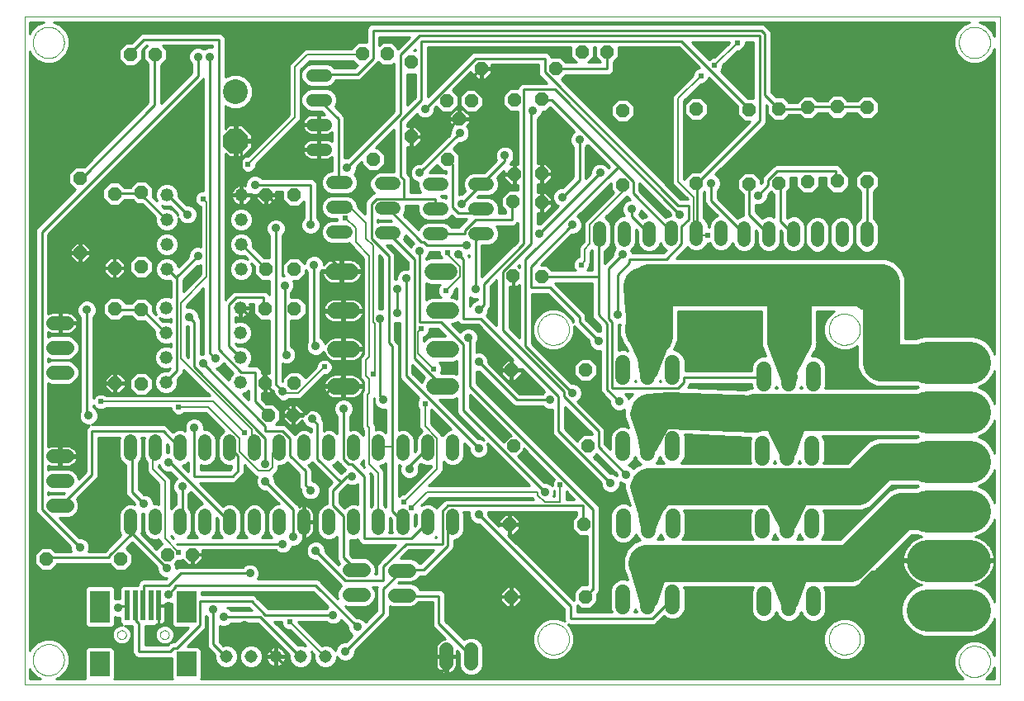
<source format=gtl>
G75*
G70*
%OFA0B0*%
%FSLAX24Y24*%
%IPPOS*%
%LPD*%
%AMOC8*
5,1,8,0,0,1.08239X$1,22.5*
%
%ADD10C,0.0000*%
%ADD11OC8,0.0520*%
%ADD12C,0.0515*%
%ADD13R,0.0787X0.0984*%
%ADD14R,0.0787X0.1299*%
%ADD15R,0.0197X0.1220*%
%ADD16C,0.0600*%
%ADD17C,0.0520*%
%ADD18C,0.0520*%
%ADD19C,0.0515*%
%ADD20C,0.1000*%
%ADD21OC8,0.1000*%
%ADD22C,0.0560*%
%ADD23C,0.0660*%
%ADD24C,0.0554*%
%ADD25C,0.1700*%
%ADD26C,0.0100*%
%ADD27C,0.0360*%
%ADD28C,0.1500*%
%ADD29C,0.0700*%
%ADD30C,0.0060*%
%ADD31C,0.0240*%
D10*
X000101Y000464D02*
X000101Y027410D01*
X039471Y027410D01*
X039471Y000464D01*
X000101Y000464D01*
X000441Y001454D02*
X000443Y001504D01*
X000449Y001554D01*
X000459Y001603D01*
X000473Y001651D01*
X000490Y001698D01*
X000511Y001743D01*
X000536Y001787D01*
X000564Y001828D01*
X000596Y001867D01*
X000630Y001904D01*
X000667Y001938D01*
X000707Y001968D01*
X000749Y001995D01*
X000793Y002019D01*
X000839Y002040D01*
X000886Y002056D01*
X000934Y002069D01*
X000984Y002078D01*
X001033Y002083D01*
X001084Y002084D01*
X001134Y002081D01*
X001183Y002074D01*
X001232Y002063D01*
X001280Y002048D01*
X001326Y002030D01*
X001371Y002008D01*
X001414Y001982D01*
X001455Y001953D01*
X001494Y001921D01*
X001530Y001886D01*
X001562Y001848D01*
X001592Y001808D01*
X001619Y001765D01*
X001642Y001721D01*
X001661Y001675D01*
X001677Y001627D01*
X001689Y001578D01*
X001697Y001529D01*
X001701Y001479D01*
X001701Y001429D01*
X001697Y001379D01*
X001689Y001330D01*
X001677Y001281D01*
X001661Y001233D01*
X001642Y001187D01*
X001619Y001143D01*
X001592Y001100D01*
X001562Y001060D01*
X001530Y001022D01*
X001494Y000987D01*
X001455Y000955D01*
X001414Y000926D01*
X001371Y000900D01*
X001326Y000878D01*
X001280Y000860D01*
X001232Y000845D01*
X001183Y000834D01*
X001134Y000827D01*
X001084Y000824D01*
X001033Y000825D01*
X000984Y000830D01*
X000934Y000839D01*
X000886Y000852D01*
X000839Y000868D01*
X000793Y000889D01*
X000749Y000913D01*
X000707Y000940D01*
X000667Y000970D01*
X000630Y001004D01*
X000596Y001041D01*
X000564Y001080D01*
X000536Y001121D01*
X000511Y001165D01*
X000490Y001210D01*
X000473Y001257D01*
X000459Y001305D01*
X000449Y001354D01*
X000443Y001404D01*
X000441Y001454D01*
X003848Y002464D02*
X003850Y002490D01*
X003856Y002516D01*
X003866Y002541D01*
X003879Y002564D01*
X003895Y002584D01*
X003915Y002602D01*
X003937Y002617D01*
X003960Y002629D01*
X003986Y002637D01*
X004012Y002641D01*
X004038Y002641D01*
X004064Y002637D01*
X004090Y002629D01*
X004114Y002617D01*
X004135Y002602D01*
X004155Y002584D01*
X004171Y002564D01*
X004184Y002541D01*
X004194Y002516D01*
X004200Y002490D01*
X004202Y002464D01*
X004200Y002438D01*
X004194Y002412D01*
X004184Y002387D01*
X004171Y002364D01*
X004155Y002344D01*
X004135Y002326D01*
X004113Y002311D01*
X004090Y002299D01*
X004064Y002291D01*
X004038Y002287D01*
X004012Y002287D01*
X003986Y002291D01*
X003960Y002299D01*
X003936Y002311D01*
X003915Y002326D01*
X003895Y002344D01*
X003879Y002364D01*
X003866Y002387D01*
X003856Y002412D01*
X003850Y002438D01*
X003848Y002464D01*
X005580Y002464D02*
X005582Y002490D01*
X005588Y002516D01*
X005598Y002541D01*
X005611Y002564D01*
X005627Y002584D01*
X005647Y002602D01*
X005669Y002617D01*
X005692Y002629D01*
X005718Y002637D01*
X005744Y002641D01*
X005770Y002641D01*
X005796Y002637D01*
X005822Y002629D01*
X005846Y002617D01*
X005867Y002602D01*
X005887Y002584D01*
X005903Y002564D01*
X005916Y002541D01*
X005926Y002516D01*
X005932Y002490D01*
X005934Y002464D01*
X005932Y002438D01*
X005926Y002412D01*
X005916Y002387D01*
X005903Y002364D01*
X005887Y002344D01*
X005867Y002326D01*
X005845Y002311D01*
X005822Y002299D01*
X005796Y002291D01*
X005770Y002287D01*
X005744Y002287D01*
X005718Y002291D01*
X005692Y002299D01*
X005668Y002311D01*
X005647Y002326D01*
X005627Y002344D01*
X005611Y002364D01*
X005598Y002387D01*
X005588Y002412D01*
X005582Y002438D01*
X005580Y002464D01*
X020821Y002294D02*
X020823Y002344D01*
X020829Y002394D01*
X020839Y002443D01*
X020853Y002491D01*
X020870Y002538D01*
X020891Y002583D01*
X020916Y002627D01*
X020944Y002668D01*
X020976Y002707D01*
X021010Y002744D01*
X021047Y002778D01*
X021087Y002808D01*
X021129Y002835D01*
X021173Y002859D01*
X021219Y002880D01*
X021266Y002896D01*
X021314Y002909D01*
X021364Y002918D01*
X021413Y002923D01*
X021464Y002924D01*
X021514Y002921D01*
X021563Y002914D01*
X021612Y002903D01*
X021660Y002888D01*
X021706Y002870D01*
X021751Y002848D01*
X021794Y002822D01*
X021835Y002793D01*
X021874Y002761D01*
X021910Y002726D01*
X021942Y002688D01*
X021972Y002648D01*
X021999Y002605D01*
X022022Y002561D01*
X022041Y002515D01*
X022057Y002467D01*
X022069Y002418D01*
X022077Y002369D01*
X022081Y002319D01*
X022081Y002269D01*
X022077Y002219D01*
X022069Y002170D01*
X022057Y002121D01*
X022041Y002073D01*
X022022Y002027D01*
X021999Y001983D01*
X021972Y001940D01*
X021942Y001900D01*
X021910Y001862D01*
X021874Y001827D01*
X021835Y001795D01*
X021794Y001766D01*
X021751Y001740D01*
X021706Y001718D01*
X021660Y001700D01*
X021612Y001685D01*
X021563Y001674D01*
X021514Y001667D01*
X021464Y001664D01*
X021413Y001665D01*
X021364Y001670D01*
X021314Y001679D01*
X021266Y001692D01*
X021219Y001708D01*
X021173Y001729D01*
X021129Y001753D01*
X021087Y001780D01*
X021047Y001810D01*
X021010Y001844D01*
X020976Y001881D01*
X020944Y001920D01*
X020916Y001961D01*
X020891Y002005D01*
X020870Y002050D01*
X020853Y002097D01*
X020839Y002145D01*
X020829Y002194D01*
X020823Y002244D01*
X020821Y002294D01*
X032571Y002294D02*
X032573Y002344D01*
X032579Y002394D01*
X032589Y002443D01*
X032603Y002491D01*
X032620Y002538D01*
X032641Y002583D01*
X032666Y002627D01*
X032694Y002668D01*
X032726Y002707D01*
X032760Y002744D01*
X032797Y002778D01*
X032837Y002808D01*
X032879Y002835D01*
X032923Y002859D01*
X032969Y002880D01*
X033016Y002896D01*
X033064Y002909D01*
X033114Y002918D01*
X033163Y002923D01*
X033214Y002924D01*
X033264Y002921D01*
X033313Y002914D01*
X033362Y002903D01*
X033410Y002888D01*
X033456Y002870D01*
X033501Y002848D01*
X033544Y002822D01*
X033585Y002793D01*
X033624Y002761D01*
X033660Y002726D01*
X033692Y002688D01*
X033722Y002648D01*
X033749Y002605D01*
X033772Y002561D01*
X033791Y002515D01*
X033807Y002467D01*
X033819Y002418D01*
X033827Y002369D01*
X033831Y002319D01*
X033831Y002269D01*
X033827Y002219D01*
X033819Y002170D01*
X033807Y002121D01*
X033791Y002073D01*
X033772Y002027D01*
X033749Y001983D01*
X033722Y001940D01*
X033692Y001900D01*
X033660Y001862D01*
X033624Y001827D01*
X033585Y001795D01*
X033544Y001766D01*
X033501Y001740D01*
X033456Y001718D01*
X033410Y001700D01*
X033362Y001685D01*
X033313Y001674D01*
X033264Y001667D01*
X033214Y001664D01*
X033163Y001665D01*
X033114Y001670D01*
X033064Y001679D01*
X033016Y001692D01*
X032969Y001708D01*
X032923Y001729D01*
X032879Y001753D01*
X032837Y001780D01*
X032797Y001810D01*
X032760Y001844D01*
X032726Y001881D01*
X032694Y001920D01*
X032666Y001961D01*
X032641Y002005D01*
X032620Y002050D01*
X032603Y002097D01*
X032589Y002145D01*
X032579Y002194D01*
X032573Y002244D01*
X032571Y002294D01*
X037821Y001384D02*
X037823Y001434D01*
X037829Y001484D01*
X037839Y001533D01*
X037853Y001581D01*
X037870Y001628D01*
X037891Y001673D01*
X037916Y001717D01*
X037944Y001758D01*
X037976Y001797D01*
X038010Y001834D01*
X038047Y001868D01*
X038087Y001898D01*
X038129Y001925D01*
X038173Y001949D01*
X038219Y001970D01*
X038266Y001986D01*
X038314Y001999D01*
X038364Y002008D01*
X038413Y002013D01*
X038464Y002014D01*
X038514Y002011D01*
X038563Y002004D01*
X038612Y001993D01*
X038660Y001978D01*
X038706Y001960D01*
X038751Y001938D01*
X038794Y001912D01*
X038835Y001883D01*
X038874Y001851D01*
X038910Y001816D01*
X038942Y001778D01*
X038972Y001738D01*
X038999Y001695D01*
X039022Y001651D01*
X039041Y001605D01*
X039057Y001557D01*
X039069Y001508D01*
X039077Y001459D01*
X039081Y001409D01*
X039081Y001359D01*
X039077Y001309D01*
X039069Y001260D01*
X039057Y001211D01*
X039041Y001163D01*
X039022Y001117D01*
X038999Y001073D01*
X038972Y001030D01*
X038942Y000990D01*
X038910Y000952D01*
X038874Y000917D01*
X038835Y000885D01*
X038794Y000856D01*
X038751Y000830D01*
X038706Y000808D01*
X038660Y000790D01*
X038612Y000775D01*
X038563Y000764D01*
X038514Y000757D01*
X038464Y000754D01*
X038413Y000755D01*
X038364Y000760D01*
X038314Y000769D01*
X038266Y000782D01*
X038219Y000798D01*
X038173Y000819D01*
X038129Y000843D01*
X038087Y000870D01*
X038047Y000900D01*
X038010Y000934D01*
X037976Y000971D01*
X037944Y001010D01*
X037916Y001051D01*
X037891Y001095D01*
X037870Y001140D01*
X037853Y001187D01*
X037839Y001235D01*
X037829Y001284D01*
X037823Y001334D01*
X037821Y001384D01*
X032571Y014794D02*
X032573Y014844D01*
X032579Y014894D01*
X032589Y014943D01*
X032603Y014991D01*
X032620Y015038D01*
X032641Y015083D01*
X032666Y015127D01*
X032694Y015168D01*
X032726Y015207D01*
X032760Y015244D01*
X032797Y015278D01*
X032837Y015308D01*
X032879Y015335D01*
X032923Y015359D01*
X032969Y015380D01*
X033016Y015396D01*
X033064Y015409D01*
X033114Y015418D01*
X033163Y015423D01*
X033214Y015424D01*
X033264Y015421D01*
X033313Y015414D01*
X033362Y015403D01*
X033410Y015388D01*
X033456Y015370D01*
X033501Y015348D01*
X033544Y015322D01*
X033585Y015293D01*
X033624Y015261D01*
X033660Y015226D01*
X033692Y015188D01*
X033722Y015148D01*
X033749Y015105D01*
X033772Y015061D01*
X033791Y015015D01*
X033807Y014967D01*
X033819Y014918D01*
X033827Y014869D01*
X033831Y014819D01*
X033831Y014769D01*
X033827Y014719D01*
X033819Y014670D01*
X033807Y014621D01*
X033791Y014573D01*
X033772Y014527D01*
X033749Y014483D01*
X033722Y014440D01*
X033692Y014400D01*
X033660Y014362D01*
X033624Y014327D01*
X033585Y014295D01*
X033544Y014266D01*
X033501Y014240D01*
X033456Y014218D01*
X033410Y014200D01*
X033362Y014185D01*
X033313Y014174D01*
X033264Y014167D01*
X033214Y014164D01*
X033163Y014165D01*
X033114Y014170D01*
X033064Y014179D01*
X033016Y014192D01*
X032969Y014208D01*
X032923Y014229D01*
X032879Y014253D01*
X032837Y014280D01*
X032797Y014310D01*
X032760Y014344D01*
X032726Y014381D01*
X032694Y014420D01*
X032666Y014461D01*
X032641Y014505D01*
X032620Y014550D01*
X032603Y014597D01*
X032589Y014645D01*
X032579Y014694D01*
X032573Y014744D01*
X032571Y014794D01*
X020821Y014794D02*
X020823Y014844D01*
X020829Y014894D01*
X020839Y014943D01*
X020853Y014991D01*
X020870Y015038D01*
X020891Y015083D01*
X020916Y015127D01*
X020944Y015168D01*
X020976Y015207D01*
X021010Y015244D01*
X021047Y015278D01*
X021087Y015308D01*
X021129Y015335D01*
X021173Y015359D01*
X021219Y015380D01*
X021266Y015396D01*
X021314Y015409D01*
X021364Y015418D01*
X021413Y015423D01*
X021464Y015424D01*
X021514Y015421D01*
X021563Y015414D01*
X021612Y015403D01*
X021660Y015388D01*
X021706Y015370D01*
X021751Y015348D01*
X021794Y015322D01*
X021835Y015293D01*
X021874Y015261D01*
X021910Y015226D01*
X021942Y015188D01*
X021972Y015148D01*
X021999Y015105D01*
X022022Y015061D01*
X022041Y015015D01*
X022057Y014967D01*
X022069Y014918D01*
X022077Y014869D01*
X022081Y014819D01*
X022081Y014769D01*
X022077Y014719D01*
X022069Y014670D01*
X022057Y014621D01*
X022041Y014573D01*
X022022Y014527D01*
X021999Y014483D01*
X021972Y014440D01*
X021942Y014400D01*
X021910Y014362D01*
X021874Y014327D01*
X021835Y014295D01*
X021794Y014266D01*
X021751Y014240D01*
X021706Y014218D01*
X021660Y014200D01*
X021612Y014185D01*
X021563Y014174D01*
X021514Y014167D01*
X021464Y014164D01*
X021413Y014165D01*
X021364Y014170D01*
X021314Y014179D01*
X021266Y014192D01*
X021219Y014208D01*
X021173Y014229D01*
X021129Y014253D01*
X021087Y014280D01*
X021047Y014310D01*
X021010Y014344D01*
X020976Y014381D01*
X020944Y014420D01*
X020916Y014461D01*
X020891Y014505D01*
X020870Y014550D01*
X020853Y014597D01*
X020839Y014645D01*
X020829Y014694D01*
X020823Y014744D01*
X020821Y014794D01*
X037821Y026374D02*
X037823Y026424D01*
X037829Y026474D01*
X037839Y026523D01*
X037853Y026571D01*
X037870Y026618D01*
X037891Y026663D01*
X037916Y026707D01*
X037944Y026748D01*
X037976Y026787D01*
X038010Y026824D01*
X038047Y026858D01*
X038087Y026888D01*
X038129Y026915D01*
X038173Y026939D01*
X038219Y026960D01*
X038266Y026976D01*
X038314Y026989D01*
X038364Y026998D01*
X038413Y027003D01*
X038464Y027004D01*
X038514Y027001D01*
X038563Y026994D01*
X038612Y026983D01*
X038660Y026968D01*
X038706Y026950D01*
X038751Y026928D01*
X038794Y026902D01*
X038835Y026873D01*
X038874Y026841D01*
X038910Y026806D01*
X038942Y026768D01*
X038972Y026728D01*
X038999Y026685D01*
X039022Y026641D01*
X039041Y026595D01*
X039057Y026547D01*
X039069Y026498D01*
X039077Y026449D01*
X039081Y026399D01*
X039081Y026349D01*
X039077Y026299D01*
X039069Y026250D01*
X039057Y026201D01*
X039041Y026153D01*
X039022Y026107D01*
X038999Y026063D01*
X038972Y026020D01*
X038942Y025980D01*
X038910Y025942D01*
X038874Y025907D01*
X038835Y025875D01*
X038794Y025846D01*
X038751Y025820D01*
X038706Y025798D01*
X038660Y025780D01*
X038612Y025765D01*
X038563Y025754D01*
X038514Y025747D01*
X038464Y025744D01*
X038413Y025745D01*
X038364Y025750D01*
X038314Y025759D01*
X038266Y025772D01*
X038219Y025788D01*
X038173Y025809D01*
X038129Y025833D01*
X038087Y025860D01*
X038047Y025890D01*
X038010Y025924D01*
X037976Y025961D01*
X037944Y026000D01*
X037916Y026041D01*
X037891Y026085D01*
X037870Y026130D01*
X037853Y026177D01*
X037839Y026225D01*
X037829Y026274D01*
X037823Y026324D01*
X037821Y026374D01*
X000441Y026374D02*
X000443Y026424D01*
X000449Y026474D01*
X000459Y026523D01*
X000473Y026571D01*
X000490Y026618D01*
X000511Y026663D01*
X000536Y026707D01*
X000564Y026748D01*
X000596Y026787D01*
X000630Y026824D01*
X000667Y026858D01*
X000707Y026888D01*
X000749Y026915D01*
X000793Y026939D01*
X000839Y026960D01*
X000886Y026976D01*
X000934Y026989D01*
X000984Y026998D01*
X001033Y027003D01*
X001084Y027004D01*
X001134Y027001D01*
X001183Y026994D01*
X001232Y026983D01*
X001280Y026968D01*
X001326Y026950D01*
X001371Y026928D01*
X001414Y026902D01*
X001455Y026873D01*
X001494Y026841D01*
X001530Y026806D01*
X001562Y026768D01*
X001592Y026728D01*
X001619Y026685D01*
X001642Y026641D01*
X001661Y026595D01*
X001677Y026547D01*
X001689Y026498D01*
X001697Y026449D01*
X001701Y026399D01*
X001701Y026349D01*
X001697Y026299D01*
X001689Y026250D01*
X001677Y026201D01*
X001661Y026153D01*
X001642Y026107D01*
X001619Y026063D01*
X001592Y026020D01*
X001562Y025980D01*
X001530Y025942D01*
X001494Y025907D01*
X001455Y025875D01*
X001414Y025846D01*
X001371Y025820D01*
X001326Y025798D01*
X001280Y025780D01*
X001232Y025765D01*
X001183Y025754D01*
X001134Y025747D01*
X001084Y025744D01*
X001033Y025745D01*
X000984Y025750D01*
X000934Y025759D01*
X000886Y025772D01*
X000839Y025788D01*
X000793Y025809D01*
X000749Y025833D01*
X000707Y025860D01*
X000667Y025890D01*
X000630Y025924D01*
X000596Y025961D01*
X000564Y026000D01*
X000536Y026041D01*
X000511Y026085D01*
X000490Y026130D01*
X000473Y026177D01*
X000459Y026225D01*
X000449Y026274D01*
X000443Y026324D01*
X000441Y026374D01*
D11*
X004371Y025894D03*
X005371Y025894D03*
X002351Y020894D03*
X003734Y020273D03*
X004824Y020323D03*
X002351Y017894D03*
X003734Y017273D03*
X004824Y017323D03*
X004821Y015584D03*
X003761Y015624D03*
X003761Y012624D03*
X004821Y012584D03*
X009821Y012624D03*
X010998Y012624D03*
X010961Y011334D03*
X009961Y011334D03*
X009821Y015624D03*
X010998Y015624D03*
X010984Y017223D03*
X009844Y017223D03*
X009844Y020223D03*
X010984Y020223D03*
X014191Y021654D03*
X015711Y022574D03*
X017191Y021654D03*
X017661Y023284D03*
X018161Y024034D03*
X017161Y024034D03*
X018541Y025314D03*
X019871Y024044D03*
X020971Y024074D03*
X021541Y025314D03*
X022621Y025994D03*
X023621Y025994D03*
X024251Y023624D03*
X027221Y023694D03*
X029361Y023654D03*
X030561Y023704D03*
X031729Y023748D03*
X032921Y023774D03*
X034111Y023764D03*
X034111Y020764D03*
X032921Y020774D03*
X031729Y020748D03*
X030561Y020704D03*
X029361Y020654D03*
X027221Y020694D03*
X024251Y020624D03*
X020971Y021074D03*
X019871Y021044D03*
X019831Y019944D03*
X020971Y019914D03*
X020971Y016914D03*
X019831Y016944D03*
X019761Y013150D03*
X022761Y013150D03*
X022841Y010074D03*
X019841Y010074D03*
X019671Y006914D03*
X022671Y006914D03*
X022741Y004004D03*
X019741Y004004D03*
X006871Y005704D03*
X005871Y005704D03*
X003978Y005536D03*
X000978Y005536D03*
X015711Y025574D03*
X014751Y025914D03*
X013751Y025914D03*
D12*
X012251Y001584D03*
X011251Y001584D03*
X010251Y001584D03*
X009251Y001584D03*
X008251Y001584D03*
D13*
X006643Y001283D03*
X003139Y001283D03*
D14*
X003139Y003605D03*
X006643Y003605D03*
D15*
X005521Y003645D03*
X005206Y003645D03*
X004891Y003645D03*
X004576Y003645D03*
X004261Y003645D03*
D16*
X024261Y003604D02*
X024261Y004204D01*
X025261Y004204D02*
X025261Y003604D01*
X026261Y003604D02*
X026261Y004204D01*
X026271Y006664D02*
X026271Y007264D01*
X025271Y007264D02*
X025271Y006664D01*
X024271Y006664D02*
X024271Y007264D01*
X024261Y009774D02*
X024261Y010374D01*
X025261Y010374D02*
X025261Y009774D01*
X026261Y009774D02*
X026261Y010374D01*
X026261Y012864D02*
X026261Y013464D01*
X025261Y013464D02*
X025261Y012864D01*
X024261Y012864D02*
X024261Y013464D01*
X029951Y013204D02*
X029951Y012604D01*
X030951Y012604D02*
X030951Y013204D01*
X031951Y013204D02*
X031951Y012604D01*
X031891Y010204D02*
X031891Y009604D01*
X030891Y009604D02*
X030891Y010204D01*
X029891Y010204D02*
X029891Y009604D01*
X029899Y007247D02*
X029899Y006647D01*
X030899Y006647D02*
X030899Y007247D01*
X031899Y007247D02*
X031899Y006647D01*
X031951Y004114D02*
X031951Y003514D01*
X030951Y003514D02*
X030951Y004114D01*
X029951Y004114D02*
X029951Y003514D01*
D17*
X017381Y006754D02*
X017381Y007274D01*
X016381Y007274D02*
X016381Y006754D01*
X015381Y006754D02*
X015381Y007274D01*
X014381Y007274D02*
X014381Y006754D01*
X013381Y006754D02*
X013381Y007274D01*
X012381Y007274D02*
X012381Y006754D01*
X011381Y006754D02*
X011381Y007274D01*
X010381Y007274D02*
X010381Y006754D01*
X009381Y006754D02*
X009381Y007274D01*
X008381Y007274D02*
X008381Y006754D01*
X007381Y006754D02*
X007381Y007274D01*
X006381Y007274D02*
X006381Y006754D01*
X005381Y006754D02*
X005381Y007274D01*
X004381Y007274D02*
X004381Y006754D01*
X004381Y009754D02*
X004381Y010274D01*
X005381Y010274D02*
X005381Y009754D01*
X006381Y009754D02*
X006381Y010274D01*
X007381Y010274D02*
X007381Y009754D01*
X008381Y009754D02*
X008381Y010274D01*
X009381Y010274D02*
X009381Y009754D01*
X010381Y009754D02*
X010381Y010274D01*
X011381Y010274D02*
X011381Y009754D01*
X012381Y009754D02*
X012381Y010274D01*
X013381Y010274D02*
X013381Y009754D01*
X014381Y009754D02*
X014381Y010274D01*
X015381Y010274D02*
X015381Y009754D01*
X016381Y009754D02*
X016381Y010274D01*
X017381Y010274D02*
X017381Y009754D01*
X023311Y018384D02*
X023311Y018904D01*
X024311Y018904D02*
X024311Y018384D01*
X025311Y018384D02*
X025311Y018904D01*
X026231Y018934D02*
X026231Y018414D01*
X027231Y018414D02*
X027231Y018934D01*
X028231Y018934D02*
X028231Y018414D01*
X029161Y018384D02*
X029161Y018904D01*
X030161Y018904D02*
X030161Y018384D01*
X031161Y018384D02*
X031161Y018904D01*
X032101Y018894D02*
X032101Y018374D01*
X033101Y018374D02*
X033101Y018894D01*
X034101Y018894D02*
X034101Y018374D01*
X018796Y018647D02*
X018276Y018647D01*
X018276Y019647D02*
X018796Y019647D01*
X018796Y020647D02*
X018276Y020647D01*
X016961Y020644D02*
X016441Y020644D01*
X016441Y019644D02*
X016961Y019644D01*
X016961Y018644D02*
X016441Y018644D01*
X015021Y018674D02*
X014501Y018674D01*
X013071Y018734D02*
X012551Y018734D01*
X012551Y019734D02*
X013071Y019734D01*
X014501Y019674D02*
X015021Y019674D01*
X015021Y020674D02*
X014501Y020674D01*
X013071Y020734D02*
X012551Y020734D01*
D18*
X008854Y020213D03*
X008854Y019213D03*
X008854Y018213D03*
X008854Y017213D03*
X008814Y015659D03*
X008814Y014659D03*
X008814Y013659D03*
X008814Y012659D03*
X005814Y012659D03*
X005814Y013659D03*
X005814Y014659D03*
X005814Y015659D03*
X005854Y017213D03*
X005854Y018213D03*
X005854Y019213D03*
X005854Y020213D03*
D19*
X011733Y022064D02*
X012248Y022064D01*
X012248Y023064D02*
X011733Y023064D01*
X011733Y024064D02*
X012248Y024064D01*
X012248Y025064D02*
X011733Y025064D01*
D20*
X008621Y024394D03*
D21*
X008621Y022394D03*
D22*
X013221Y005084D02*
X013781Y005084D01*
X013781Y004084D02*
X013221Y004084D01*
X015061Y004064D02*
X015621Y004064D01*
X015621Y005064D02*
X015061Y005064D01*
X017131Y001874D02*
X017131Y001314D01*
X018131Y001314D02*
X018131Y001874D01*
D23*
X017311Y012494D02*
X016651Y012494D01*
X016651Y013994D02*
X017311Y013994D01*
X017301Y015554D02*
X016641Y015554D01*
X016581Y017134D02*
X017241Y017134D01*
X013241Y017134D02*
X012581Y017134D01*
X012641Y015554D02*
X013301Y015554D01*
X013311Y013994D02*
X012651Y013994D01*
X012651Y012494D02*
X013311Y012494D01*
D24*
X001818Y013054D02*
X001264Y013054D01*
X001264Y014054D02*
X001818Y014054D01*
X001818Y015054D02*
X001264Y015054D01*
X001254Y009674D02*
X001808Y009674D01*
X001808Y008674D02*
X001254Y008674D01*
X001254Y007674D02*
X001808Y007674D01*
D25*
X036551Y007464D02*
X038251Y007464D01*
X038251Y009464D02*
X036551Y009464D01*
X036551Y011464D02*
X038251Y011464D01*
X038251Y013464D02*
X036551Y013464D01*
X036551Y005464D02*
X038251Y005464D01*
X038251Y003464D02*
X036551Y003464D01*
D26*
X035643Y004011D02*
X032461Y004011D01*
X032461Y003913D02*
X035586Y003913D01*
X035563Y003873D02*
X035491Y003603D01*
X035491Y003324D01*
X035563Y003054D01*
X035703Y002813D01*
X035900Y002615D01*
X036142Y002476D01*
X036411Y002404D01*
X038390Y002404D01*
X038660Y002476D01*
X038902Y002615D01*
X039099Y002813D01*
X039239Y003054D01*
X039261Y003138D01*
X039261Y001623D01*
X039163Y001859D01*
X038927Y002096D01*
X038618Y002224D01*
X038284Y002224D01*
X037975Y002096D01*
X037739Y001859D01*
X037611Y001551D01*
X037611Y001217D01*
X037739Y000908D01*
X037973Y000674D01*
X007217Y000674D01*
X007246Y000703D01*
X007246Y001862D01*
X007123Y001985D01*
X006679Y001985D01*
X007391Y002696D01*
X007431Y002792D01*
X007431Y002895D01*
X007431Y003222D01*
X007471Y003182D01*
X007471Y002022D01*
X007510Y001926D01*
X007584Y001853D01*
X007783Y001653D01*
X007783Y001491D01*
X007854Y001319D01*
X007986Y001187D01*
X008158Y001116D01*
X008344Y001116D01*
X008516Y001187D01*
X008647Y001319D01*
X008718Y001491D01*
X008718Y001677D01*
X008647Y001848D01*
X008516Y001980D01*
X008344Y002051D01*
X008158Y002051D01*
X008132Y002040D01*
X008132Y002040D01*
X007991Y002181D01*
X007991Y002838D01*
X008073Y002804D01*
X008228Y002804D01*
X008372Y002863D01*
X008442Y002934D01*
X009513Y002934D01*
X010783Y001663D01*
X010783Y001491D01*
X010854Y001319D01*
X010986Y001187D01*
X011158Y001116D01*
X011344Y001116D01*
X011516Y001187D01*
X011647Y001319D01*
X011718Y001491D01*
X011718Y001677D01*
X011676Y001779D01*
X011783Y001672D01*
X011783Y001491D01*
X011854Y001319D01*
X011986Y001187D01*
X012158Y001116D01*
X012344Y001116D01*
X012516Y001187D01*
X012647Y001319D01*
X012718Y001491D01*
X012718Y001577D01*
X012720Y001573D01*
X012830Y001463D01*
X012973Y001404D01*
X013128Y001404D01*
X013272Y001463D01*
X013381Y001573D01*
X013441Y001716D01*
X013441Y001816D01*
X014738Y003113D01*
X014811Y003186D01*
X014851Y003282D01*
X014851Y003620D01*
X014963Y003574D01*
X015718Y003574D01*
X015898Y003648D01*
X016024Y003774D01*
X016571Y003774D01*
X016571Y002965D01*
X016571Y002862D01*
X016610Y002766D01*
X017076Y002300D01*
X017030Y002293D01*
X016966Y002272D01*
X016905Y002241D01*
X016851Y002202D01*
X016803Y002154D01*
X016763Y002099D01*
X016732Y002039D01*
X016711Y001974D01*
X016701Y001907D01*
X016701Y001634D01*
X017091Y001634D01*
X017091Y001554D01*
X016701Y001554D01*
X016701Y001280D01*
X016711Y001213D01*
X016732Y001149D01*
X016763Y001088D01*
X016803Y001033D01*
X016851Y000986D01*
X016905Y000946D01*
X016966Y000915D01*
X017030Y000894D01*
X017091Y000885D01*
X017091Y001553D01*
X017171Y001553D01*
X017171Y000885D01*
X017231Y000894D01*
X017296Y000915D01*
X017356Y000946D01*
X017411Y000986D01*
X017459Y001033D01*
X017499Y001088D01*
X017529Y001149D01*
X017550Y001213D01*
X017561Y001280D01*
X017561Y001554D01*
X017171Y001554D01*
X017171Y001634D01*
X017561Y001634D01*
X017561Y001816D01*
X017641Y001736D01*
X017641Y001216D01*
X017715Y001036D01*
X017853Y000898D01*
X018033Y000824D01*
X018228Y000824D01*
X018408Y000898D01*
X018546Y001036D01*
X018621Y001216D01*
X018621Y001971D01*
X018546Y002151D01*
X018408Y002289D01*
X018228Y002364D01*
X018033Y002364D01*
X017853Y002289D01*
X017838Y002274D01*
X017091Y003021D01*
X017091Y004085D01*
X017051Y004181D01*
X016978Y004254D01*
X016882Y004294D01*
X016779Y004294D01*
X016056Y004294D01*
X016036Y004341D01*
X015898Y004479D01*
X015718Y004554D01*
X015198Y004554D01*
X015218Y004574D01*
X015718Y004574D01*
X015898Y004648D01*
X016036Y004786D01*
X016052Y004824D01*
X016252Y004824D01*
X016348Y004863D01*
X016421Y004936D01*
X017401Y005916D01*
X017441Y006012D01*
X017441Y006115D01*
X017441Y006284D01*
X017474Y006284D01*
X017647Y006355D01*
X017779Y006487D01*
X017851Y006660D01*
X017851Y007367D01*
X017831Y007414D01*
X018056Y007414D01*
X018051Y007401D01*
X018051Y007246D01*
X018110Y007103D01*
X018220Y006993D01*
X018363Y006934D01*
X018463Y006934D01*
X021891Y003506D01*
X021891Y003072D01*
X021917Y003010D01*
X021618Y003134D01*
X021284Y003134D01*
X020975Y003006D01*
X020739Y002769D01*
X020611Y002461D01*
X020611Y002127D01*
X020739Y001818D01*
X020975Y001582D01*
X021284Y001454D01*
X021618Y001454D01*
X021927Y001582D01*
X022163Y001818D01*
X022291Y002127D01*
X022291Y002461D01*
X022163Y002769D01*
X022047Y002885D01*
X022099Y002864D01*
X022202Y002864D01*
X025492Y002864D01*
X025588Y002903D01*
X025661Y002976D01*
X025914Y003229D01*
X025972Y003171D01*
X026159Y003094D01*
X026362Y003094D01*
X026550Y003171D01*
X026693Y003315D01*
X026771Y003502D01*
X026771Y004305D01*
X026730Y004404D01*
X029520Y004404D01*
X029518Y004402D01*
X029441Y004215D01*
X029441Y003412D01*
X029518Y003225D01*
X029662Y003081D01*
X029849Y003004D01*
X030052Y003004D01*
X030240Y003081D01*
X030383Y003225D01*
X030451Y003388D01*
X030518Y003225D01*
X030662Y003081D01*
X030849Y003004D01*
X031052Y003004D01*
X031240Y003081D01*
X031383Y003225D01*
X031451Y003388D01*
X031518Y003225D01*
X031662Y003081D01*
X031849Y003004D01*
X032052Y003004D01*
X032240Y003081D01*
X032383Y003225D01*
X032461Y003412D01*
X032461Y004215D01*
X032383Y004402D01*
X032382Y004404D01*
X033612Y004404D01*
X033965Y004550D01*
X034235Y004820D01*
X035918Y006504D01*
X036094Y006504D01*
X036142Y006476D01*
X036303Y006433D01*
X036274Y006426D01*
X036167Y006389D01*
X036066Y006340D01*
X035971Y006280D01*
X035883Y006210D01*
X035804Y006131D01*
X035734Y006043D01*
X035674Y005948D01*
X035625Y005847D01*
X035588Y005741D01*
X035563Y005631D01*
X035551Y005520D01*
X035551Y005514D01*
X037351Y005514D01*
X037351Y005414D01*
X035551Y005414D01*
X035551Y005407D01*
X035563Y005296D01*
X035588Y005186D01*
X035625Y005080D01*
X035674Y004979D01*
X035734Y004884D01*
X035804Y004796D01*
X035883Y004717D01*
X035971Y004647D01*
X036066Y004587D01*
X036167Y004538D01*
X036274Y004501D01*
X036303Y004495D01*
X036142Y004451D01*
X035900Y004312D01*
X035703Y004114D01*
X035563Y003873D01*
X035547Y003814D02*
X032461Y003814D01*
X032461Y003716D02*
X035521Y003716D01*
X035495Y003617D02*
X032461Y003617D01*
X032461Y003518D02*
X035491Y003518D01*
X035491Y003420D02*
X032461Y003420D01*
X032423Y003321D02*
X035491Y003321D01*
X035518Y003223D02*
X032381Y003223D01*
X032283Y003124D02*
X033011Y003124D01*
X033034Y003134D02*
X032725Y003006D01*
X032489Y002769D01*
X032361Y002461D01*
X032361Y002127D01*
X032489Y001818D01*
X032725Y001582D01*
X033034Y001454D01*
X033368Y001454D01*
X033677Y001582D01*
X033913Y001818D01*
X034041Y002127D01*
X034041Y002461D01*
X033913Y002769D01*
X033677Y003006D01*
X033368Y003134D01*
X033034Y003134D01*
X032774Y003026D02*
X032106Y003026D01*
X031796Y003026D02*
X031106Y003026D01*
X031283Y003124D02*
X031619Y003124D01*
X031520Y003223D02*
X031381Y003223D01*
X031423Y003321D02*
X031478Y003321D01*
X030796Y003026D02*
X030106Y003026D01*
X030283Y003124D02*
X030619Y003124D01*
X030520Y003223D02*
X030381Y003223D01*
X030423Y003321D02*
X030478Y003321D01*
X029796Y003026D02*
X025711Y003026D01*
X025809Y003124D02*
X026085Y003124D01*
X025920Y003223D02*
X025908Y003223D01*
X025612Y002927D02*
X032647Y002927D01*
X032548Y002829D02*
X022104Y002829D01*
X022179Y002730D02*
X032473Y002730D01*
X032432Y002632D02*
X022220Y002632D01*
X022261Y002533D02*
X032391Y002533D01*
X032361Y002434D02*
X022291Y002434D01*
X022291Y002336D02*
X032361Y002336D01*
X032361Y002237D02*
X022291Y002237D01*
X022291Y002139D02*
X032361Y002139D01*
X032397Y002040D02*
X022255Y002040D01*
X022214Y001942D02*
X032437Y001942D01*
X032478Y001843D02*
X022173Y001843D01*
X022090Y001745D02*
X032562Y001745D01*
X032660Y001646D02*
X021991Y001646D01*
X021844Y001548D02*
X032807Y001548D01*
X033594Y001548D02*
X037611Y001548D01*
X037611Y001449D02*
X018621Y001449D01*
X018621Y001351D02*
X037611Y001351D01*
X037611Y001252D02*
X018621Y001252D01*
X018595Y001153D02*
X037637Y001153D01*
X037678Y001055D02*
X018554Y001055D01*
X018466Y000956D02*
X037719Y000956D01*
X037789Y000858D02*
X018311Y000858D01*
X017951Y000858D02*
X007246Y000858D01*
X007246Y000956D02*
X016891Y000956D01*
X016787Y001055D02*
X007246Y001055D01*
X007246Y001153D02*
X008068Y001153D01*
X007921Y001252D02*
X007246Y001252D01*
X007246Y001351D02*
X007841Y001351D01*
X007801Y001449D02*
X007246Y001449D01*
X007246Y001548D02*
X007783Y001548D01*
X007783Y001646D02*
X007246Y001646D01*
X007246Y001745D02*
X007692Y001745D01*
X007593Y001843D02*
X007246Y001843D01*
X007166Y001942D02*
X007504Y001942D01*
X007471Y002040D02*
X006735Y002040D01*
X006834Y002139D02*
X007471Y002139D01*
X007471Y002237D02*
X006932Y002237D01*
X007031Y002336D02*
X007471Y002336D01*
X007471Y002434D02*
X007129Y002434D01*
X007228Y002533D02*
X007471Y002533D01*
X007471Y002632D02*
X007326Y002632D01*
X007405Y002730D02*
X007471Y002730D01*
X007471Y002829D02*
X007431Y002829D01*
X007431Y002927D02*
X007471Y002927D01*
X007471Y003026D02*
X007431Y003026D01*
X007431Y003124D02*
X007471Y003124D01*
X007171Y002844D02*
X006261Y001934D01*
X006121Y001934D01*
X005981Y001794D01*
X004721Y001794D01*
X004721Y002914D01*
X004581Y003054D01*
X004581Y003614D01*
X004576Y003645D01*
X004891Y003645D02*
X004931Y003684D01*
X004931Y004454D01*
X005911Y004454D01*
X006401Y004944D01*
X009201Y004944D01*
X009560Y005095D02*
X012252Y005095D01*
X012350Y004997D02*
X009591Y004997D01*
X009591Y005021D02*
X009531Y005165D01*
X009422Y005274D01*
X009278Y005334D01*
X009123Y005334D01*
X008980Y005274D01*
X008909Y005204D01*
X006452Y005204D01*
X006349Y005204D01*
X006254Y005164D01*
X006231Y005141D01*
X006231Y005231D01*
X006182Y005350D01*
X006285Y005454D01*
X006396Y005454D01*
X006499Y005496D01*
X006701Y005294D01*
X006841Y005294D01*
X006841Y005673D01*
X006901Y005673D01*
X006901Y005294D01*
X007041Y005294D01*
X007281Y005534D01*
X007281Y005674D01*
X006901Y005674D01*
X006901Y005734D01*
X007281Y005734D01*
X007281Y005873D01*
X007281Y005874D01*
X010239Y005874D01*
X010310Y005803D01*
X010453Y005744D01*
X010608Y005744D01*
X010752Y005803D01*
X010861Y005913D01*
X010907Y006024D01*
X011028Y006024D01*
X011172Y006083D01*
X011281Y006193D01*
X011341Y006336D01*
X011341Y006345D01*
X011348Y006344D01*
X011351Y006344D01*
X011351Y006983D01*
X011411Y006983D01*
X011411Y006344D01*
X011413Y006344D01*
X011477Y006354D01*
X011538Y006374D01*
X011596Y006403D01*
X011648Y006441D01*
X011694Y006486D01*
X011731Y006539D01*
X011761Y006596D01*
X011781Y006658D01*
X011791Y006721D01*
X011791Y006984D01*
X011411Y006984D01*
X011411Y007044D01*
X011351Y007044D01*
X011351Y007684D01*
X011348Y007684D01*
X011285Y007674D01*
X011223Y007654D01*
X011190Y007636D01*
X011171Y007681D01*
X011098Y007754D01*
X010221Y008631D01*
X010221Y008731D01*
X010161Y008875D01*
X010136Y008900D01*
X010174Y008938D01*
X010314Y009078D01*
X010351Y009166D01*
X010351Y009261D01*
X010351Y009284D01*
X010474Y009284D01*
X010647Y009355D01*
X010719Y009427D01*
X011181Y008966D01*
X011181Y008462D01*
X011220Y008366D01*
X011261Y008326D01*
X011261Y008226D01*
X011320Y008083D01*
X011430Y007973D01*
X011573Y007914D01*
X011728Y007914D01*
X011872Y007973D01*
X011981Y008083D01*
X012041Y008226D01*
X012041Y008381D01*
X011981Y008525D01*
X011872Y008634D01*
X011728Y008694D01*
X011701Y008694D01*
X011701Y009022D01*
X011701Y009125D01*
X011661Y009221D01*
X011562Y009320D01*
X011647Y009355D01*
X011710Y009418D01*
X011710Y009416D01*
X012508Y008619D01*
X012414Y008524D01*
X012340Y008451D01*
X012301Y008355D01*
X012301Y007744D01*
X012287Y007744D01*
X012115Y007672D01*
X011982Y007540D01*
X011911Y007367D01*
X011911Y006660D01*
X011982Y006487D01*
X012115Y006355D01*
X012287Y006284D01*
X012474Y006284D01*
X012647Y006355D01*
X012721Y006429D01*
X012721Y005625D01*
X012721Y005522D01*
X012760Y005426D01*
X012815Y005371D01*
X012805Y005361D01*
X012781Y005301D01*
X012251Y005831D01*
X012251Y005931D01*
X012191Y006075D01*
X012082Y006184D01*
X011938Y006244D01*
X011783Y006244D01*
X011640Y006184D01*
X011530Y006075D01*
X011471Y005931D01*
X011471Y005776D01*
X011530Y005633D01*
X011640Y005523D01*
X011783Y005464D01*
X011883Y005464D01*
X012830Y004516D01*
X012895Y004451D01*
X012805Y004361D01*
X012731Y004181D01*
X012731Y003986D01*
X012756Y003927D01*
X012081Y004601D01*
X012008Y004674D01*
X011912Y004714D01*
X009522Y004714D01*
X009531Y004723D01*
X009591Y004866D01*
X009591Y005021D01*
X009591Y004898D02*
X012449Y004898D01*
X012547Y004800D02*
X009563Y004800D01*
X009502Y005194D02*
X012153Y005194D01*
X012054Y005292D02*
X009378Y005292D01*
X009023Y005292D02*
X006205Y005292D01*
X006223Y005391D02*
X006604Y005391D01*
X006505Y005489D02*
X006483Y005489D01*
X006325Y005194D02*
X006231Y005194D01*
X005841Y005154D02*
X004441Y006554D01*
X004381Y007014D01*
X004441Y006974D01*
X004441Y006554D01*
X003531Y005644D01*
X003531Y005574D01*
X001011Y005574D01*
X000978Y005536D01*
X001295Y005884D02*
X001964Y005884D01*
X001951Y005916D02*
X001985Y005834D01*
X001345Y005834D01*
X001172Y006006D01*
X000783Y006006D01*
X000508Y005731D01*
X000508Y005342D01*
X000783Y005066D01*
X001172Y005066D01*
X001420Y005314D01*
X003479Y005314D01*
X003536Y005314D01*
X003783Y005066D01*
X004172Y005066D01*
X004448Y005342D01*
X004448Y005731D01*
X004217Y005962D01*
X004441Y006186D01*
X005451Y005176D01*
X005451Y005076D01*
X005510Y004933D01*
X005620Y004823D01*
X005763Y004764D01*
X005853Y004764D01*
X005803Y004714D01*
X004982Y004714D01*
X004879Y004714D01*
X004784Y004674D01*
X004710Y004601D01*
X004671Y004505D01*
X004671Y004465D01*
X004390Y004465D01*
X004075Y004465D01*
X003952Y004342D01*
X003952Y003934D01*
X003803Y003934D01*
X003742Y003908D01*
X003742Y004342D01*
X003619Y004465D01*
X002658Y004465D01*
X002535Y004342D01*
X002535Y002869D01*
X002658Y002746D01*
X003619Y002746D01*
X003742Y002869D01*
X003742Y003179D01*
X003803Y003154D01*
X003952Y003154D01*
X003952Y002947D01*
X004049Y002851D01*
X003948Y002851D01*
X003805Y002792D01*
X003696Y002683D01*
X003637Y002541D01*
X003637Y002387D01*
X003696Y002244D01*
X003805Y002135D01*
X003948Y002076D01*
X004102Y002076D01*
X004244Y002135D01*
X004353Y002244D01*
X004412Y002387D01*
X004412Y002541D01*
X004353Y002683D01*
X004244Y002792D01*
X004165Y002824D01*
X004390Y002824D01*
X004442Y002824D01*
X004461Y002806D01*
X004461Y001742D01*
X004500Y001646D01*
X004574Y001573D01*
X004669Y001534D01*
X004772Y001534D01*
X006032Y001534D01*
X006039Y001536D01*
X006039Y000703D01*
X006069Y000674D01*
X003713Y000674D01*
X003742Y000703D01*
X003742Y001862D01*
X003619Y001985D01*
X002658Y001985D01*
X002535Y001862D01*
X002535Y000703D01*
X002565Y000674D01*
X001382Y000674D01*
X001547Y000742D01*
X001783Y000978D01*
X001911Y001287D01*
X001911Y001621D01*
X001783Y001929D01*
X001547Y002166D01*
X001238Y002294D01*
X000904Y002294D01*
X000595Y002166D01*
X000359Y001929D01*
X000311Y001814D01*
X000311Y026014D01*
X000359Y025898D01*
X000595Y025662D01*
X000904Y025534D01*
X001238Y025534D01*
X001547Y025662D01*
X001783Y025898D01*
X001911Y026207D01*
X001911Y026541D01*
X001783Y026849D01*
X001547Y027086D01*
X001271Y027200D01*
X038250Y027200D01*
X037975Y027086D01*
X037739Y026849D01*
X037611Y026541D01*
X037611Y026207D01*
X037739Y025898D01*
X037975Y025662D01*
X038284Y025534D01*
X038618Y025534D01*
X038927Y025662D01*
X039163Y025898D01*
X039261Y026135D01*
X039261Y013789D01*
X039239Y013873D01*
X039099Y014114D01*
X038902Y014312D01*
X038660Y014451D01*
X038390Y014524D01*
X036411Y014524D01*
X036142Y014451D01*
X036094Y014424D01*
X035641Y014424D01*
X035641Y016093D01*
X035641Y016895D01*
X035495Y017247D01*
X035225Y017517D01*
X034872Y017664D01*
X034490Y017664D01*
X026418Y017664D01*
X026851Y018096D01*
X026861Y018119D01*
X026965Y018015D01*
X027137Y017944D01*
X027324Y017944D01*
X027497Y018015D01*
X027629Y018147D01*
X027677Y018264D01*
X027746Y018264D01*
X027779Y018277D01*
X027832Y018147D01*
X027965Y018015D01*
X028137Y017944D01*
X028324Y017944D01*
X028497Y018015D01*
X028629Y018147D01*
X028691Y018296D01*
X028691Y018290D01*
X028762Y018117D01*
X028895Y017985D01*
X029067Y017914D01*
X029254Y017914D01*
X029427Y017985D01*
X029559Y018117D01*
X029631Y018290D01*
X029631Y018796D01*
X029691Y018736D01*
X029691Y018290D01*
X029762Y018117D01*
X029895Y017985D01*
X030067Y017914D01*
X030254Y017914D01*
X030427Y017985D01*
X030559Y018117D01*
X030631Y018290D01*
X030631Y018776D01*
X030691Y018716D01*
X030691Y018290D01*
X030762Y018117D01*
X030895Y017985D01*
X031067Y017914D01*
X031254Y017914D01*
X031427Y017985D01*
X031559Y018117D01*
X031631Y018290D01*
X031631Y018997D01*
X031559Y019170D01*
X031427Y019302D01*
X031254Y019374D01*
X031067Y019374D01*
X030895Y019302D01*
X030881Y019288D01*
X030881Y020359D01*
X031031Y020509D01*
X031031Y020898D01*
X031005Y020924D01*
X031259Y020924D01*
X031259Y020553D01*
X031535Y020278D01*
X031924Y020278D01*
X032199Y020553D01*
X032199Y020924D01*
X032451Y020924D01*
X032451Y020579D01*
X032726Y020304D01*
X033115Y020304D01*
X033391Y020579D01*
X033391Y020968D01*
X033119Y021240D01*
X033081Y021331D01*
X033008Y021404D01*
X032912Y021444D01*
X030429Y021444D01*
X030334Y021404D01*
X030260Y021331D01*
X029910Y020981D01*
X029871Y020885D01*
X029871Y020782D01*
X029871Y020731D01*
X029831Y020691D01*
X029831Y020848D01*
X029555Y021124D01*
X029166Y021124D01*
X028891Y020848D01*
X028891Y020459D01*
X029101Y020249D01*
X029101Y019382D01*
X029104Y019374D01*
X029067Y019374D01*
X028895Y019302D01*
X028887Y019295D01*
X028081Y020101D01*
X028081Y020402D01*
X028151Y020473D01*
X028211Y020616D01*
X028211Y020771D01*
X028151Y020915D01*
X028042Y021024D01*
X027983Y021048D01*
X030001Y023066D01*
X030041Y023162D01*
X030041Y023265D01*
X030041Y023846D01*
X030091Y023796D01*
X030091Y023509D01*
X030366Y023234D01*
X030755Y023234D01*
X030965Y023444D01*
X031369Y023444D01*
X031535Y023278D01*
X031924Y023278D01*
X032160Y023514D01*
X032516Y023514D01*
X032726Y023304D01*
X033115Y023304D01*
X033325Y023514D01*
X033696Y023514D01*
X033916Y023294D01*
X034305Y023294D01*
X034581Y023569D01*
X034581Y023958D01*
X034305Y024234D01*
X033916Y024234D01*
X033716Y024034D01*
X033325Y024034D01*
X033115Y024244D01*
X032726Y024244D01*
X032516Y024034D01*
X032109Y024034D01*
X031924Y024218D01*
X031535Y024218D01*
X031280Y023964D01*
X030965Y023964D01*
X030755Y024174D01*
X030448Y024174D01*
X030251Y024371D01*
X030251Y026662D01*
X030251Y026765D01*
X030211Y026861D01*
X030071Y027001D01*
X029998Y027074D01*
X029902Y027114D01*
X014222Y027114D01*
X014119Y027114D01*
X014024Y027074D01*
X013950Y027001D01*
X013911Y026905D01*
X013911Y026384D01*
X013556Y026384D01*
X013286Y026114D01*
X011463Y026114D01*
X011375Y026077D01*
X011307Y026010D01*
X011307Y026010D01*
X010885Y025587D01*
X010885Y025587D01*
X010817Y025520D01*
X010781Y025431D01*
X010781Y023453D01*
X009121Y021794D01*
X009065Y021794D01*
X008944Y021743D01*
X008851Y021651D01*
X008801Y021529D01*
X008801Y021398D01*
X008851Y021277D01*
X008944Y021184D01*
X009065Y021134D01*
X009196Y021134D01*
X009318Y021184D01*
X009411Y021277D01*
X009461Y021398D01*
X009461Y021454D01*
X011157Y023150D01*
X011224Y023218D01*
X011261Y023306D01*
X011261Y025284D01*
X011610Y025634D01*
X013366Y025634D01*
X013535Y025465D01*
X013433Y025364D01*
X012609Y025364D01*
X012513Y025460D01*
X012341Y025531D01*
X011640Y025531D01*
X011468Y025460D01*
X011337Y025328D01*
X011266Y025157D01*
X011266Y024971D01*
X011337Y024799D01*
X011468Y024667D01*
X011640Y024596D01*
X012341Y024596D01*
X012513Y024667D01*
X012645Y024799D01*
X012663Y024844D01*
X013592Y024844D01*
X013688Y024883D01*
X013761Y024956D01*
X014391Y025586D01*
X014398Y025602D01*
X014556Y025444D01*
X014945Y025444D01*
X015031Y025529D01*
X015031Y023601D01*
X013143Y021714D01*
X013043Y021714D01*
X013031Y021708D01*
X013031Y023232D01*
X013031Y023335D01*
X012991Y023431D01*
X012634Y023788D01*
X012645Y023799D01*
X012716Y023971D01*
X012716Y024157D01*
X012645Y024328D01*
X012513Y024460D01*
X012341Y024531D01*
X011640Y024531D01*
X011468Y024460D01*
X011337Y024328D01*
X011266Y024157D01*
X011266Y023971D01*
X011337Y023799D01*
X011468Y023667D01*
X011640Y023596D01*
X012091Y023596D01*
X012216Y023471D01*
X012020Y023471D01*
X012020Y023093D01*
X011962Y023093D01*
X011962Y023471D01*
X011701Y023471D01*
X011638Y023461D01*
X011577Y023441D01*
X011520Y023412D01*
X011468Y023374D01*
X011422Y023329D01*
X011385Y023277D01*
X011356Y023220D01*
X011336Y023159D01*
X011326Y023096D01*
X011326Y023092D01*
X011962Y023092D01*
X011962Y023035D01*
X011326Y023035D01*
X011326Y023032D01*
X011336Y022968D01*
X011356Y022907D01*
X011385Y022850D01*
X011422Y022798D01*
X011468Y022753D01*
X011520Y022715D01*
X011577Y022686D01*
X011638Y022666D01*
X011701Y022656D01*
X011962Y022656D01*
X011962Y023035D01*
X012020Y023035D01*
X012020Y022656D01*
X012280Y022656D01*
X012344Y022666D01*
X012405Y022686D01*
X012462Y022715D01*
X012511Y022751D01*
X012511Y022376D01*
X012462Y022412D01*
X012405Y022441D01*
X012344Y022461D01*
X012280Y022471D01*
X012020Y022471D01*
X012020Y022093D01*
X011962Y022093D01*
X011962Y022471D01*
X011701Y022471D01*
X011638Y022461D01*
X011577Y022441D01*
X011520Y022412D01*
X011468Y022374D01*
X011422Y022329D01*
X011385Y022277D01*
X011356Y022220D01*
X011336Y022159D01*
X011326Y022096D01*
X011326Y022092D01*
X011962Y022092D01*
X011962Y022035D01*
X011326Y022035D01*
X011326Y022032D01*
X011336Y021968D01*
X011356Y021907D01*
X011385Y021850D01*
X011422Y021798D01*
X011468Y021753D01*
X011520Y021715D01*
X011577Y021686D01*
X011638Y021666D01*
X011701Y021656D01*
X011962Y021656D01*
X011962Y022035D01*
X012020Y022035D01*
X012020Y021656D01*
X012280Y021656D01*
X012344Y021666D01*
X012405Y021686D01*
X012462Y021715D01*
X012511Y021751D01*
X012511Y021204D01*
X012457Y021204D01*
X012285Y021132D01*
X012152Y021000D01*
X012081Y020827D01*
X012081Y020640D01*
X012152Y020467D01*
X012285Y020335D01*
X012457Y020264D01*
X013164Y020264D01*
X013337Y020335D01*
X013469Y020467D01*
X013541Y020640D01*
X013541Y020827D01*
X013469Y021000D01*
X013409Y021060D01*
X013451Y021103D01*
X013511Y021246D01*
X013511Y021346D01*
X013721Y021556D01*
X013721Y021459D01*
X013996Y021184D01*
X014385Y021184D01*
X014661Y021459D01*
X014661Y021848D01*
X014385Y022124D01*
X014288Y022124D01*
X015031Y022866D01*
X015031Y021144D01*
X014407Y021144D01*
X014235Y021072D01*
X014102Y020940D01*
X014031Y020767D01*
X014031Y020580D01*
X014102Y020407D01*
X014208Y020302D01*
X014164Y020284D01*
X014090Y020211D01*
X013880Y020001D01*
X013841Y019905D01*
X013841Y019802D01*
X013841Y019473D01*
X013541Y019773D01*
X013541Y019827D01*
X013469Y020000D01*
X013337Y020132D01*
X013164Y020204D01*
X012457Y020204D01*
X012285Y020132D01*
X012152Y020000D01*
X012081Y019827D01*
X012081Y019640D01*
X012152Y019467D01*
X012285Y019335D01*
X012457Y019264D01*
X012721Y019264D01*
X012721Y019228D01*
X012731Y019204D01*
X012457Y019204D01*
X012285Y019132D01*
X012152Y019000D01*
X012081Y018827D01*
X012081Y018640D01*
X012152Y018467D01*
X012285Y018335D01*
X012457Y018264D01*
X013164Y018264D01*
X013231Y018291D01*
X013231Y018266D01*
X013267Y018178D01*
X013335Y018110D01*
X013791Y017654D01*
X013791Y013793D01*
X013687Y013690D01*
X013651Y013601D01*
X013651Y013506D01*
X013651Y012876D01*
X013683Y012797D01*
X013677Y012806D01*
X013623Y012860D01*
X013562Y012904D01*
X013495Y012938D01*
X013423Y012962D01*
X013349Y012974D01*
X013031Y012974D01*
X013031Y012544D01*
X012931Y012544D01*
X012931Y012974D01*
X012613Y012974D01*
X012538Y012962D01*
X012466Y012938D01*
X012399Y012904D01*
X012338Y012860D01*
X012285Y012806D01*
X012240Y012745D01*
X012206Y012678D01*
X012183Y012606D01*
X012173Y012544D01*
X012931Y012544D01*
X012931Y012444D01*
X012173Y012444D01*
X012183Y012381D01*
X012206Y012309D01*
X012240Y012242D01*
X012285Y012181D01*
X012338Y012127D01*
X012399Y012083D01*
X012466Y012049D01*
X012538Y012025D01*
X012613Y012014D01*
X012931Y012014D01*
X012931Y012443D01*
X013031Y012443D01*
X013031Y012014D01*
X013349Y012014D01*
X013423Y012025D01*
X013495Y012049D01*
X013562Y012083D01*
X013623Y012127D01*
X013677Y012181D01*
X013721Y012242D01*
X013756Y012309D01*
X013779Y012381D01*
X013789Y012444D01*
X013031Y012444D01*
X013031Y012544D01*
X013789Y012544D01*
X013779Y012606D01*
X013756Y012678D01*
X013721Y012745D01*
X013699Y012776D01*
X013755Y012720D01*
X013791Y012684D01*
X013791Y012323D01*
X013757Y012290D01*
X013721Y012201D01*
X013721Y012106D01*
X013721Y010846D01*
X013757Y010758D01*
X013791Y010724D01*
X013791Y010512D01*
X013779Y010540D01*
X013647Y010672D01*
X013474Y010744D01*
X013287Y010744D01*
X013241Y010724D01*
X013241Y011302D01*
X013311Y011373D01*
X013371Y011516D01*
X013371Y011671D01*
X013311Y011815D01*
X013202Y011924D01*
X013058Y011984D01*
X012903Y011984D01*
X012760Y011924D01*
X012650Y011815D01*
X012591Y011671D01*
X012591Y011516D01*
X012650Y011373D01*
X012721Y011302D01*
X012721Y010598D01*
X012647Y010672D01*
X012474Y010744D01*
X012287Y010744D01*
X012191Y010704D01*
X012191Y011015D01*
X012151Y011111D01*
X012111Y011151D01*
X012111Y011251D01*
X012051Y011395D01*
X011942Y011504D01*
X011798Y011564D01*
X011643Y011564D01*
X011500Y011504D01*
X011390Y011395D01*
X011352Y011304D01*
X010991Y011304D01*
X010991Y011364D01*
X010931Y011364D01*
X010931Y011744D01*
X010791Y011744D01*
X010551Y011503D01*
X010551Y011364D01*
X010931Y011364D01*
X010931Y011304D01*
X010551Y011304D01*
X010551Y011164D01*
X010791Y010924D01*
X010931Y010924D01*
X010931Y011303D01*
X010991Y011303D01*
X010991Y010924D01*
X011131Y010924D01*
X011331Y011124D01*
X011331Y011096D01*
X011390Y010953D01*
X011500Y010843D01*
X011643Y010784D01*
X011671Y010784D01*
X011671Y010648D01*
X011647Y010672D01*
X011474Y010744D01*
X011287Y010744D01*
X011115Y010672D01*
X011012Y010570D01*
X010751Y010831D01*
X010678Y010904D01*
X010582Y010944D01*
X010235Y010944D01*
X010431Y011139D01*
X010431Y011528D01*
X010155Y011804D01*
X009848Y011804D01*
X009671Y011981D01*
X009671Y012214D01*
X009791Y012214D01*
X009791Y012593D01*
X009851Y012593D01*
X009851Y012214D01*
X009991Y012214D01*
X010117Y012340D01*
X010141Y012316D01*
X010141Y012216D01*
X010200Y012073D01*
X010310Y011963D01*
X010453Y011904D01*
X010608Y011904D01*
X010752Y011963D01*
X010772Y011984D01*
X011209Y011984D01*
X011297Y012020D01*
X011364Y012088D01*
X012220Y012944D01*
X012276Y012944D01*
X012398Y012994D01*
X012491Y013087D01*
X012541Y013208D01*
X012541Y013339D01*
X012491Y013461D01*
X012398Y013553D01*
X012276Y013604D01*
X012145Y013604D01*
X012024Y013553D01*
X011931Y013461D01*
X011881Y013339D01*
X011881Y013283D01*
X011442Y012844D01*
X011192Y013094D01*
X010803Y013094D01*
X010528Y012818D01*
X010528Y012684D01*
X010511Y012684D01*
X010511Y013408D01*
X010593Y013374D01*
X010748Y013374D01*
X010892Y013433D01*
X011001Y013543D01*
X011061Y013686D01*
X011061Y013841D01*
X011001Y013985D01*
X010892Y014094D01*
X010861Y014107D01*
X010861Y015154D01*
X011192Y015154D01*
X011468Y015429D01*
X011468Y015818D01*
X011192Y016094D01*
X010861Y016094D01*
X010861Y016272D01*
X010931Y016343D01*
X010991Y016486D01*
X010991Y016641D01*
X010944Y016753D01*
X011179Y016753D01*
X011454Y017029D01*
X011454Y017198D01*
X011460Y017183D01*
X011531Y017112D01*
X011531Y014335D01*
X011530Y014335D01*
X011471Y014191D01*
X011471Y014036D01*
X011530Y013893D01*
X011640Y013783D01*
X011783Y013724D01*
X011938Y013724D01*
X012082Y013783D01*
X012182Y013884D01*
X012183Y013881D01*
X012206Y013809D01*
X012240Y013742D01*
X012285Y013681D01*
X012338Y013627D01*
X012399Y013583D01*
X012466Y013549D01*
X012538Y013525D01*
X012613Y013514D01*
X012931Y013514D01*
X012931Y013943D01*
X013031Y013943D01*
X013031Y013514D01*
X013349Y013514D01*
X013423Y013525D01*
X013495Y013549D01*
X013562Y013583D01*
X013623Y013627D01*
X013677Y013681D01*
X013721Y013742D01*
X013756Y013809D01*
X013779Y013881D01*
X013789Y013944D01*
X013031Y013944D01*
X013031Y014044D01*
X012931Y014044D01*
X012931Y014474D01*
X012613Y014474D01*
X012538Y014462D01*
X012466Y014438D01*
X012399Y014404D01*
X012338Y014360D01*
X012285Y014306D01*
X012240Y014245D01*
X012234Y014232D01*
X012191Y014335D01*
X012082Y014444D01*
X012051Y014457D01*
X012051Y017112D01*
X012121Y017183D01*
X012122Y017184D01*
X012861Y017184D01*
X012861Y017614D01*
X012543Y017614D01*
X012468Y017602D01*
X012396Y017578D01*
X012329Y017544D01*
X012268Y017500D01*
X012215Y017446D01*
X012181Y017400D01*
X012181Y017481D01*
X012121Y017625D01*
X012012Y017734D01*
X011868Y017794D01*
X011713Y017794D01*
X011570Y017734D01*
X011460Y017625D01*
X011401Y017481D01*
X011401Y017471D01*
X011179Y017693D01*
X010789Y017693D01*
X010514Y017418D01*
X010514Y017029D01*
X010589Y016954D01*
X010523Y016954D01*
X010511Y016948D01*
X010511Y018582D01*
X010581Y018653D01*
X010641Y018796D01*
X010641Y018951D01*
X010581Y019095D01*
X010472Y019204D01*
X010328Y019264D01*
X010173Y019264D01*
X010030Y019204D01*
X009920Y019095D01*
X009861Y018951D01*
X009861Y018796D01*
X009920Y018653D01*
X009991Y018582D01*
X009991Y017693D01*
X009769Y017693D01*
X009324Y018138D01*
X009324Y018307D01*
X009252Y018480D01*
X009120Y018612D01*
X008947Y018683D01*
X008760Y018683D01*
X008588Y018612D01*
X008455Y018480D01*
X008384Y018307D01*
X008384Y018120D01*
X008455Y017947D01*
X008588Y017815D01*
X008760Y017743D01*
X008947Y017743D01*
X008973Y017754D01*
X009111Y017615D01*
X008947Y017683D01*
X008760Y017683D01*
X008588Y017612D01*
X008455Y017480D01*
X008384Y017307D01*
X008384Y017120D01*
X008455Y016947D01*
X008588Y016815D01*
X008760Y016743D01*
X008947Y016743D01*
X009120Y016815D01*
X009252Y016947D01*
X009324Y017120D01*
X009324Y017307D01*
X009256Y017471D01*
X009374Y017353D01*
X009374Y017029D01*
X009649Y016753D01*
X009991Y016753D01*
X009991Y016198D01*
X009981Y016221D01*
X009908Y016294D01*
X009812Y016334D01*
X009709Y016334D01*
X008589Y016334D01*
X008494Y016294D01*
X008420Y016221D01*
X008201Y016001D01*
X008201Y021894D01*
X008352Y021744D01*
X008571Y021744D01*
X008571Y022343D01*
X008671Y022343D01*
X008671Y021744D01*
X008890Y021744D01*
X009271Y022124D01*
X009271Y022344D01*
X008671Y022344D01*
X008671Y022444D01*
X008571Y022444D01*
X008571Y023044D01*
X008352Y023044D01*
X008201Y022893D01*
X008201Y023810D01*
X008219Y023792D01*
X008480Y023684D01*
X008762Y023684D01*
X009023Y023792D01*
X009223Y023991D01*
X009331Y024252D01*
X009331Y024535D01*
X009223Y024796D01*
X009023Y024996D01*
X008762Y025104D01*
X008480Y025104D01*
X008219Y024996D01*
X008201Y024978D01*
X008201Y026555D01*
X008161Y026651D01*
X008088Y026724D01*
X007992Y026764D01*
X007889Y026764D01*
X004879Y026764D01*
X004784Y026724D01*
X004710Y026651D01*
X004423Y026364D01*
X004176Y026364D01*
X003901Y026088D01*
X003901Y025699D01*
X004176Y025424D01*
X004565Y025424D01*
X004841Y025699D01*
X004841Y026046D01*
X005038Y026244D01*
X005056Y026244D01*
X004901Y026088D01*
X004901Y025699D01*
X005091Y025509D01*
X005091Y023951D01*
X002504Y021364D01*
X002157Y021364D01*
X001881Y021089D01*
X001881Y020699D01*
X002140Y020441D01*
X000580Y018881D01*
X000541Y018785D01*
X000541Y018682D01*
X000541Y007482D01*
X000580Y007386D01*
X000654Y007313D01*
X001951Y006016D01*
X001951Y005916D01*
X001951Y005982D02*
X001197Y005982D01*
X001689Y006278D02*
X000311Y006278D01*
X000311Y006376D02*
X001591Y006376D01*
X001492Y006475D02*
X000311Y006475D01*
X000311Y006573D02*
X001393Y006573D01*
X001295Y006672D02*
X000311Y006672D01*
X000311Y006770D02*
X001196Y006770D01*
X001098Y006869D02*
X000311Y006869D01*
X000311Y006967D02*
X000999Y006967D01*
X000901Y007066D02*
X000311Y007066D01*
X000311Y007165D02*
X000802Y007165D01*
X000704Y007263D02*
X000311Y007263D01*
X000311Y007362D02*
X000605Y007362D01*
X000654Y007313D02*
X000654Y007313D01*
X000550Y007460D02*
X000311Y007460D01*
X000311Y007559D02*
X000541Y007559D01*
X000541Y007657D02*
X000311Y007657D01*
X000311Y007756D02*
X000541Y007756D01*
X000541Y007854D02*
X000311Y007854D01*
X000311Y007953D02*
X000541Y007953D01*
X000541Y008051D02*
X000311Y008051D01*
X000311Y008150D02*
X000541Y008150D01*
X000541Y008249D02*
X000311Y008249D01*
X000311Y008347D02*
X000541Y008347D01*
X000541Y008446D02*
X000311Y008446D01*
X000311Y008544D02*
X000541Y008544D01*
X000541Y008643D02*
X000311Y008643D01*
X000311Y008741D02*
X000541Y008741D01*
X000541Y008840D02*
X000311Y008840D01*
X000311Y008938D02*
X000541Y008938D01*
X000541Y009037D02*
X000311Y009037D01*
X000311Y009135D02*
X000541Y009135D01*
X000541Y009234D02*
X000311Y009234D01*
X000311Y009333D02*
X000541Y009333D01*
X000541Y009431D02*
X000311Y009431D01*
X000311Y009530D02*
X000541Y009530D01*
X000541Y009628D02*
X000311Y009628D01*
X000311Y009727D02*
X000541Y009727D01*
X000541Y009825D02*
X000311Y009825D01*
X000311Y009924D02*
X000541Y009924D01*
X000541Y010022D02*
X000311Y010022D01*
X000311Y010121D02*
X000541Y010121D01*
X000541Y010219D02*
X000311Y010219D01*
X000311Y010318D02*
X000541Y010318D01*
X000541Y010416D02*
X000311Y010416D01*
X000311Y010515D02*
X000541Y010515D01*
X000541Y010614D02*
X000311Y010614D01*
X000311Y010712D02*
X000541Y010712D01*
X000541Y010811D02*
X000311Y010811D01*
X000311Y010909D02*
X000541Y010909D01*
X000541Y011008D02*
X000311Y011008D01*
X000311Y011106D02*
X000541Y011106D01*
X000541Y011205D02*
X000311Y011205D01*
X000311Y011303D02*
X000541Y011303D01*
X000541Y011402D02*
X000311Y011402D01*
X000311Y011500D02*
X000541Y011500D01*
X000541Y011599D02*
X000311Y011599D01*
X000311Y011698D02*
X000541Y011698D01*
X000541Y011796D02*
X000311Y011796D01*
X000311Y011895D02*
X000541Y011895D01*
X000541Y011993D02*
X000311Y011993D01*
X000311Y012092D02*
X000541Y012092D01*
X000541Y012190D02*
X000311Y012190D01*
X000311Y012289D02*
X000541Y012289D01*
X000541Y012387D02*
X000311Y012387D01*
X000311Y012486D02*
X000541Y012486D01*
X000541Y012584D02*
X000311Y012584D01*
X000311Y012683D02*
X000541Y012683D01*
X000541Y012782D02*
X000311Y012782D01*
X000311Y012880D02*
X000541Y012880D01*
X000541Y012979D02*
X000311Y012979D01*
X000311Y013077D02*
X000541Y013077D01*
X000541Y013176D02*
X000311Y013176D01*
X000311Y013274D02*
X000541Y013274D01*
X000541Y013373D02*
X000311Y013373D01*
X000311Y013471D02*
X000541Y013471D01*
X000541Y013570D02*
X000311Y013570D01*
X000311Y013668D02*
X000541Y013668D01*
X000541Y013767D02*
X000311Y013767D01*
X000311Y013866D02*
X000541Y013866D01*
X000541Y013964D02*
X000311Y013964D01*
X000311Y014063D02*
X000541Y014063D01*
X000541Y014161D02*
X000311Y014161D01*
X000311Y014260D02*
X000541Y014260D01*
X000541Y014358D02*
X000311Y014358D01*
X000311Y014457D02*
X000541Y014457D01*
X000541Y014555D02*
X000311Y014555D01*
X000311Y014654D02*
X000541Y014654D01*
X000541Y014752D02*
X000311Y014752D01*
X000311Y014851D02*
X000541Y014851D01*
X000541Y014949D02*
X000311Y014949D01*
X000311Y015048D02*
X000541Y015048D01*
X000541Y015147D02*
X000311Y015147D01*
X000311Y015245D02*
X000541Y015245D01*
X000541Y015344D02*
X000311Y015344D01*
X000311Y015442D02*
X000541Y015442D01*
X000541Y015541D02*
X000311Y015541D01*
X000311Y015639D02*
X000541Y015639D01*
X000541Y015738D02*
X000311Y015738D01*
X000311Y015836D02*
X000541Y015836D01*
X000541Y015935D02*
X000311Y015935D01*
X000311Y016033D02*
X000541Y016033D01*
X000541Y016132D02*
X000311Y016132D01*
X000311Y016231D02*
X000541Y016231D01*
X000541Y016329D02*
X000311Y016329D01*
X000311Y016428D02*
X000541Y016428D01*
X000541Y016526D02*
X000311Y016526D01*
X000311Y016625D02*
X000541Y016625D01*
X000541Y016723D02*
X000311Y016723D01*
X000311Y016822D02*
X000541Y016822D01*
X000541Y016920D02*
X000311Y016920D01*
X000311Y017019D02*
X000541Y017019D01*
X000541Y017117D02*
X000311Y017117D01*
X000311Y017216D02*
X000541Y017216D01*
X000541Y017315D02*
X000311Y017315D01*
X000311Y017413D02*
X000541Y017413D01*
X000541Y017512D02*
X000311Y017512D01*
X000311Y017610D02*
X000541Y017610D01*
X000541Y017709D02*
X000311Y017709D01*
X000311Y017807D02*
X000541Y017807D01*
X000541Y017906D02*
X000311Y017906D01*
X000311Y018004D02*
X000541Y018004D01*
X000541Y018103D02*
X000311Y018103D01*
X000311Y018201D02*
X000541Y018201D01*
X000541Y018300D02*
X000311Y018300D01*
X000311Y018399D02*
X000541Y018399D01*
X000541Y018497D02*
X000311Y018497D01*
X000311Y018596D02*
X000541Y018596D01*
X000541Y018694D02*
X000311Y018694D01*
X000311Y018793D02*
X000544Y018793D01*
X000591Y018891D02*
X000311Y018891D01*
X000311Y018990D02*
X000689Y018990D01*
X000788Y019088D02*
X000311Y019088D01*
X000311Y019187D02*
X000886Y019187D01*
X000985Y019285D02*
X000311Y019285D01*
X000311Y019384D02*
X001083Y019384D01*
X001182Y019482D02*
X000311Y019482D01*
X000311Y019581D02*
X001281Y019581D01*
X001379Y019680D02*
X000311Y019680D01*
X000311Y019778D02*
X001478Y019778D01*
X001576Y019877D02*
X000311Y019877D01*
X000311Y019975D02*
X001675Y019975D01*
X001773Y020074D02*
X000311Y020074D01*
X000311Y020172D02*
X001872Y020172D01*
X001970Y020271D02*
X000311Y020271D01*
X000311Y020369D02*
X002069Y020369D01*
X002113Y020468D02*
X000311Y020468D01*
X000311Y020566D02*
X002014Y020566D01*
X001916Y020665D02*
X000311Y020665D01*
X000311Y020764D02*
X001881Y020764D01*
X001881Y020862D02*
X000311Y020862D01*
X000311Y020961D02*
X001881Y020961D01*
X001881Y021059D02*
X000311Y021059D01*
X000311Y021158D02*
X001950Y021158D01*
X002049Y021256D02*
X000311Y021256D01*
X000311Y021355D02*
X002147Y021355D01*
X002593Y021453D02*
X000311Y021453D01*
X000311Y021552D02*
X002691Y021552D01*
X002790Y021650D02*
X000311Y021650D01*
X000311Y021749D02*
X002888Y021749D01*
X002987Y021848D02*
X000311Y021848D01*
X000311Y021946D02*
X003086Y021946D01*
X003184Y022045D02*
X000311Y022045D01*
X000311Y022143D02*
X003283Y022143D01*
X003381Y022242D02*
X000311Y022242D01*
X000311Y022340D02*
X003480Y022340D01*
X003578Y022439D02*
X000311Y022439D01*
X000311Y022537D02*
X003677Y022537D01*
X003775Y022636D02*
X000311Y022636D01*
X000311Y022734D02*
X003874Y022734D01*
X003972Y022833D02*
X000311Y022833D01*
X000311Y022931D02*
X004071Y022931D01*
X004170Y023030D02*
X000311Y023030D01*
X000311Y023129D02*
X004268Y023129D01*
X004367Y023227D02*
X000311Y023227D01*
X000311Y023326D02*
X004465Y023326D01*
X004564Y023424D02*
X000311Y023424D01*
X000311Y023523D02*
X004662Y023523D01*
X004761Y023621D02*
X000311Y023621D01*
X000311Y023720D02*
X004859Y023720D01*
X004958Y023818D02*
X000311Y023818D01*
X000311Y023917D02*
X005056Y023917D01*
X005091Y024015D02*
X000311Y024015D01*
X000311Y024114D02*
X005091Y024114D01*
X005091Y024213D02*
X000311Y024213D01*
X000311Y024311D02*
X005091Y024311D01*
X005091Y024410D02*
X000311Y024410D01*
X000311Y024508D02*
X005091Y024508D01*
X005091Y024607D02*
X000311Y024607D01*
X000311Y024705D02*
X005091Y024705D01*
X005091Y024804D02*
X000311Y024804D01*
X000311Y024902D02*
X005091Y024902D01*
X005091Y025001D02*
X000311Y025001D01*
X000311Y025099D02*
X005091Y025099D01*
X005091Y025198D02*
X000311Y025198D01*
X000311Y025297D02*
X005091Y025297D01*
X005091Y025395D02*
X000311Y025395D01*
X000311Y025494D02*
X004106Y025494D01*
X004008Y025592D02*
X001379Y025592D01*
X001576Y025691D02*
X003909Y025691D01*
X003901Y025789D02*
X001674Y025789D01*
X001773Y025888D02*
X003901Y025888D01*
X003901Y025986D02*
X001819Y025986D01*
X001860Y026085D02*
X003901Y026085D01*
X003996Y026183D02*
X001901Y026183D01*
X001911Y026282D02*
X004094Y026282D01*
X004440Y026381D02*
X001911Y026381D01*
X001911Y026479D02*
X004539Y026479D01*
X004637Y026578D02*
X001895Y026578D01*
X001855Y026676D02*
X004736Y026676D01*
X004931Y026504D02*
X007941Y026504D01*
X007941Y013974D01*
X008851Y013064D01*
X009411Y013064D01*
X009411Y011874D01*
X009901Y011384D01*
X009961Y011334D01*
X010300Y011008D02*
X010707Y011008D01*
X010666Y010909D02*
X011434Y010909D01*
X011367Y011008D02*
X011215Y011008D01*
X011313Y011106D02*
X011331Y011106D01*
X011371Y011364D02*
X010991Y011364D01*
X010991Y011744D01*
X011131Y011744D01*
X011371Y011503D01*
X011371Y011364D01*
X011371Y011402D02*
X011398Y011402D01*
X011441Y011384D02*
X012981Y012924D01*
X012981Y013994D01*
X012981Y015514D01*
X012971Y015554D01*
X012911Y015584D01*
X012911Y017134D01*
X012911Y017194D01*
X009901Y020204D01*
X009844Y020223D01*
X009831Y020204D01*
X008921Y020204D01*
X008854Y020213D01*
X008851Y020274D01*
X008851Y022164D01*
X008621Y022394D01*
X008671Y022439D02*
X009767Y022439D01*
X009865Y022537D02*
X009271Y022537D01*
X009271Y022444D02*
X009271Y022663D01*
X008890Y023044D01*
X008671Y023044D01*
X008671Y022444D01*
X009271Y022444D01*
X009271Y022340D02*
X009668Y022340D01*
X009569Y022242D02*
X009271Y022242D01*
X009271Y022143D02*
X009471Y022143D01*
X009372Y022045D02*
X009191Y022045D01*
X009274Y021946D02*
X009092Y021946D01*
X009175Y021848D02*
X008994Y021848D01*
X008957Y021749D02*
X008895Y021749D01*
X008851Y021650D02*
X008201Y021650D01*
X008201Y021552D02*
X008810Y021552D01*
X008801Y021453D02*
X008201Y021453D01*
X008201Y021355D02*
X008819Y021355D01*
X008871Y021256D02*
X008201Y021256D01*
X008201Y021158D02*
X009007Y021158D01*
X009255Y021158D02*
X012347Y021158D01*
X012212Y021059D02*
X008201Y021059D01*
X008201Y020961D02*
X009205Y020961D01*
X009190Y020954D02*
X009080Y020845D01*
X009021Y020701D01*
X009021Y020588D01*
X009011Y020593D01*
X008950Y020613D01*
X008886Y020623D01*
X008884Y020623D01*
X008884Y020244D01*
X008824Y020244D01*
X008824Y020623D01*
X008822Y020623D01*
X008758Y020613D01*
X008697Y020593D01*
X008639Y020564D01*
X008587Y020526D01*
X008541Y020480D01*
X008503Y020428D01*
X008474Y020371D01*
X008454Y020309D01*
X008444Y020246D01*
X008444Y020243D01*
X008824Y020243D01*
X008824Y020183D01*
X008884Y020183D01*
X008884Y019803D01*
X008886Y019803D01*
X008950Y019813D01*
X009011Y019833D01*
X009069Y019863D01*
X009121Y019901D01*
X009167Y019946D01*
X009205Y019998D01*
X009234Y020056D01*
X009254Y020117D01*
X009264Y020181D01*
X009264Y020183D01*
X008884Y020183D01*
X008884Y020243D01*
X009264Y020243D01*
X009264Y020246D01*
X009261Y020264D01*
X009333Y020234D01*
X009488Y020234D01*
X009536Y020253D01*
X009814Y020253D01*
X009814Y020193D01*
X009874Y020193D01*
X009874Y019813D01*
X010014Y019813D01*
X010254Y020053D01*
X010254Y020193D01*
X009874Y020193D01*
X009874Y020253D01*
X010254Y020253D01*
X010254Y020364D01*
X010514Y020364D01*
X010514Y020029D01*
X010789Y019753D01*
X011179Y019753D01*
X011391Y019966D01*
X011391Y019305D01*
X011320Y019235D01*
X011261Y019091D01*
X011261Y018936D01*
X011320Y018793D01*
X010639Y018793D01*
X010641Y018891D02*
X011279Y018891D01*
X011261Y018990D02*
X010625Y018990D01*
X010584Y019088D02*
X011261Y019088D01*
X011300Y019187D02*
X010489Y019187D01*
X010251Y018874D02*
X010251Y012574D01*
X010531Y012294D01*
X010181Y012224D02*
X009831Y012574D01*
X009821Y012624D01*
X009761Y012644D01*
X009761Y014744D01*
X008851Y015654D01*
X008814Y015659D01*
X008844Y015639D02*
X009351Y015639D01*
X009351Y015541D02*
X009207Y015541D01*
X009214Y015563D02*
X009224Y015627D01*
X009224Y015629D01*
X008844Y015629D01*
X008844Y015689D01*
X009224Y015689D01*
X009224Y015691D01*
X009214Y015755D01*
X009195Y015814D01*
X009351Y015814D01*
X009351Y015429D01*
X009626Y015154D01*
X009991Y015154D01*
X009991Y013033D01*
X009991Y013034D01*
X009851Y013034D01*
X009851Y012654D01*
X009791Y012654D01*
X009791Y013034D01*
X009671Y013034D01*
X009671Y013115D01*
X009631Y013211D01*
X009558Y013284D01*
X009462Y013324D01*
X009359Y013324D01*
X009143Y013324D01*
X009213Y013393D01*
X009284Y013565D01*
X009284Y013752D01*
X009213Y013925D01*
X009080Y014057D01*
X008908Y014129D01*
X008721Y014129D01*
X008715Y014127D01*
X008621Y014221D01*
X008621Y014230D01*
X008721Y014189D01*
X008908Y014189D01*
X009080Y014260D01*
X009213Y014393D01*
X009284Y014565D01*
X009284Y014752D01*
X009213Y014925D01*
X009080Y015057D01*
X008908Y015129D01*
X008721Y015129D01*
X008621Y015087D01*
X008621Y015297D01*
X008657Y015279D01*
X008718Y015259D01*
X008782Y015249D01*
X008784Y015249D01*
X008784Y015629D01*
X008844Y015629D01*
X008844Y015249D01*
X008846Y015249D01*
X008910Y015259D01*
X008971Y015279D01*
X009029Y015308D01*
X009081Y015346D01*
X009127Y015392D01*
X009165Y015444D01*
X009194Y015501D01*
X009214Y015563D01*
X009163Y015442D02*
X009351Y015442D01*
X009436Y015344D02*
X009078Y015344D01*
X008844Y015344D02*
X008784Y015344D01*
X008784Y015442D02*
X008844Y015442D01*
X008844Y015541D02*
X008784Y015541D01*
X008621Y015245D02*
X009535Y015245D01*
X009188Y014949D02*
X009991Y014949D01*
X009991Y014851D02*
X009243Y014851D01*
X009284Y014752D02*
X009991Y014752D01*
X009991Y014654D02*
X009284Y014654D01*
X009280Y014555D02*
X009991Y014555D01*
X009991Y014457D02*
X009239Y014457D01*
X009178Y014358D02*
X009991Y014358D01*
X009991Y014260D02*
X009079Y014260D01*
X009068Y014063D02*
X009991Y014063D01*
X009991Y014161D02*
X008681Y014161D01*
X008361Y014114D02*
X008361Y015794D01*
X008641Y016074D01*
X009761Y016074D01*
X009761Y015654D01*
X009821Y015624D01*
X009351Y015738D02*
X009217Y015738D01*
X008621Y015147D02*
X009991Y015147D01*
X009991Y015048D02*
X009090Y015048D01*
X008361Y014114D02*
X008781Y013694D01*
X008814Y013659D01*
X009245Y013471D02*
X009991Y013471D01*
X009991Y013373D02*
X009193Y013373D01*
X009284Y013570D02*
X009991Y013570D01*
X009991Y013668D02*
X009284Y013668D01*
X009278Y013767D02*
X009991Y013767D01*
X009991Y013866D02*
X009237Y013866D01*
X009174Y013964D02*
X009991Y013964D01*
X010601Y013834D02*
X010601Y016564D01*
X010957Y016723D02*
X011531Y016723D01*
X011531Y016625D02*
X010991Y016625D01*
X010991Y016526D02*
X011531Y016526D01*
X011531Y016428D02*
X010967Y016428D01*
X010918Y016329D02*
X011531Y016329D01*
X011531Y016231D02*
X010861Y016231D01*
X010861Y016132D02*
X011531Y016132D01*
X011531Y016033D02*
X011253Y016033D01*
X011351Y015935D02*
X011531Y015935D01*
X011531Y015836D02*
X011450Y015836D01*
X011468Y015738D02*
X011531Y015738D01*
X011531Y015639D02*
X011468Y015639D01*
X011468Y015541D02*
X011531Y015541D01*
X011531Y015442D02*
X011468Y015442D01*
X011531Y015344D02*
X011382Y015344D01*
X011284Y015245D02*
X011531Y015245D01*
X011531Y015147D02*
X010861Y015147D01*
X010861Y015048D02*
X011531Y015048D01*
X011531Y014949D02*
X010861Y014949D01*
X010861Y014851D02*
X011531Y014851D01*
X011531Y014752D02*
X010861Y014752D01*
X010861Y014654D02*
X011531Y014654D01*
X011531Y014555D02*
X010861Y014555D01*
X010861Y014457D02*
X011531Y014457D01*
X011531Y014358D02*
X010861Y014358D01*
X010861Y014260D02*
X011499Y014260D01*
X011471Y014161D02*
X010861Y014161D01*
X010923Y014063D02*
X011471Y014063D01*
X011501Y013964D02*
X011010Y013964D01*
X011051Y013866D02*
X011557Y013866D01*
X011679Y013767D02*
X011061Y013767D01*
X011053Y013668D02*
X012297Y013668D01*
X012358Y013570D02*
X012425Y013570D01*
X012480Y013471D02*
X013651Y013471D01*
X013651Y013373D02*
X012527Y013373D01*
X012541Y013274D02*
X013651Y013274D01*
X013651Y013176D02*
X012527Y013176D01*
X012481Y013077D02*
X013651Y013077D01*
X013651Y012979D02*
X012361Y012979D01*
X012366Y012880D02*
X012157Y012880D01*
X012058Y012782D02*
X012267Y012782D01*
X012209Y012683D02*
X011960Y012683D01*
X011861Y012584D02*
X012179Y012584D01*
X012182Y012387D02*
X011664Y012387D01*
X011565Y012289D02*
X012216Y012289D01*
X012278Y012190D02*
X011467Y012190D01*
X011368Y012092D02*
X012387Y012092D01*
X012643Y011796D02*
X010163Y011796D01*
X010261Y011698D02*
X010745Y011698D01*
X010646Y011599D02*
X010360Y011599D01*
X010431Y011500D02*
X010551Y011500D01*
X010551Y011402D02*
X010431Y011402D01*
X010431Y011303D02*
X010551Y011303D01*
X010551Y011205D02*
X010431Y011205D01*
X010398Y011106D02*
X010608Y011106D01*
X010931Y011106D02*
X010991Y011106D01*
X010991Y011008D02*
X010931Y011008D01*
X010931Y011205D02*
X010991Y011205D01*
X010961Y011334D02*
X011021Y011384D01*
X011441Y011384D01*
X011496Y011500D02*
X011371Y011500D01*
X011275Y011599D02*
X012591Y011599D01*
X012597Y011500D02*
X011945Y011500D01*
X012044Y011402D02*
X012638Y011402D01*
X012719Y011303D02*
X012089Y011303D01*
X012111Y011205D02*
X012721Y011205D01*
X012721Y011106D02*
X012153Y011106D01*
X012191Y011008D02*
X012721Y011008D01*
X012721Y010909D02*
X012191Y010909D01*
X012191Y010811D02*
X012721Y010811D01*
X012721Y010712D02*
X012550Y010712D01*
X012705Y010614D02*
X012721Y010614D01*
X013241Y010811D02*
X013735Y010811D01*
X013721Y010909D02*
X013241Y010909D01*
X013241Y011008D02*
X013721Y011008D01*
X013721Y011106D02*
X013241Y011106D01*
X013241Y011205D02*
X013721Y011205D01*
X013721Y011303D02*
X013242Y011303D01*
X013323Y011402D02*
X013721Y011402D01*
X013721Y011500D02*
X013364Y011500D01*
X013371Y011599D02*
X013721Y011599D01*
X013721Y011698D02*
X013360Y011698D01*
X013319Y011796D02*
X013721Y011796D01*
X013721Y011895D02*
X013231Y011895D01*
X013031Y012092D02*
X012931Y012092D01*
X012931Y012190D02*
X013031Y012190D01*
X013031Y012289D02*
X012931Y012289D01*
X012931Y012387D02*
X013031Y012387D01*
X013031Y012486D02*
X013791Y012486D01*
X013782Y012584D02*
X013791Y012584D01*
X013791Y012683D02*
X013753Y012683D01*
X013651Y012880D02*
X013595Y012880D01*
X013780Y012387D02*
X013791Y012387D01*
X013757Y012289D02*
X013745Y012289D01*
X013721Y012190D02*
X013684Y012190D01*
X013721Y012092D02*
X013574Y012092D01*
X013721Y011993D02*
X011232Y011993D01*
X011364Y012088D02*
X011364Y012088D01*
X011177Y011698D02*
X012602Y011698D01*
X012730Y011895D02*
X009757Y011895D01*
X009671Y011993D02*
X010280Y011993D01*
X010192Y012092D02*
X009671Y012092D01*
X009671Y012190D02*
X010151Y012190D01*
X010181Y012224D02*
X010181Y012154D01*
X010951Y011384D01*
X010961Y011334D01*
X010931Y011402D02*
X010991Y011402D01*
X010991Y011500D02*
X010931Y011500D01*
X010931Y011599D02*
X010991Y011599D01*
X010991Y011698D02*
X010931Y011698D01*
X011721Y011174D02*
X011931Y010964D01*
X011931Y009564D01*
X012876Y008619D01*
X013121Y008864D01*
X013331Y008864D01*
X013047Y009132D02*
X013018Y009102D01*
X012974Y009084D01*
X012876Y008986D01*
X012548Y009314D01*
X012647Y009355D01*
X012745Y009453D01*
X012760Y009416D01*
X012834Y009343D01*
X013044Y009133D01*
X013047Y009132D01*
X013041Y009135D02*
X012727Y009135D01*
X012825Y009037D02*
X012926Y009037D01*
X012943Y009234D02*
X012628Y009234D01*
X012592Y009333D02*
X012844Y009333D01*
X012754Y009431D02*
X012723Y009431D01*
X012981Y009564D02*
X012981Y011594D01*
X012931Y012486D02*
X011762Y012486D01*
X011478Y012880D02*
X011406Y012880D01*
X011308Y012979D02*
X011576Y012979D01*
X011675Y013077D02*
X011209Y013077D01*
X010787Y013077D02*
X010511Y013077D01*
X010511Y012979D02*
X010688Y012979D01*
X010589Y012880D02*
X010511Y012880D01*
X010511Y012782D02*
X010528Y012782D01*
X010511Y013176D02*
X011774Y013176D01*
X011872Y013274D02*
X010511Y013274D01*
X010511Y013373D02*
X011895Y013373D01*
X011942Y013471D02*
X010930Y013471D01*
X011013Y013570D02*
X012064Y013570D01*
X012043Y013767D02*
X012228Y013767D01*
X012188Y013866D02*
X012164Y013866D01*
X011861Y014114D02*
X011791Y014184D01*
X011791Y017404D01*
X012181Y017413D02*
X012191Y017413D01*
X012168Y017512D02*
X012284Y017512D01*
X012127Y017610D02*
X012521Y017610D01*
X012861Y017610D02*
X012961Y017610D01*
X012961Y017614D02*
X012961Y017184D01*
X012861Y017184D01*
X012861Y017084D01*
X012103Y017084D01*
X012113Y017021D01*
X012136Y016949D01*
X012170Y016882D01*
X012215Y016821D01*
X012268Y016767D01*
X012329Y016723D01*
X012396Y016689D01*
X012468Y016665D01*
X012543Y016654D01*
X012861Y016654D01*
X012861Y017083D01*
X012961Y017083D01*
X012961Y016654D01*
X013279Y016654D01*
X013353Y016665D01*
X013425Y016689D01*
X013492Y016723D01*
X013553Y016767D01*
X013607Y016821D01*
X013651Y016882D01*
X013686Y016949D01*
X013709Y017021D01*
X013719Y017084D01*
X012961Y017084D01*
X012961Y017184D01*
X013719Y017184D01*
X013709Y017246D01*
X013686Y017318D01*
X013651Y017385D01*
X013607Y017446D01*
X013553Y017500D01*
X013492Y017544D01*
X013425Y017578D01*
X013353Y017602D01*
X013279Y017614D01*
X012961Y017614D01*
X012961Y017512D02*
X012861Y017512D01*
X012861Y017413D02*
X012961Y017413D01*
X012961Y017315D02*
X012861Y017315D01*
X012861Y017216D02*
X012961Y017216D01*
X012961Y017117D02*
X013791Y017117D01*
X013791Y017019D02*
X013708Y017019D01*
X013671Y016920D02*
X013791Y016920D01*
X013791Y016822D02*
X013608Y016822D01*
X013493Y016723D02*
X013791Y016723D01*
X013791Y016625D02*
X012051Y016625D01*
X012051Y016723D02*
X012329Y016723D01*
X012214Y016822D02*
X012051Y016822D01*
X012051Y016920D02*
X012151Y016920D01*
X012113Y017019D02*
X012051Y017019D01*
X012056Y017117D02*
X012861Y017117D01*
X012861Y017019D02*
X012961Y017019D01*
X012961Y016920D02*
X012861Y016920D01*
X012861Y016822D02*
X012961Y016822D01*
X012961Y016723D02*
X012861Y016723D01*
X012921Y016034D02*
X012603Y016034D01*
X012528Y016022D01*
X012456Y015998D01*
X012389Y015964D01*
X012328Y015920D01*
X012275Y015866D01*
X012230Y015805D01*
X012196Y015738D01*
X012173Y015666D01*
X012163Y015604D01*
X012921Y015604D01*
X012921Y016034D01*
X012921Y016033D02*
X013021Y016033D01*
X013021Y016034D02*
X013021Y015604D01*
X012921Y015604D01*
X012921Y015504D01*
X012163Y015504D01*
X012173Y015441D01*
X012196Y015369D01*
X012230Y015302D01*
X012275Y015241D01*
X012328Y015187D01*
X012389Y015143D01*
X012456Y015109D01*
X012528Y015085D01*
X012603Y015074D01*
X012921Y015074D01*
X012921Y015503D01*
X013021Y015503D01*
X013021Y015074D01*
X013339Y015074D01*
X013413Y015085D01*
X013485Y015109D01*
X013552Y015143D01*
X013613Y015187D01*
X013667Y015241D01*
X013711Y015302D01*
X013746Y015369D01*
X013769Y015441D01*
X013779Y015504D01*
X013021Y015504D01*
X013021Y015604D01*
X013779Y015604D01*
X013769Y015666D01*
X013746Y015738D01*
X013791Y015738D01*
X013746Y015738D02*
X013711Y015805D01*
X013667Y015866D01*
X013613Y015920D01*
X013552Y015964D01*
X013485Y015998D01*
X013413Y016022D01*
X013339Y016034D01*
X013339Y016033D02*
X013791Y016033D01*
X013791Y015935D02*
X013593Y015935D01*
X013689Y015836D02*
X013791Y015836D01*
X013773Y015639D02*
X013791Y015639D01*
X013791Y015541D02*
X013021Y015541D01*
X013021Y015639D02*
X012921Y015639D01*
X012921Y015541D02*
X012051Y015541D01*
X012051Y015639D02*
X012168Y015639D01*
X012196Y015738D02*
X012051Y015738D01*
X012051Y015836D02*
X012253Y015836D01*
X012349Y015935D02*
X012051Y015935D01*
X012051Y016033D02*
X012602Y016033D01*
X012921Y015935D02*
X013021Y015935D01*
X013021Y016034D02*
X013339Y016034D01*
X013021Y015836D02*
X012921Y015836D01*
X012921Y015738D02*
X013021Y015738D01*
X013021Y015442D02*
X012921Y015442D01*
X012921Y015344D02*
X013021Y015344D01*
X013021Y015245D02*
X012921Y015245D01*
X012921Y015147D02*
X013021Y015147D01*
X012384Y015147D02*
X012051Y015147D01*
X012051Y015245D02*
X012272Y015245D01*
X012209Y015344D02*
X012051Y015344D01*
X012051Y015442D02*
X012172Y015442D01*
X012051Y015048D02*
X013791Y015048D01*
X013791Y014949D02*
X012051Y014949D01*
X012051Y014851D02*
X013791Y014851D01*
X013791Y014752D02*
X012051Y014752D01*
X012051Y014654D02*
X013791Y014654D01*
X013791Y014555D02*
X012051Y014555D01*
X012051Y014457D02*
X012523Y014457D01*
X012337Y014358D02*
X012168Y014358D01*
X012222Y014260D02*
X012251Y014260D01*
X012931Y014260D02*
X013031Y014260D01*
X013031Y014358D02*
X012931Y014358D01*
X012931Y014457D02*
X013031Y014457D01*
X013031Y014474D02*
X013031Y014044D01*
X013789Y014044D01*
X013779Y014106D01*
X013756Y014178D01*
X013721Y014245D01*
X013677Y014306D01*
X013623Y014360D01*
X013562Y014404D01*
X013495Y014438D01*
X013423Y014462D01*
X013349Y014474D01*
X013031Y014474D01*
X013031Y014161D02*
X012931Y014161D01*
X012931Y014063D02*
X013031Y014063D01*
X013031Y013964D02*
X013791Y013964D01*
X013791Y013866D02*
X013774Y013866D01*
X013765Y013767D02*
X013734Y013767D01*
X013679Y013668D02*
X013664Y013668D01*
X013651Y013570D02*
X013536Y013570D01*
X013031Y013570D02*
X012931Y013570D01*
X012931Y013668D02*
X013031Y013668D01*
X013031Y013767D02*
X012931Y013767D01*
X012931Y013866D02*
X013031Y013866D01*
X013439Y014457D02*
X013791Y014457D01*
X013791Y014358D02*
X013625Y014358D01*
X013711Y014260D02*
X013791Y014260D01*
X013791Y014161D02*
X013761Y014161D01*
X013786Y014063D02*
X013791Y014063D01*
X014801Y014254D02*
X014801Y017754D01*
X014101Y018454D01*
X014101Y019854D01*
X014311Y020064D01*
X015431Y020064D01*
X015431Y020834D01*
X015291Y020974D01*
X015291Y023214D01*
X016131Y024054D01*
X016131Y026434D01*
X026631Y026434D01*
X029361Y023704D01*
X029361Y023654D01*
X029024Y023326D02*
X027517Y023326D01*
X027419Y023227D02*
X029123Y023227D01*
X029166Y023184D02*
X029383Y023184D01*
X027363Y021164D01*
X027026Y021164D01*
X026751Y020888D01*
X026751Y020843D01*
X026731Y020863D01*
X026731Y024024D01*
X027410Y024704D01*
X027466Y024704D01*
X027588Y024754D01*
X027681Y024847D01*
X027730Y024967D01*
X028891Y023806D01*
X028891Y023459D01*
X029166Y023184D01*
X029230Y023030D02*
X026731Y023030D01*
X026731Y022931D02*
X029131Y022931D01*
X029032Y022833D02*
X026731Y022833D01*
X026731Y022734D02*
X028934Y022734D01*
X028835Y022636D02*
X026731Y022636D01*
X026731Y022537D02*
X028737Y022537D01*
X028638Y022439D02*
X026731Y022439D01*
X026731Y022340D02*
X028540Y022340D01*
X028441Y022242D02*
X026731Y022242D01*
X026731Y022143D02*
X028343Y022143D01*
X028244Y022045D02*
X026731Y022045D01*
X026731Y021946D02*
X028146Y021946D01*
X028047Y021848D02*
X026731Y021848D01*
X026731Y021749D02*
X027949Y021749D01*
X027850Y021650D02*
X026731Y021650D01*
X026731Y021552D02*
X027751Y021552D01*
X027653Y021453D02*
X026731Y021453D01*
X026731Y021355D02*
X027554Y021355D01*
X027456Y021256D02*
X026731Y021256D01*
X026731Y021158D02*
X027020Y021158D01*
X026922Y021059D02*
X026731Y021059D01*
X026731Y020961D02*
X026823Y020961D01*
X026751Y020862D02*
X026732Y020862D01*
X026251Y020862D02*
X025780Y020862D01*
X025879Y020764D02*
X026251Y020764D01*
X026251Y020811D02*
X026251Y020716D01*
X026287Y020628D01*
X026871Y020044D01*
X026859Y020044D01*
X026598Y020044D01*
X021767Y024875D01*
X021945Y025054D01*
X023569Y025054D01*
X023672Y025054D01*
X023768Y025093D01*
X023841Y025166D01*
X023881Y025262D01*
X023881Y025589D01*
X024091Y025799D01*
X024091Y026174D01*
X026523Y026174D01*
X027334Y025363D01*
X027214Y025313D01*
X027121Y025221D01*
X027071Y025099D01*
X027071Y025043D01*
X026355Y024327D01*
X026287Y024260D01*
X026251Y024171D01*
X026251Y020811D01*
X026272Y020665D02*
X025977Y020665D01*
X026076Y020566D02*
X026349Y020566D01*
X026447Y020468D02*
X026174Y020468D01*
X026273Y020369D02*
X026546Y020369D01*
X026644Y020271D02*
X026371Y020271D01*
X026470Y020172D02*
X026743Y020172D01*
X026841Y020074D02*
X026568Y020074D01*
X026491Y019784D02*
X026911Y019784D01*
X026911Y019224D01*
X026631Y018944D01*
X026631Y018244D01*
X026001Y017614D01*
X024531Y017614D01*
X024531Y017474D01*
X024041Y016984D01*
X024041Y015374D01*
X023831Y015094D02*
X023691Y015234D01*
X023691Y017264D01*
X024251Y017824D01*
X023861Y017807D02*
X023531Y017807D01*
X023531Y017709D02*
X023768Y017709D01*
X023861Y017801D02*
X023531Y017471D01*
X023531Y017966D01*
X023577Y017985D01*
X023709Y018117D01*
X023781Y018290D01*
X023781Y018997D01*
X023709Y019170D01*
X023577Y019302D01*
X023557Y019310D01*
X024387Y020140D01*
X024400Y020154D01*
X024439Y020154D01*
X024450Y020126D01*
X024524Y020053D01*
X024543Y020034D01*
X024523Y020034D01*
X024380Y019974D01*
X024270Y019865D01*
X024211Y019721D01*
X024211Y019566D01*
X024270Y019423D01*
X024319Y019374D01*
X024217Y019374D01*
X024045Y019302D01*
X023912Y019170D01*
X023841Y018997D01*
X023841Y018290D01*
X023912Y018117D01*
X023953Y018077D01*
X023920Y018045D01*
X023861Y017901D01*
X023861Y017801D01*
X023863Y017906D02*
X023531Y017906D01*
X023596Y018004D02*
X023904Y018004D01*
X023927Y018103D02*
X023695Y018103D01*
X023744Y018201D02*
X023877Y018201D01*
X023841Y018300D02*
X023781Y018300D01*
X023781Y018399D02*
X023841Y018399D01*
X023841Y018497D02*
X023781Y018497D01*
X023781Y018596D02*
X023841Y018596D01*
X023841Y018694D02*
X023781Y018694D01*
X023781Y018793D02*
X023841Y018793D01*
X023841Y018891D02*
X023781Y018891D01*
X023781Y018990D02*
X023841Y018990D01*
X023879Y019088D02*
X023743Y019088D01*
X023692Y019187D02*
X023929Y019187D01*
X024028Y019285D02*
X023594Y019285D01*
X023630Y019384D02*
X024309Y019384D01*
X024245Y019482D02*
X023729Y019482D01*
X023828Y019581D02*
X024211Y019581D01*
X024211Y019680D02*
X023926Y019680D01*
X024025Y019778D02*
X024234Y019778D01*
X024282Y019877D02*
X024123Y019877D01*
X024222Y019975D02*
X024382Y019975D01*
X024320Y020074D02*
X024503Y020074D01*
X024671Y020274D02*
X024671Y020764D01*
X024076Y021359D01*
X020331Y017614D01*
X020331Y014114D01*
X022221Y012224D01*
X021871Y012294D02*
X021871Y012084D01*
X023271Y010684D01*
X023271Y010054D01*
X024391Y008934D01*
X024001Y008938D02*
X023923Y008938D01*
X023982Y008914D02*
X023838Y008974D01*
X023738Y008974D01*
X023072Y009640D01*
X023194Y009762D01*
X024001Y008956D01*
X024001Y008895D01*
X023982Y008914D01*
X023920Y009037D02*
X023675Y009037D01*
X023577Y009135D02*
X023821Y009135D01*
X023723Y009234D02*
X023478Y009234D01*
X023379Y009333D02*
X023624Y009333D01*
X023526Y009431D02*
X023281Y009431D01*
X023182Y009530D02*
X023427Y009530D01*
X023329Y009628D02*
X023084Y009628D01*
X023158Y009727D02*
X023230Y009727D01*
X023571Y010121D02*
X023751Y010121D01*
X023751Y010219D02*
X023531Y010219D01*
X023531Y010161D02*
X023531Y010632D01*
X023531Y010735D01*
X023491Y010831D01*
X022433Y011889D01*
X022442Y011893D01*
X022551Y012003D01*
X022611Y012146D01*
X022611Y012301D01*
X022551Y012445D01*
X022442Y012554D01*
X022298Y012614D01*
X022198Y012614D01*
X020591Y014221D01*
X020591Y016234D01*
X020592Y016234D01*
X021203Y016234D01*
X022241Y015196D01*
X022241Y015081D01*
X022163Y015269D01*
X021927Y015506D01*
X021618Y015634D01*
X021284Y015634D01*
X020975Y015506D01*
X020739Y015269D01*
X020611Y014961D01*
X020611Y014627D01*
X020739Y014318D01*
X020975Y014082D01*
X021284Y013954D01*
X021618Y013954D01*
X021927Y014082D01*
X022163Y014318D01*
X022291Y014627D01*
X022291Y014936D01*
X022354Y014873D01*
X022881Y014346D01*
X022881Y014246D01*
X022940Y014103D01*
X023050Y013993D01*
X023193Y013934D01*
X023348Y013934D01*
X023361Y013939D01*
X023361Y012312D01*
X023400Y012216D01*
X023474Y012143D01*
X023721Y011896D01*
X023721Y011796D01*
X022526Y011796D01*
X022443Y011895D02*
X023721Y011895D01*
X023721Y011796D02*
X023780Y011653D01*
X023890Y011543D01*
X024033Y011484D01*
X024188Y011484D01*
X024330Y011542D01*
X024331Y011529D01*
X024326Y011519D01*
X024326Y011507D01*
X024321Y011495D01*
X024321Y011396D01*
X024316Y011297D01*
X024321Y011285D01*
X024321Y011272D01*
X024359Y011181D01*
X024485Y010833D01*
X024362Y010884D01*
X024159Y010884D01*
X023972Y010806D01*
X023828Y010662D01*
X023751Y010475D01*
X023751Y009941D01*
X023531Y010161D01*
X023531Y010318D02*
X023751Y010318D01*
X023751Y010416D02*
X023531Y010416D01*
X023531Y010515D02*
X023767Y010515D01*
X023808Y010614D02*
X023531Y010614D01*
X023531Y010712D02*
X023878Y010712D01*
X023983Y010811D02*
X023500Y010811D01*
X023413Y010909D02*
X024457Y010909D01*
X024422Y011008D02*
X023314Y011008D01*
X023216Y011106D02*
X024386Y011106D01*
X024349Y011205D02*
X023117Y011205D01*
X023019Y011303D02*
X024317Y011303D01*
X024321Y011402D02*
X022920Y011402D01*
X022822Y011500D02*
X023992Y011500D01*
X023834Y011599D02*
X022723Y011599D01*
X022624Y011698D02*
X023762Y011698D01*
X023624Y011993D02*
X022542Y011993D01*
X022588Y012092D02*
X023525Y012092D01*
X023426Y012190D02*
X022611Y012190D01*
X022611Y012289D02*
X023370Y012289D01*
X023361Y012387D02*
X022575Y012387D01*
X022510Y012486D02*
X023361Y012486D01*
X023361Y012584D02*
X022369Y012584D01*
X022564Y012683D02*
X022129Y012683D01*
X022031Y012782D02*
X022465Y012782D01*
X022367Y012880D02*
X021932Y012880D01*
X021833Y012979D02*
X022291Y012979D01*
X022291Y012956D02*
X022567Y012680D01*
X022956Y012680D01*
X023231Y012956D01*
X023231Y013345D01*
X022956Y013620D01*
X022567Y013620D01*
X022291Y013345D01*
X022291Y012956D01*
X022291Y013077D02*
X021735Y013077D01*
X021636Y013176D02*
X022291Y013176D01*
X022291Y013274D02*
X021538Y013274D01*
X021439Y013373D02*
X022319Y013373D01*
X022418Y013471D02*
X021341Y013471D01*
X021242Y013570D02*
X022516Y013570D01*
X023006Y013570D02*
X023361Y013570D01*
X023361Y013668D02*
X021144Y013668D01*
X021045Y013767D02*
X023361Y013767D01*
X023361Y013866D02*
X020947Y013866D01*
X020848Y013964D02*
X021259Y013964D01*
X021021Y014063D02*
X020749Y014063D01*
X020651Y014161D02*
X020895Y014161D01*
X020797Y014260D02*
X020591Y014260D01*
X020591Y014358D02*
X020722Y014358D01*
X020681Y014457D02*
X020591Y014457D01*
X020591Y014555D02*
X020640Y014555D01*
X020611Y014654D02*
X020591Y014654D01*
X020591Y014752D02*
X020611Y014752D01*
X020611Y014851D02*
X020591Y014851D01*
X020591Y014949D02*
X020611Y014949D01*
X020591Y015048D02*
X020647Y015048D01*
X020688Y015147D02*
X020591Y015147D01*
X020591Y015245D02*
X020729Y015245D01*
X020813Y015344D02*
X020591Y015344D01*
X020591Y015442D02*
X020912Y015442D01*
X021060Y015541D02*
X020591Y015541D01*
X020591Y015639D02*
X021797Y015639D01*
X021842Y015541D02*
X021896Y015541D01*
X021990Y015442D02*
X021994Y015442D01*
X022089Y015344D02*
X022093Y015344D01*
X022173Y015245D02*
X022192Y015245D01*
X022214Y015147D02*
X022241Y015147D01*
X022501Y015094D02*
X022501Y015304D01*
X021311Y016494D01*
X020541Y016494D01*
X020541Y017334D01*
X022221Y019014D01*
X022501Y019285D02*
X022853Y019285D01*
X022755Y019187D02*
X022571Y019187D01*
X022551Y019235D02*
X022611Y019091D01*
X022611Y018936D01*
X022551Y018793D01*
X022681Y018793D01*
X022681Y018891D02*
X022592Y018891D01*
X022611Y018990D02*
X022681Y018990D01*
X022681Y018966D02*
X022681Y019061D01*
X022717Y019150D01*
X023889Y020321D01*
X023781Y020429D01*
X023781Y020696D01*
X022433Y019348D01*
X022442Y019344D01*
X022551Y019235D01*
X022611Y019088D02*
X022692Y019088D01*
X022681Y018966D02*
X022681Y018343D01*
X022507Y018170D01*
X022471Y018081D01*
X022471Y017986D01*
X022471Y017719D01*
X022384Y017683D01*
X022291Y017591D01*
X022241Y017469D01*
X022241Y017338D01*
X022291Y017217D01*
X022334Y017174D01*
X021375Y017174D01*
X021165Y017384D01*
X020958Y017384D01*
X022198Y018624D01*
X022298Y018624D01*
X022442Y018683D01*
X022551Y018793D01*
X022453Y018694D02*
X022681Y018694D01*
X022681Y018596D02*
X022170Y018596D01*
X022072Y018497D02*
X022681Y018497D01*
X022681Y018399D02*
X021973Y018399D01*
X021875Y018300D02*
X022638Y018300D01*
X022539Y018201D02*
X021776Y018201D01*
X021678Y018103D02*
X022480Y018103D01*
X022471Y018004D02*
X021579Y018004D01*
X021481Y017906D02*
X022471Y017906D01*
X022471Y017807D02*
X021382Y017807D01*
X021284Y017709D02*
X022445Y017709D01*
X022311Y017610D02*
X021185Y017610D01*
X021086Y017512D02*
X022258Y017512D01*
X022241Y017413D02*
X020988Y017413D01*
X021234Y017315D02*
X022250Y017315D01*
X022292Y017216D02*
X021333Y017216D01*
X020971Y016914D02*
X023271Y016914D01*
X023271Y015374D01*
X023621Y015024D01*
X023621Y012364D01*
X024111Y011874D01*
X024482Y011996D02*
X024441Y012095D01*
X024362Y012174D01*
X024643Y012174D01*
X024591Y012112D01*
X024487Y012007D01*
X024482Y011996D01*
X024443Y012092D02*
X024571Y012092D01*
X024323Y011500D02*
X024229Y011500D01*
X023011Y010576D02*
X021921Y011666D01*
X021921Y010791D01*
X022407Y010305D01*
X022646Y010544D01*
X023011Y010544D01*
X023011Y010576D01*
X022973Y010614D02*
X022098Y010614D01*
X022000Y010712D02*
X022875Y010712D01*
X022776Y010811D02*
X021921Y010811D01*
X021921Y010909D02*
X022677Y010909D01*
X022579Y011008D02*
X021921Y011008D01*
X021921Y011106D02*
X022480Y011106D01*
X022382Y011205D02*
X021921Y011205D01*
X021921Y011303D02*
X022283Y011303D01*
X022185Y011402D02*
X021921Y011402D01*
X021921Y011500D02*
X022086Y011500D01*
X021988Y011599D02*
X021921Y011599D01*
X021401Y011559D02*
X021388Y011554D01*
X021233Y011554D01*
X021090Y011613D01*
X021019Y011684D01*
X019929Y011684D01*
X019834Y011723D01*
X019760Y011796D01*
X018463Y013094D01*
X018363Y013094D01*
X018351Y013099D01*
X018351Y012611D01*
X023208Y007754D01*
X023281Y007681D01*
X023321Y007585D01*
X023321Y004365D01*
X023321Y004262D01*
X023281Y004166D01*
X023211Y004096D01*
X023211Y003809D01*
X022935Y003534D01*
X022546Y003534D01*
X022408Y003672D01*
X022411Y003665D01*
X022411Y003562D01*
X022411Y003384D01*
X023800Y003384D01*
X023751Y003502D01*
X023751Y004305D01*
X023828Y004492D01*
X023972Y004636D01*
X024159Y004714D01*
X024362Y004714D01*
X024439Y004682D01*
X024349Y004978D01*
X024333Y005023D01*
X024271Y005173D01*
X024271Y005555D01*
X024417Y005907D01*
X024687Y006177D01*
X024934Y006280D01*
X024838Y006375D01*
X024771Y006538D01*
X024703Y006375D01*
X024560Y006231D01*
X024372Y006154D01*
X024169Y006154D01*
X023982Y006231D01*
X023838Y006375D01*
X023761Y006562D01*
X023761Y007365D01*
X023838Y007552D01*
X023982Y007696D01*
X024169Y007774D01*
X024372Y007774D01*
X024537Y007706D01*
X024409Y008087D01*
X024341Y008253D01*
X024341Y008288D01*
X024318Y008347D01*
X024076Y008347D01*
X024091Y008363D02*
X024151Y008506D01*
X024151Y008622D01*
X024170Y008603D01*
X024313Y008544D01*
X024323Y008544D01*
X024321Y008471D01*
X024314Y008372D01*
X024318Y008360D01*
X024318Y008347D01*
X024320Y008446D02*
X024126Y008446D01*
X024091Y008363D02*
X023982Y008253D01*
X023838Y008194D01*
X023683Y008194D01*
X023540Y008253D01*
X023430Y008363D01*
X023371Y008506D01*
X023371Y008606D01*
X021514Y010463D01*
X021514Y010463D01*
X021440Y010536D01*
X021401Y010632D01*
X021401Y011559D01*
X021401Y011500D02*
X019462Y011500D01*
X019560Y011402D02*
X021401Y011402D01*
X021401Y011303D02*
X019659Y011303D01*
X019757Y011205D02*
X021401Y011205D01*
X021401Y011106D02*
X019856Y011106D01*
X019954Y011008D02*
X021401Y011008D01*
X021401Y010909D02*
X020053Y010909D01*
X020151Y010811D02*
X021401Y010811D01*
X021401Y010712D02*
X020250Y010712D01*
X020348Y010614D02*
X021408Y010614D01*
X021462Y010515D02*
X020447Y010515D01*
X020546Y010416D02*
X021560Y010416D01*
X021659Y010318D02*
X020644Y010318D01*
X020743Y010219D02*
X021757Y010219D01*
X021856Y010121D02*
X020841Y010121D01*
X020940Y010022D02*
X021954Y010022D01*
X022053Y009924D02*
X021038Y009924D01*
X021137Y009825D02*
X022151Y009825D01*
X022250Y009727D02*
X021235Y009727D01*
X021334Y009628D02*
X022349Y009628D01*
X022447Y009530D02*
X021432Y009530D01*
X021531Y009431D02*
X022546Y009431D01*
X022644Y009333D02*
X021630Y009333D01*
X021728Y009234D02*
X022743Y009234D01*
X022841Y009135D02*
X021827Y009135D01*
X021925Y009037D02*
X022940Y009037D01*
X023038Y008938D02*
X022024Y008938D01*
X022122Y008840D02*
X023137Y008840D01*
X023235Y008741D02*
X022221Y008741D01*
X022319Y008643D02*
X023334Y008643D01*
X023371Y008544D02*
X022418Y008544D01*
X022516Y008446D02*
X023396Y008446D01*
X023446Y008347D02*
X022615Y008347D01*
X022714Y008249D02*
X023551Y008249D01*
X023971Y008249D02*
X024342Y008249D01*
X024383Y008150D02*
X022812Y008150D01*
X022911Y008051D02*
X024421Y008051D01*
X024454Y007953D02*
X023009Y007953D01*
X023108Y007854D02*
X024487Y007854D01*
X024520Y007756D02*
X024415Y007756D01*
X024126Y007756D02*
X023206Y007756D01*
X023291Y007657D02*
X023943Y007657D01*
X023845Y007559D02*
X023321Y007559D01*
X023321Y007460D02*
X023800Y007460D01*
X023761Y007362D02*
X023321Y007362D01*
X023321Y007263D02*
X023761Y007263D01*
X023761Y007165D02*
X023321Y007165D01*
X023321Y007066D02*
X023761Y007066D01*
X023761Y006967D02*
X023321Y006967D01*
X023321Y006869D02*
X023761Y006869D01*
X023761Y006770D02*
X023321Y006770D01*
X023321Y006672D02*
X023761Y006672D01*
X023761Y006573D02*
X023321Y006573D01*
X023321Y006475D02*
X023797Y006475D01*
X023838Y006376D02*
X023321Y006376D01*
X023321Y006278D02*
X023935Y006278D01*
X024108Y006179D02*
X023321Y006179D01*
X023321Y006081D02*
X024590Y006081D01*
X024492Y005982D02*
X023321Y005982D01*
X023321Y005884D02*
X024407Y005884D01*
X024366Y005785D02*
X023321Y005785D01*
X023321Y005686D02*
X024325Y005686D01*
X024285Y005588D02*
X023321Y005588D01*
X023321Y005489D02*
X024271Y005489D01*
X024271Y005391D02*
X023321Y005391D01*
X023321Y005292D02*
X024271Y005292D01*
X024271Y005194D02*
X023321Y005194D01*
X023321Y005095D02*
X024303Y005095D01*
X024342Y004997D02*
X023321Y004997D01*
X023321Y004898D02*
X024373Y004898D01*
X024403Y004800D02*
X023321Y004800D01*
X023321Y004701D02*
X024129Y004701D01*
X023938Y004602D02*
X023321Y004602D01*
X023321Y004504D02*
X023840Y004504D01*
X023792Y004405D02*
X023321Y004405D01*
X023321Y004307D02*
X023752Y004307D01*
X023751Y004208D02*
X023299Y004208D01*
X023225Y004110D02*
X023751Y004110D01*
X023751Y004011D02*
X023211Y004011D01*
X023211Y003913D02*
X023751Y003913D01*
X023751Y003814D02*
X023211Y003814D01*
X023117Y003716D02*
X023751Y003716D01*
X023751Y003617D02*
X023019Y003617D01*
X022741Y004004D02*
X022781Y004034D01*
X023061Y004314D01*
X023061Y007534D01*
X018091Y012504D01*
X018091Y014394D01*
X018021Y014464D01*
X017811Y014184D02*
X016901Y015094D01*
X016061Y015094D01*
X016061Y017964D01*
X016341Y018174D02*
X016201Y018314D01*
X016131Y018314D01*
X014801Y019644D01*
X014761Y019674D01*
X015412Y019400D02*
X015419Y019407D01*
X015491Y019580D01*
X015491Y019767D01*
X015476Y019804D01*
X015482Y019804D01*
X015998Y019804D01*
X015971Y019737D01*
X015971Y019550D01*
X016042Y019377D01*
X016175Y019245D01*
X016347Y019174D01*
X017054Y019174D01*
X017227Y019245D01*
X017359Y019377D01*
X017359Y019377D01*
X017380Y019356D01*
X017454Y019283D01*
X017549Y019244D01*
X017953Y019244D01*
X017660Y018951D01*
X017649Y018924D01*
X017345Y018924D01*
X017227Y019042D01*
X017054Y019114D01*
X016347Y019114D01*
X016175Y019042D01*
X016042Y018910D01*
X016001Y018811D01*
X015412Y019400D01*
X015428Y019384D02*
X016040Y019384D01*
X015999Y019482D02*
X015450Y019482D01*
X015491Y019581D02*
X015971Y019581D01*
X015971Y019680D02*
X015491Y019680D01*
X015486Y019778D02*
X015988Y019778D01*
X016134Y019285D02*
X015527Y019285D01*
X015625Y019187D02*
X016315Y019187D01*
X016286Y019088D02*
X015724Y019088D01*
X015822Y018990D02*
X016122Y018990D01*
X016035Y018891D02*
X015921Y018891D01*
X015580Y018497D02*
X015456Y018497D01*
X015491Y018580D02*
X015421Y018411D01*
X015706Y018126D01*
X015730Y018185D01*
X015811Y018266D01*
X015491Y018586D01*
X015491Y018580D01*
X015434Y018399D02*
X015678Y018399D01*
X015777Y018300D02*
X015532Y018300D01*
X015631Y018201D02*
X015747Y018201D01*
X015191Y017906D02*
X015016Y017906D01*
X015021Y017901D02*
X014718Y018204D01*
X014893Y018204D01*
X015591Y017506D01*
X015591Y017228D01*
X015578Y017234D01*
X015423Y017234D01*
X015280Y017174D01*
X015170Y017065D01*
X015111Y016921D01*
X015111Y016814D01*
X015073Y016814D01*
X015061Y016808D01*
X015061Y017702D01*
X015061Y017805D01*
X015021Y017901D01*
X015060Y017807D02*
X015289Y017807D01*
X015388Y017709D02*
X015061Y017709D01*
X015061Y017610D02*
X015487Y017610D01*
X015585Y017512D02*
X015061Y017512D01*
X015061Y017413D02*
X015591Y017413D01*
X015591Y017315D02*
X015061Y017315D01*
X015061Y017216D02*
X015381Y017216D01*
X015223Y017117D02*
X015061Y017117D01*
X015061Y017019D02*
X015151Y017019D01*
X015111Y016920D02*
X015061Y016920D01*
X015061Y016822D02*
X015111Y016822D01*
X015501Y016844D02*
X015501Y012924D01*
X018441Y009984D01*
X018806Y010121D02*
X018846Y010121D01*
X018831Y010061D02*
X018778Y010189D01*
X020493Y008474D01*
X016430Y008474D01*
X016897Y008940D01*
X016964Y009008D01*
X017001Y009096D01*
X017001Y009469D01*
X017115Y009355D01*
X017287Y009284D01*
X017474Y009284D01*
X017647Y009355D01*
X017779Y009487D01*
X017851Y009660D01*
X017851Y010206D01*
X018051Y010006D01*
X018051Y009906D01*
X018110Y009763D01*
X018220Y009653D01*
X018363Y009594D01*
X018518Y009594D01*
X018662Y009653D01*
X018771Y009763D01*
X018831Y009906D01*
X018831Y010061D01*
X018831Y010022D02*
X018944Y010022D01*
X019043Y009924D02*
X018831Y009924D01*
X018797Y009825D02*
X019141Y009825D01*
X019240Y009727D02*
X018735Y009727D01*
X018602Y009628D02*
X019339Y009628D01*
X019437Y009530D02*
X017797Y009530D01*
X017837Y009628D02*
X018280Y009628D01*
X018146Y009727D02*
X017851Y009727D01*
X017851Y009825D02*
X018084Y009825D01*
X018051Y009924D02*
X017851Y009924D01*
X017851Y010022D02*
X018034Y010022D01*
X017936Y010121D02*
X017851Y010121D01*
X018376Y010416D02*
X018550Y010416D01*
X018518Y010374D02*
X018418Y010374D01*
X016838Y011954D01*
X017418Y011954D01*
X017551Y012009D01*
X017551Y011472D01*
X017590Y011376D01*
X017664Y011303D01*
X018646Y010321D01*
X018518Y010374D01*
X018452Y010515D02*
X018277Y010515D01*
X018353Y010614D02*
X018178Y010614D01*
X018255Y010712D02*
X018080Y010712D01*
X018156Y010811D02*
X017981Y010811D01*
X018057Y010909D02*
X017883Y010909D01*
X017959Y011008D02*
X017784Y011008D01*
X017860Y011106D02*
X017686Y011106D01*
X017762Y011205D02*
X017587Y011205D01*
X017663Y011303D02*
X017489Y011303D01*
X017580Y011402D02*
X017390Y011402D01*
X017292Y011500D02*
X017551Y011500D01*
X017551Y011599D02*
X017193Y011599D01*
X017094Y011698D02*
X017551Y011698D01*
X017551Y011796D02*
X016996Y011796D01*
X016897Y011895D02*
X017551Y011895D01*
X017551Y011993D02*
X017514Y011993D01*
X018071Y011993D02*
X018234Y011993D01*
X018332Y011895D02*
X018071Y011895D01*
X018071Y011796D02*
X018431Y011796D01*
X018529Y011698D02*
X018071Y011698D01*
X018071Y011631D02*
X018071Y012156D01*
X019743Y010484D01*
X019671Y010484D01*
X019445Y010257D01*
X018071Y011631D01*
X018103Y011599D02*
X018628Y011599D01*
X018726Y011500D02*
X018202Y011500D01*
X018300Y011402D02*
X018825Y011402D01*
X018923Y011303D02*
X018399Y011303D01*
X018497Y011205D02*
X019022Y011205D01*
X019120Y011106D02*
X018596Y011106D01*
X018694Y011008D02*
X019219Y011008D01*
X019318Y010909D02*
X018793Y010909D01*
X018891Y010811D02*
X019416Y010811D01*
X019515Y010712D02*
X018990Y010712D01*
X019088Y010614D02*
X019613Y010614D01*
X019712Y010515D02*
X019187Y010515D01*
X019286Y010416D02*
X019604Y010416D01*
X019505Y010318D02*
X019384Y010318D01*
X020024Y009678D02*
X020251Y009904D01*
X020251Y009976D01*
X021489Y008738D01*
X021451Y008701D01*
X021401Y008579D01*
X021401Y008485D01*
X021322Y008564D01*
X021178Y008624D01*
X021078Y008624D01*
X020024Y009678D01*
X020074Y009727D02*
X020500Y009727D01*
X020401Y009825D02*
X020172Y009825D01*
X020251Y009924D02*
X020303Y009924D01*
X020074Y009628D02*
X020599Y009628D01*
X020697Y009530D02*
X020172Y009530D01*
X020271Y009431D02*
X020796Y009431D01*
X020894Y009333D02*
X020370Y009333D01*
X020468Y009234D02*
X020993Y009234D01*
X021091Y009135D02*
X020567Y009135D01*
X020665Y009037D02*
X021190Y009037D01*
X021288Y008938D02*
X020764Y008938D01*
X020862Y008840D02*
X021387Y008840D01*
X021485Y008741D02*
X020961Y008741D01*
X021059Y008643D02*
X021427Y008643D01*
X021401Y008544D02*
X021342Y008544D01*
X021491Y008287D02*
X021491Y008287D01*
X021491Y008054D01*
X021448Y008054D01*
X021491Y008156D01*
X021491Y008287D01*
X021491Y008249D02*
X021491Y008249D01*
X021488Y008150D02*
X021491Y008150D01*
X021101Y008234D02*
X017811Y011524D01*
X017811Y014184D01*
X018351Y014161D02*
X019216Y014161D01*
X019314Y014063D02*
X018351Y014063D01*
X018351Y013964D02*
X019413Y013964D01*
X019511Y013866D02*
X018538Y013866D01*
X018518Y013874D02*
X018363Y013874D01*
X018351Y013868D01*
X018351Y014242D01*
X018351Y014243D01*
X018411Y014386D01*
X018411Y014541D01*
X018351Y014685D01*
X018242Y014794D01*
X018098Y014854D01*
X017943Y014854D01*
X017800Y014794D01*
X017690Y014685D01*
X017686Y014676D01*
X017348Y015014D01*
X017408Y015014D01*
X017589Y015089D01*
X017590Y015086D01*
X017664Y015013D01*
X017759Y014974D01*
X017862Y014974D01*
X018403Y014974D01*
X019816Y013560D01*
X019791Y013560D01*
X019791Y013181D01*
X019731Y013181D01*
X019731Y013560D01*
X019591Y013560D01*
X019351Y013320D01*
X019351Y013180D01*
X019731Y013180D01*
X019731Y013120D01*
X019791Y013120D01*
X019791Y012740D01*
X019931Y012740D01*
X020171Y012981D01*
X020171Y013120D01*
X019791Y013120D01*
X019791Y013180D01*
X020171Y013180D01*
X020171Y013206D01*
X021099Y012278D01*
X021090Y012274D01*
X021019Y012204D01*
X020088Y012204D01*
X018831Y013461D01*
X018831Y013561D01*
X018771Y013705D01*
X018662Y013814D01*
X018518Y013874D01*
X018709Y013767D02*
X019610Y013767D01*
X019708Y013668D02*
X018786Y013668D01*
X018827Y013570D02*
X019807Y013570D01*
X019791Y013471D02*
X019731Y013471D01*
X019731Y013373D02*
X019791Y013373D01*
X019791Y013274D02*
X019731Y013274D01*
X019731Y013176D02*
X019116Y013176D01*
X019018Y013274D02*
X019351Y013274D01*
X019404Y013373D02*
X018919Y013373D01*
X018831Y013471D02*
X019502Y013471D01*
X019351Y013120D02*
X019351Y012981D01*
X019591Y012740D01*
X019731Y012740D01*
X019731Y013120D01*
X019351Y013120D01*
X019351Y013077D02*
X019215Y013077D01*
X019313Y012979D02*
X019353Y012979D01*
X019412Y012880D02*
X019452Y012880D01*
X019511Y012782D02*
X019550Y012782D01*
X019609Y012683D02*
X020694Y012683D01*
X020792Y012584D02*
X019708Y012584D01*
X019806Y012486D02*
X020891Y012486D01*
X020989Y012387D02*
X019905Y012387D01*
X020003Y012289D02*
X021088Y012289D01*
X021311Y011944D02*
X019981Y011944D01*
X018441Y013484D01*
X018480Y013077D02*
X018351Y013077D01*
X018351Y012979D02*
X018578Y012979D01*
X018677Y012880D02*
X018351Y012880D01*
X018351Y012782D02*
X018775Y012782D01*
X018874Y012683D02*
X018351Y012683D01*
X018378Y012584D02*
X018972Y012584D01*
X019071Y012486D02*
X018476Y012486D01*
X018575Y012387D02*
X019169Y012387D01*
X019268Y012289D02*
X018673Y012289D01*
X018772Y012190D02*
X019366Y012190D01*
X019465Y012092D02*
X018870Y012092D01*
X018969Y011993D02*
X019564Y011993D01*
X019662Y011895D02*
X019067Y011895D01*
X019166Y011796D02*
X019761Y011796D01*
X019895Y011698D02*
X019264Y011698D01*
X019363Y011599D02*
X021124Y011599D01*
X021661Y012084D02*
X018511Y015234D01*
X017811Y015234D01*
X017811Y017614D01*
X017601Y017824D01*
X018008Y017784D02*
X018028Y017784D01*
X018041Y017789D01*
X018041Y017738D01*
X018031Y017761D01*
X018008Y017784D01*
X018561Y017807D02*
X019457Y017807D01*
X019555Y017906D02*
X018561Y017906D01*
X018561Y018004D02*
X019654Y018004D01*
X019752Y018103D02*
X018561Y018103D01*
X018561Y018177D02*
X018890Y018177D01*
X019062Y018249D01*
X019195Y018381D01*
X019266Y018554D01*
X019266Y018740D01*
X019195Y018913D01*
X019144Y018964D01*
X019719Y018964D01*
X019822Y018964D01*
X019918Y019003D01*
X019991Y019076D01*
X020001Y019100D01*
X020001Y018351D01*
X018561Y016911D01*
X018561Y018177D01*
X018301Y018384D02*
X018301Y016424D01*
X018391Y016039D02*
X018391Y015974D01*
X018363Y015974D01*
X018220Y015914D01*
X018110Y015805D01*
X018071Y015709D01*
X018071Y016102D01*
X018080Y016093D01*
X018223Y016034D01*
X018378Y016034D01*
X018391Y016039D01*
X018391Y016033D02*
X018071Y016033D01*
X018071Y015935D02*
X018270Y015935D01*
X018142Y015836D02*
X018071Y015836D01*
X018071Y015738D02*
X018083Y015738D01*
X018441Y015584D02*
X018651Y015794D01*
X018651Y016634D01*
X020261Y018244D01*
X020261Y024474D01*
X021521Y024474D01*
X026561Y019434D01*
X026491Y019784D02*
X021101Y025174D01*
X021101Y025734D01*
X018301Y025734D01*
X016271Y023704D01*
X016661Y023720D02*
X016810Y023720D01*
X016732Y023797D02*
X016966Y023564D01*
X017355Y023564D01*
X017631Y023839D01*
X017631Y024228D01*
X017397Y024462D01*
X018131Y025196D01*
X018131Y025144D01*
X018371Y024904D01*
X018511Y024904D01*
X018511Y025283D01*
X018571Y025283D01*
X018571Y024904D01*
X018711Y024904D01*
X018951Y025144D01*
X018951Y025284D01*
X018571Y025284D01*
X018571Y025344D01*
X018951Y025344D01*
X018951Y025474D01*
X020841Y025474D01*
X020841Y025225D01*
X020841Y025122D01*
X020880Y025026D01*
X021173Y024734D01*
X020312Y024734D01*
X020209Y024734D01*
X020114Y024694D01*
X020040Y024621D01*
X020001Y024525D01*
X020001Y024514D01*
X019676Y024514D01*
X019401Y024238D01*
X019401Y023849D01*
X019676Y023574D01*
X020001Y023574D01*
X020001Y021454D01*
X019901Y021454D01*
X019901Y021074D01*
X019841Y021074D01*
X019841Y021454D01*
X019708Y021454D01*
X019711Y021456D01*
X019730Y021501D01*
X019821Y021593D01*
X019881Y021736D01*
X019881Y021891D01*
X019821Y022035D01*
X019712Y022144D01*
X019568Y022204D01*
X019413Y022204D01*
X019270Y022144D01*
X019160Y022035D01*
X019101Y021891D01*
X019101Y021736D01*
X019146Y021627D01*
X018636Y021117D01*
X018183Y021117D01*
X018010Y021045D01*
X017878Y020913D01*
X017806Y020740D01*
X017806Y020554D01*
X017878Y020381D01*
X017889Y020369D01*
X017651Y020369D01*
X017651Y020271D02*
X017790Y020271D01*
X017763Y020244D02*
X017663Y020244D01*
X017651Y020238D01*
X017651Y021449D01*
X017661Y021459D01*
X017661Y021848D01*
X017412Y022097D01*
X017648Y022334D01*
X017748Y022334D01*
X017892Y022393D01*
X018001Y022503D01*
X018061Y022646D01*
X018061Y022801D01*
X018001Y022945D01*
X017951Y022994D01*
X018071Y023114D01*
X018071Y023254D01*
X017691Y023254D01*
X017691Y023314D01*
X017631Y023314D01*
X017631Y023694D01*
X017491Y023694D01*
X017251Y023453D01*
X017251Y023314D01*
X017631Y023314D01*
X017631Y023254D01*
X017251Y023254D01*
X017251Y023114D01*
X017380Y022984D01*
X017340Y022945D01*
X017281Y022801D01*
X017281Y022701D01*
X016083Y021504D01*
X015983Y021504D01*
X015840Y021444D01*
X015730Y021335D01*
X015671Y021191D01*
X015671Y021036D01*
X015730Y020893D01*
X015840Y020783D01*
X015971Y020729D01*
X015971Y020550D01*
X016042Y020377D01*
X016096Y020324D01*
X015691Y020324D01*
X015691Y020885D01*
X015651Y020981D01*
X015578Y021054D01*
X015551Y021081D01*
X015551Y022164D01*
X015681Y022164D01*
X015681Y022543D01*
X015741Y022543D01*
X015741Y022164D01*
X015881Y022164D01*
X016121Y022404D01*
X016121Y022544D01*
X015741Y022544D01*
X015741Y022604D01*
X015681Y022604D01*
X015681Y022984D01*
X015551Y022984D01*
X015551Y023106D01*
X015936Y023492D01*
X015940Y023483D01*
X016050Y023373D01*
X016193Y023314D01*
X016348Y023314D01*
X016492Y023373D01*
X016601Y023483D01*
X016661Y023626D01*
X016661Y023726D01*
X016732Y023797D01*
X016659Y023621D02*
X016908Y023621D01*
X016618Y023523D02*
X017320Y023523D01*
X017251Y023424D02*
X016543Y023424D01*
X016377Y023326D02*
X017251Y023326D01*
X017251Y023227D02*
X015672Y023227D01*
X015573Y023129D02*
X017251Y023129D01*
X017335Y023030D02*
X015551Y023030D01*
X015681Y022931D02*
X015741Y022931D01*
X015741Y022984D02*
X015741Y022604D01*
X016121Y022604D01*
X016121Y022743D01*
X015881Y022984D01*
X015741Y022984D01*
X015741Y022833D02*
X015681Y022833D01*
X015681Y022734D02*
X015741Y022734D01*
X015741Y022636D02*
X015681Y022636D01*
X015711Y022584D02*
X015711Y022574D01*
X015711Y022584D02*
X017251Y022584D01*
X017251Y022934D01*
X017601Y023284D01*
X017661Y023284D01*
X017671Y023284D01*
X017671Y024474D01*
X017986Y024789D01*
X019841Y022934D01*
X019841Y021044D01*
X019871Y021044D01*
X019841Y021059D02*
X019314Y021059D01*
X019215Y020961D02*
X019461Y020961D01*
X019461Y021014D02*
X019461Y020874D01*
X019701Y020634D01*
X019841Y020634D01*
X019841Y021013D01*
X019901Y021013D01*
X019901Y020634D01*
X020001Y020634D01*
X020001Y020414D01*
X019636Y020414D01*
X019361Y020138D01*
X019361Y019749D01*
X019511Y019599D01*
X019511Y019484D01*
X019237Y019484D01*
X019266Y019554D01*
X019266Y019740D01*
X019195Y019913D01*
X019062Y020045D01*
X018890Y020117D01*
X018372Y020117D01*
X018432Y020177D01*
X018890Y020177D01*
X019062Y020249D01*
X019195Y020381D01*
X019266Y020554D01*
X019266Y020740D01*
X019195Y020913D01*
X019181Y020926D01*
X019461Y021206D01*
X019461Y021074D01*
X019841Y021074D01*
X019841Y021014D01*
X019461Y021014D01*
X019461Y021158D02*
X019413Y021158D01*
X019472Y020862D02*
X019216Y020862D01*
X019257Y020764D02*
X019571Y020764D01*
X019670Y020665D02*
X019266Y020665D01*
X019266Y020566D02*
X020001Y020566D01*
X020001Y020468D02*
X019231Y020468D01*
X019183Y020369D02*
X019592Y020369D01*
X019493Y020271D02*
X019085Y020271D01*
X018994Y020074D02*
X019361Y020074D01*
X019361Y019975D02*
X019133Y019975D01*
X019210Y019877D02*
X019361Y019877D01*
X019361Y019778D02*
X019251Y019778D01*
X019266Y019680D02*
X019430Y019680D01*
X019511Y019581D02*
X019266Y019581D01*
X019771Y019924D02*
X019831Y019944D01*
X019771Y019924D02*
X019771Y019224D01*
X018301Y019224D01*
X017881Y018804D01*
X017881Y018664D01*
X016761Y018664D01*
X016701Y018644D01*
X016341Y018174D02*
X017951Y018174D01*
X018301Y018384D02*
X018511Y018594D01*
X018536Y018647D01*
X018949Y018201D02*
X019851Y018201D01*
X019949Y018300D02*
X019114Y018300D01*
X019202Y018399D02*
X020001Y018399D01*
X020001Y018497D02*
X019243Y018497D01*
X019266Y018596D02*
X020001Y018596D01*
X020001Y018694D02*
X019266Y018694D01*
X019244Y018793D02*
X020001Y018793D01*
X020001Y018891D02*
X019204Y018891D01*
X019886Y018990D02*
X020001Y018990D01*
X019996Y019088D02*
X020001Y019088D01*
X020801Y019088D02*
X020948Y019088D01*
X020913Y019054D02*
X020813Y019054D01*
X020801Y019048D01*
X020801Y019504D01*
X020801Y019504D01*
X020941Y019504D01*
X020941Y019883D01*
X021001Y019883D01*
X021001Y019504D01*
X021141Y019504D01*
X021381Y019744D01*
X021381Y019884D01*
X021001Y019884D01*
X021001Y019944D01*
X020941Y019944D01*
X020941Y020324D01*
X020801Y020324D01*
X020801Y020323D01*
X020801Y020664D01*
X020801Y020664D01*
X020941Y020664D01*
X020941Y021043D01*
X021001Y021043D01*
X021001Y020664D01*
X021141Y020664D01*
X021381Y020904D01*
X021381Y021044D01*
X021001Y021044D01*
X021001Y021104D01*
X020941Y021104D01*
X020941Y021484D01*
X020801Y021484D01*
X020801Y021483D01*
X020801Y023290D01*
X020832Y023303D01*
X020941Y023413D01*
X021001Y023556D01*
X021001Y023604D01*
X021165Y023604D01*
X021314Y023752D01*
X022289Y022778D01*
X022280Y022774D01*
X022170Y022665D01*
X022111Y022521D01*
X022111Y022366D01*
X022170Y022223D01*
X022241Y022152D01*
X022241Y020941D01*
X021823Y020524D01*
X021723Y020524D01*
X021580Y020464D01*
X021470Y020355D01*
X021411Y020211D01*
X021411Y020056D01*
X021470Y019913D01*
X021580Y019803D01*
X021638Y019779D01*
X020913Y019054D01*
X020801Y019187D02*
X021046Y019187D01*
X021145Y019285D02*
X020801Y019285D01*
X020801Y019384D02*
X021243Y019384D01*
X021342Y019482D02*
X020801Y019482D01*
X020941Y019581D02*
X021001Y019581D01*
X021001Y019680D02*
X020941Y019680D01*
X020941Y019778D02*
X021001Y019778D01*
X021001Y019877D02*
X020941Y019877D01*
X020971Y019914D02*
X020961Y019924D01*
X020961Y021044D01*
X020971Y021074D01*
X021001Y021059D02*
X022241Y021059D01*
X022241Y020961D02*
X021381Y020961D01*
X021339Y020862D02*
X022162Y020862D01*
X022063Y020764D02*
X021241Y020764D01*
X021142Y020665D02*
X021964Y020665D01*
X021866Y020566D02*
X020801Y020566D01*
X020801Y020468D02*
X021589Y020468D01*
X021485Y020369D02*
X020801Y020369D01*
X020941Y020271D02*
X021001Y020271D01*
X021001Y020324D02*
X021001Y019944D01*
X021381Y019944D01*
X021381Y020083D01*
X021141Y020324D01*
X021001Y020324D01*
X021001Y020172D02*
X020941Y020172D01*
X020941Y020074D02*
X021001Y020074D01*
X021001Y019975D02*
X020941Y019975D01*
X021193Y020271D02*
X021436Y020271D01*
X021411Y020172D02*
X021292Y020172D01*
X021381Y020074D02*
X021411Y020074D01*
X021381Y019975D02*
X021444Y019975D01*
X021506Y019877D02*
X021381Y019877D01*
X021381Y019778D02*
X021638Y019778D01*
X021539Y019680D02*
X021317Y019680D01*
X021218Y019581D02*
X021441Y019581D01*
X021801Y020134D02*
X022501Y020834D01*
X022501Y022444D01*
X022111Y022439D02*
X020801Y022439D01*
X020801Y022537D02*
X022117Y022537D01*
X022158Y022636D02*
X020801Y022636D01*
X020801Y022734D02*
X022240Y022734D01*
X022234Y022833D02*
X020801Y022833D01*
X020801Y022931D02*
X022135Y022931D01*
X022037Y023030D02*
X020801Y023030D01*
X020801Y023129D02*
X021938Y023129D01*
X021840Y023227D02*
X020801Y023227D01*
X020854Y023326D02*
X021741Y023326D01*
X021643Y023424D02*
X020946Y023424D01*
X020987Y023523D02*
X021544Y023523D01*
X021445Y023621D02*
X021183Y023621D01*
X021282Y023720D02*
X021347Y023720D01*
X021381Y024054D02*
X021031Y024054D01*
X020971Y024074D01*
X021381Y024054D02*
X024076Y021359D01*
X023708Y021359D02*
X023675Y021326D01*
X023671Y021335D01*
X023562Y021444D01*
X023418Y021504D01*
X023263Y021504D01*
X023120Y021444D01*
X023010Y021335D01*
X022951Y021191D01*
X022951Y021091D01*
X022761Y020901D01*
X022761Y022152D01*
X022831Y022223D01*
X022835Y022232D01*
X023708Y021359D01*
X023704Y021355D02*
X023651Y021355D01*
X023613Y021453D02*
X023540Y021453D01*
X023515Y021552D02*
X022761Y021552D01*
X022761Y021650D02*
X023416Y021650D01*
X023318Y021749D02*
X022761Y021749D01*
X022761Y021848D02*
X023219Y021848D01*
X023121Y021946D02*
X022761Y021946D01*
X022761Y022045D02*
X023022Y022045D01*
X022924Y022143D02*
X022761Y022143D01*
X022241Y022143D02*
X020801Y022143D01*
X020801Y022045D02*
X022241Y022045D01*
X022241Y021946D02*
X020801Y021946D01*
X020801Y021848D02*
X022241Y021848D01*
X022241Y021749D02*
X020801Y021749D01*
X020801Y021650D02*
X022241Y021650D01*
X022241Y021552D02*
X020801Y021552D01*
X020941Y021453D02*
X021001Y021453D01*
X021001Y021484D02*
X021001Y021104D01*
X021381Y021104D01*
X021381Y021243D01*
X021141Y021484D01*
X021001Y021484D01*
X021001Y021355D02*
X020941Y021355D01*
X020941Y021256D02*
X021001Y021256D01*
X021001Y021158D02*
X020941Y021158D01*
X020941Y020961D02*
X021001Y020961D01*
X021001Y020862D02*
X020941Y020862D01*
X020941Y020764D02*
X021001Y020764D01*
X021001Y020665D02*
X020941Y020665D01*
X021381Y021158D02*
X022241Y021158D01*
X022241Y021256D02*
X021368Y021256D01*
X021269Y021355D02*
X022241Y021355D01*
X022241Y021453D02*
X021171Y021453D01*
X020801Y022242D02*
X022162Y022242D01*
X022121Y022340D02*
X020801Y022340D01*
X020001Y022340D02*
X017764Y022340D01*
X017937Y022439D02*
X020001Y022439D01*
X020001Y022537D02*
X018016Y022537D01*
X018057Y022636D02*
X020001Y022636D01*
X020001Y022734D02*
X018061Y022734D01*
X018048Y022833D02*
X020001Y022833D01*
X020001Y022931D02*
X018007Y022931D01*
X017987Y023030D02*
X020001Y023030D01*
X020001Y023129D02*
X018071Y023129D01*
X018071Y023227D02*
X020001Y023227D01*
X020001Y023326D02*
X018071Y023326D01*
X018071Y023314D02*
X018071Y023453D01*
X017831Y023694D01*
X017691Y023694D01*
X017691Y023314D01*
X018071Y023314D01*
X018071Y023424D02*
X020001Y023424D01*
X020001Y023523D02*
X018001Y023523D01*
X017966Y023564D02*
X018355Y023564D01*
X018631Y023839D01*
X018631Y024228D01*
X018355Y024504D01*
X017966Y024504D01*
X017691Y024228D01*
X017691Y023839D01*
X017966Y023564D01*
X017908Y023621D02*
X017903Y023621D01*
X017810Y023720D02*
X017512Y023720D01*
X017419Y023621D02*
X017413Y023621D01*
X017631Y023621D02*
X017691Y023621D01*
X017691Y023523D02*
X017631Y023523D01*
X017631Y023424D02*
X017691Y023424D01*
X017691Y023326D02*
X017631Y023326D01*
X017335Y022931D02*
X015933Y022931D01*
X016031Y022833D02*
X017294Y022833D01*
X017281Y022734D02*
X016121Y022734D01*
X016121Y022636D02*
X017215Y022636D01*
X017117Y022537D02*
X016121Y022537D01*
X016121Y022439D02*
X017018Y022439D01*
X016920Y022340D02*
X016057Y022340D01*
X015959Y022242D02*
X016821Y022242D01*
X016723Y022143D02*
X015551Y022143D01*
X015551Y022045D02*
X016624Y022045D01*
X016526Y021946D02*
X015551Y021946D01*
X015551Y021848D02*
X016427Y021848D01*
X016329Y021749D02*
X015551Y021749D01*
X015551Y021650D02*
X016230Y021650D01*
X016131Y021552D02*
X015551Y021552D01*
X015551Y021453D02*
X015862Y021453D01*
X015750Y021355D02*
X015551Y021355D01*
X015551Y021256D02*
X015698Y021256D01*
X015671Y021158D02*
X015551Y021158D01*
X015573Y021059D02*
X015671Y021059D01*
X015660Y020961D02*
X015702Y020961D01*
X015691Y020862D02*
X015761Y020862D01*
X015691Y020764D02*
X015887Y020764D01*
X015971Y020665D02*
X015691Y020665D01*
X015691Y020566D02*
X015971Y020566D01*
X016005Y020468D02*
X015691Y020468D01*
X015691Y020369D02*
X016050Y020369D01*
X015431Y020064D02*
X016691Y020064D01*
X016691Y019644D01*
X017054Y020114D02*
X017131Y020082D01*
X017131Y020205D01*
X017054Y020174D01*
X016927Y020174D01*
X016951Y020115D01*
X016951Y020114D01*
X017054Y020114D01*
X017131Y020172D02*
X016927Y020172D01*
X017391Y019714D02*
X017601Y019504D01*
X018511Y019504D01*
X018511Y019644D01*
X018536Y019647D01*
X018427Y020172D02*
X019395Y020172D01*
X019841Y020665D02*
X019901Y020665D01*
X019901Y020764D02*
X019841Y020764D01*
X019841Y020862D02*
X019901Y020862D01*
X019901Y020961D02*
X019841Y020961D01*
X019841Y021158D02*
X019901Y021158D01*
X019901Y021256D02*
X019841Y021256D01*
X019841Y021355D02*
X019901Y021355D01*
X019901Y021453D02*
X019841Y021453D01*
X019781Y021552D02*
X020001Y021552D01*
X020001Y021650D02*
X019845Y021650D01*
X019881Y021749D02*
X020001Y021749D01*
X020001Y021848D02*
X019881Y021848D01*
X019858Y021946D02*
X020001Y021946D01*
X020001Y022045D02*
X019811Y022045D01*
X019713Y022143D02*
X020001Y022143D01*
X020001Y022242D02*
X017556Y022242D01*
X017458Y022143D02*
X019269Y022143D01*
X019170Y022045D02*
X017464Y022045D01*
X017563Y021946D02*
X019124Y021946D01*
X019101Y021848D02*
X017661Y021848D01*
X017661Y021749D02*
X019101Y021749D01*
X019136Y021650D02*
X017661Y021650D01*
X017661Y021552D02*
X019071Y021552D01*
X018973Y021453D02*
X017655Y021453D01*
X017651Y021355D02*
X018874Y021355D01*
X018776Y021256D02*
X017651Y021256D01*
X017651Y021158D02*
X018677Y021158D01*
X018581Y020694D02*
X018536Y020647D01*
X018511Y020624D01*
X017741Y019854D01*
X017391Y019714D02*
X017391Y021464D01*
X017251Y021604D01*
X017191Y021654D01*
X016825Y021355D02*
X016670Y021355D01*
X016747Y021432D02*
X016996Y021184D01*
X017131Y021184D01*
X017131Y021082D01*
X017054Y021114D01*
X016451Y021114D01*
X016451Y021136D01*
X016747Y021432D01*
X016571Y021256D02*
X016923Y021256D01*
X017131Y021158D02*
X016473Y021158D01*
X016061Y021114D02*
X017671Y022724D01*
X018413Y023621D02*
X019628Y023621D01*
X019530Y023720D02*
X018512Y023720D01*
X018610Y023818D02*
X019431Y023818D01*
X019401Y023917D02*
X018631Y023917D01*
X018631Y024015D02*
X019401Y024015D01*
X019401Y024114D02*
X018631Y024114D01*
X018631Y024213D02*
X019401Y024213D01*
X019474Y024311D02*
X018548Y024311D01*
X018449Y024410D02*
X019572Y024410D01*
X019671Y024508D02*
X017443Y024508D01*
X017449Y024410D02*
X017872Y024410D01*
X017774Y024311D02*
X017548Y024311D01*
X017631Y024213D02*
X017691Y024213D01*
X017691Y024114D02*
X017631Y024114D01*
X017631Y024015D02*
X017691Y024015D01*
X017691Y023917D02*
X017631Y023917D01*
X017610Y023818D02*
X017711Y023818D01*
X017542Y024607D02*
X020035Y024607D01*
X020141Y024705D02*
X017640Y024705D01*
X017739Y024804D02*
X021103Y024804D01*
X021004Y024902D02*
X017837Y024902D01*
X017936Y025001D02*
X018274Y025001D01*
X018175Y025099D02*
X018034Y025099D01*
X017986Y024789D02*
X018511Y025314D01*
X018541Y025314D01*
X018571Y025297D02*
X020841Y025297D01*
X020841Y025395D02*
X018951Y025395D01*
X018951Y025198D02*
X020841Y025198D01*
X020850Y025099D02*
X018906Y025099D01*
X018808Y025001D02*
X020906Y025001D01*
X021541Y025314D02*
X023621Y025314D01*
X023621Y025994D01*
X024091Y025986D02*
X026710Y025986D01*
X026612Y026085D02*
X024091Y026085D01*
X024091Y025888D02*
X026809Y025888D01*
X026907Y025789D02*
X024081Y025789D01*
X023983Y025691D02*
X027006Y025691D01*
X027105Y025592D02*
X023884Y025592D01*
X023881Y025494D02*
X027203Y025494D01*
X027302Y025395D02*
X023881Y025395D01*
X023881Y025297D02*
X027197Y025297D01*
X027112Y025198D02*
X023854Y025198D01*
X023774Y025099D02*
X027071Y025099D01*
X027029Y025001D02*
X021893Y025001D01*
X021794Y024902D02*
X026930Y024902D01*
X026832Y024804D02*
X021838Y024804D01*
X021937Y024705D02*
X026733Y024705D01*
X026634Y024607D02*
X022035Y024607D01*
X022134Y024508D02*
X026536Y024508D01*
X026437Y024410D02*
X022232Y024410D01*
X022331Y024311D02*
X026339Y024311D01*
X026268Y024213D02*
X022429Y024213D01*
X022528Y024114D02*
X026251Y024114D01*
X026251Y024015D02*
X024524Y024015D01*
X024445Y024094D02*
X024056Y024094D01*
X023781Y023818D01*
X023781Y023429D01*
X024056Y023154D01*
X024445Y023154D01*
X024721Y023429D01*
X024721Y023818D01*
X024445Y024094D01*
X024622Y023917D02*
X026251Y023917D01*
X026251Y023818D02*
X024721Y023818D01*
X024721Y023720D02*
X026251Y023720D01*
X026251Y023621D02*
X024721Y023621D01*
X024721Y023523D02*
X026251Y023523D01*
X026251Y023424D02*
X024716Y023424D01*
X024617Y023326D02*
X026251Y023326D01*
X026251Y023227D02*
X024519Y023227D01*
X023983Y023227D02*
X023415Y023227D01*
X023513Y023129D02*
X026251Y023129D01*
X026251Y023030D02*
X023612Y023030D01*
X023711Y022931D02*
X026251Y022931D01*
X026251Y022833D02*
X023809Y022833D01*
X023908Y022734D02*
X026251Y022734D01*
X026251Y022636D02*
X024006Y022636D01*
X024105Y022537D02*
X026251Y022537D01*
X026251Y022439D02*
X024203Y022439D01*
X024302Y022340D02*
X026251Y022340D01*
X026251Y022242D02*
X024400Y022242D01*
X024499Y022143D02*
X026251Y022143D01*
X026251Y022045D02*
X024597Y022045D01*
X024696Y021946D02*
X026251Y021946D01*
X026251Y021848D02*
X024795Y021848D01*
X024893Y021749D02*
X026251Y021749D01*
X026251Y021650D02*
X024992Y021650D01*
X025090Y021552D02*
X026251Y021552D01*
X026251Y021453D02*
X025189Y021453D01*
X025287Y021355D02*
X026251Y021355D01*
X026251Y021256D02*
X025386Y021256D01*
X025484Y021158D02*
X026251Y021158D01*
X026251Y021059D02*
X025583Y021059D01*
X025681Y020961D02*
X026251Y020961D01*
X027221Y020694D02*
X027261Y020694D01*
X027261Y018734D01*
X027701Y018924D02*
X027701Y019027D01*
X027629Y019200D01*
X027521Y019308D01*
X027521Y020329D01*
X027561Y020369D01*
X027561Y019942D01*
X027600Y019846D01*
X027674Y019773D01*
X028071Y019376D01*
X027965Y019332D01*
X027832Y019200D01*
X027761Y019027D01*
X027761Y018918D01*
X027746Y018924D01*
X027701Y018924D01*
X027701Y018990D02*
X027761Y018990D01*
X027786Y019088D02*
X027675Y019088D01*
X027635Y019187D02*
X027827Y019187D01*
X027918Y019285D02*
X027544Y019285D01*
X027521Y019384D02*
X028063Y019384D01*
X027964Y019482D02*
X027521Y019482D01*
X027521Y019581D02*
X027866Y019581D01*
X027767Y019680D02*
X027521Y019680D01*
X027521Y019778D02*
X027669Y019778D01*
X027588Y019877D02*
X027521Y019877D01*
X027521Y019975D02*
X027561Y019975D01*
X027561Y020074D02*
X027521Y020074D01*
X027521Y020172D02*
X027561Y020172D01*
X027561Y020271D02*
X027521Y020271D01*
X027821Y019994D02*
X027821Y020694D01*
X028105Y020961D02*
X029003Y020961D01*
X029102Y021059D02*
X027994Y021059D01*
X028093Y021158D02*
X030087Y021158D01*
X030186Y021256D02*
X028191Y021256D01*
X028290Y021355D02*
X030284Y021355D01*
X030481Y021184D02*
X032861Y021184D01*
X032861Y020834D01*
X032921Y020774D01*
X033391Y020764D02*
X033641Y020764D01*
X033641Y020862D02*
X033391Y020862D01*
X033391Y020961D02*
X033643Y020961D01*
X033641Y020958D02*
X033916Y021234D01*
X034305Y021234D01*
X034581Y020958D01*
X034581Y020569D01*
X034381Y020369D01*
X034381Y019278D01*
X034499Y019160D01*
X034571Y018987D01*
X034571Y018280D01*
X034499Y018107D01*
X034367Y017975D01*
X034194Y017904D01*
X034007Y017904D01*
X033835Y017975D01*
X033702Y018107D01*
X033631Y018280D01*
X033631Y018987D01*
X033702Y019160D01*
X033835Y019292D01*
X033861Y019303D01*
X033861Y020349D01*
X033641Y020569D01*
X033641Y020958D01*
X033742Y021059D02*
X033300Y021059D01*
X033201Y021158D02*
X033840Y021158D01*
X034111Y020764D02*
X034121Y020764D01*
X034121Y018664D01*
X034101Y018634D01*
X034571Y018596D02*
X039261Y018596D01*
X039261Y018694D02*
X034571Y018694D01*
X034571Y018793D02*
X039261Y018793D01*
X039261Y018891D02*
X034571Y018891D01*
X034570Y018990D02*
X039261Y018990D01*
X039261Y019088D02*
X034529Y019088D01*
X034472Y019187D02*
X039261Y019187D01*
X039261Y019285D02*
X034381Y019285D01*
X034381Y019384D02*
X039261Y019384D01*
X039261Y019482D02*
X034381Y019482D01*
X034381Y019581D02*
X039261Y019581D01*
X039261Y019680D02*
X034381Y019680D01*
X034381Y019778D02*
X039261Y019778D01*
X039261Y019877D02*
X034381Y019877D01*
X034381Y019975D02*
X039261Y019975D01*
X039261Y020074D02*
X034381Y020074D01*
X034381Y020172D02*
X039261Y020172D01*
X039261Y020271D02*
X034381Y020271D01*
X034381Y020369D02*
X039261Y020369D01*
X039261Y020468D02*
X034480Y020468D01*
X034578Y020566D02*
X039261Y020566D01*
X039261Y020665D02*
X034581Y020665D01*
X034581Y020764D02*
X039261Y020764D01*
X039261Y020862D02*
X034581Y020862D01*
X034578Y020961D02*
X039261Y020961D01*
X039261Y021059D02*
X034480Y021059D01*
X034381Y021158D02*
X039261Y021158D01*
X039261Y021256D02*
X033112Y021256D01*
X033057Y021355D02*
X039261Y021355D01*
X039261Y021453D02*
X028388Y021453D01*
X028487Y021552D02*
X039261Y021552D01*
X039261Y021650D02*
X028585Y021650D01*
X028684Y021749D02*
X039261Y021749D01*
X039261Y021848D02*
X028782Y021848D01*
X028881Y021946D02*
X039261Y021946D01*
X039261Y022045D02*
X028979Y022045D01*
X029078Y022143D02*
X039261Y022143D01*
X039261Y022242D02*
X029176Y022242D01*
X029275Y022340D02*
X039261Y022340D01*
X039261Y022439D02*
X029374Y022439D01*
X029472Y022537D02*
X039261Y022537D01*
X039261Y022636D02*
X029571Y022636D01*
X029669Y022734D02*
X039261Y022734D01*
X039261Y022833D02*
X029768Y022833D01*
X029866Y022931D02*
X039261Y022931D01*
X039261Y023030D02*
X029965Y023030D01*
X030027Y023129D02*
X039261Y023129D01*
X039261Y023227D02*
X030041Y023227D01*
X030041Y023326D02*
X030274Y023326D01*
X030176Y023424D02*
X030041Y023424D01*
X030041Y023523D02*
X030091Y023523D01*
X030091Y023621D02*
X030041Y023621D01*
X030041Y023720D02*
X030091Y023720D01*
X030068Y023818D02*
X030041Y023818D01*
X029521Y024124D02*
X029308Y024124D01*
X028203Y025229D01*
X028241Y025267D01*
X028291Y025388D01*
X028291Y025444D01*
X028880Y026034D01*
X028936Y026034D01*
X029058Y026084D01*
X029151Y026177D01*
X029201Y026298D01*
X029201Y026384D01*
X029521Y026384D01*
X029521Y024124D01*
X029521Y024213D02*
X029219Y024213D01*
X029121Y024311D02*
X029521Y024311D01*
X029521Y024410D02*
X029022Y024410D01*
X028924Y024508D02*
X029521Y024508D01*
X029521Y024607D02*
X028825Y024607D01*
X028727Y024705D02*
X029521Y024705D01*
X029521Y024804D02*
X028628Y024804D01*
X028530Y024902D02*
X029521Y024902D01*
X029521Y025001D02*
X028431Y025001D01*
X028333Y025099D02*
X029521Y025099D01*
X029521Y025198D02*
X028234Y025198D01*
X028253Y025297D02*
X029521Y025297D01*
X029521Y025395D02*
X028291Y025395D01*
X028340Y025494D02*
X029521Y025494D01*
X029521Y025592D02*
X028439Y025592D01*
X028537Y025691D02*
X029521Y025691D01*
X029521Y025789D02*
X028636Y025789D01*
X028734Y025888D02*
X029521Y025888D01*
X029521Y025986D02*
X028833Y025986D01*
X029059Y026085D02*
X029521Y026085D01*
X029521Y026183D02*
X029153Y026183D01*
X029194Y026282D02*
X029521Y026282D01*
X029521Y026381D02*
X029201Y026381D01*
X028541Y026381D02*
X027051Y026381D01*
X027048Y026384D02*
X027736Y025696D01*
X027774Y025733D01*
X027895Y025784D01*
X027951Y025784D01*
X028541Y026373D01*
X028541Y026384D01*
X027048Y026384D01*
X027150Y026282D02*
X028450Y026282D01*
X028351Y026183D02*
X027249Y026183D01*
X027347Y026085D02*
X028253Y026085D01*
X028154Y025986D02*
X027446Y025986D01*
X027544Y025888D02*
X028056Y025888D01*
X027957Y025789D02*
X027643Y025789D01*
X027704Y024902D02*
X027794Y024902D01*
X027893Y024804D02*
X027638Y024804D01*
X027470Y024705D02*
X027991Y024705D01*
X028090Y024607D02*
X027313Y024607D01*
X027215Y024508D02*
X028189Y024508D01*
X028287Y024410D02*
X027116Y024410D01*
X027018Y024311D02*
X028386Y024311D01*
X028484Y024213D02*
X026919Y024213D01*
X026977Y024114D02*
X026821Y024114D01*
X026878Y024015D02*
X026731Y024015D01*
X026731Y023917D02*
X026779Y023917D01*
X026751Y023888D02*
X026751Y023499D01*
X027026Y023224D01*
X027415Y023224D01*
X027691Y023499D01*
X027691Y023888D01*
X027415Y024164D01*
X027026Y024164D01*
X026751Y023888D01*
X026751Y023818D02*
X026731Y023818D01*
X026731Y023720D02*
X026751Y023720D01*
X026751Y023621D02*
X026731Y023621D01*
X026731Y023523D02*
X026751Y023523D01*
X026731Y023424D02*
X026826Y023424D01*
X026731Y023326D02*
X026924Y023326D01*
X027023Y023227D02*
X026731Y023227D01*
X026731Y023129D02*
X029328Y023129D01*
X029781Y023214D02*
X027261Y020694D01*
X028081Y020369D02*
X028980Y020369D01*
X028891Y020468D02*
X028147Y020468D01*
X028190Y020566D02*
X028891Y020566D01*
X028891Y020665D02*
X028211Y020665D01*
X028211Y020764D02*
X028891Y020764D01*
X028905Y020862D02*
X028173Y020862D01*
X028081Y020271D02*
X029079Y020271D01*
X029101Y020172D02*
X028081Y020172D01*
X028108Y020074D02*
X029101Y020074D01*
X029101Y019975D02*
X028207Y019975D01*
X028305Y019877D02*
X029101Y019877D01*
X029101Y019778D02*
X028404Y019778D01*
X028502Y019680D02*
X029101Y019680D01*
X029101Y019581D02*
X028601Y019581D01*
X028700Y019482D02*
X029101Y019482D01*
X029101Y019384D02*
X028798Y019384D01*
X029361Y019434D02*
X029361Y020654D01*
X029718Y020961D02*
X029902Y020961D01*
X029871Y020862D02*
X029817Y020862D01*
X029831Y020764D02*
X029871Y020764D01*
X030131Y020834D02*
X030131Y020624D01*
X029711Y020204D01*
X030101Y020226D02*
X030237Y020362D01*
X030361Y020239D01*
X030361Y019329D01*
X030254Y019374D01*
X030067Y019374D01*
X029895Y019302D01*
X029877Y019285D01*
X029621Y019541D01*
X029621Y019819D01*
X029633Y019814D01*
X029788Y019814D01*
X029932Y019873D01*
X030041Y019983D01*
X030101Y020126D01*
X030101Y020226D01*
X030101Y020172D02*
X030361Y020172D01*
X030361Y020074D02*
X030079Y020074D01*
X030034Y019975D02*
X030361Y019975D01*
X030361Y019877D02*
X029935Y019877D01*
X029621Y019778D02*
X030361Y019778D01*
X030361Y019680D02*
X029621Y019680D01*
X029621Y019581D02*
X030361Y019581D01*
X030361Y019482D02*
X029680Y019482D01*
X029778Y019384D02*
X030361Y019384D01*
X030621Y019154D02*
X030621Y020694D01*
X030561Y020704D01*
X030131Y020834D02*
X030481Y021184D01*
X031031Y020862D02*
X031259Y020862D01*
X031259Y020764D02*
X031031Y020764D01*
X031031Y020665D02*
X031259Y020665D01*
X031259Y020566D02*
X031031Y020566D01*
X030990Y020468D02*
X031345Y020468D01*
X031443Y020369D02*
X030891Y020369D01*
X030881Y020271D02*
X033861Y020271D01*
X033861Y020172D02*
X030881Y020172D01*
X030881Y020074D02*
X033861Y020074D01*
X033861Y019975D02*
X030881Y019975D01*
X030881Y019877D02*
X033861Y019877D01*
X033861Y019778D02*
X030881Y019778D01*
X030881Y019680D02*
X033861Y019680D01*
X033861Y019581D02*
X030881Y019581D01*
X030881Y019482D02*
X033861Y019482D01*
X033861Y019384D02*
X030881Y019384D01*
X030621Y019154D02*
X031111Y018664D01*
X031161Y018644D01*
X031631Y018596D02*
X031631Y018596D01*
X031631Y018694D02*
X031631Y018694D01*
X031631Y018793D02*
X031631Y018793D01*
X031631Y018891D02*
X031631Y018891D01*
X031631Y018987D02*
X031702Y019160D01*
X031835Y019292D01*
X032007Y019364D01*
X032194Y019364D01*
X032367Y019292D01*
X032499Y019160D01*
X032571Y018987D01*
X032571Y018280D01*
X032499Y018107D01*
X032367Y017975D01*
X032194Y017904D01*
X032007Y017904D01*
X031835Y017975D01*
X031702Y018107D01*
X031631Y018280D01*
X031631Y018987D01*
X031631Y018990D02*
X031632Y018990D01*
X031593Y019088D02*
X031673Y019088D01*
X031729Y019187D02*
X031542Y019187D01*
X031444Y019285D02*
X031828Y019285D01*
X032374Y019285D02*
X032828Y019285D01*
X032835Y019292D02*
X032702Y019160D01*
X032631Y018987D01*
X032631Y018280D01*
X032702Y018107D01*
X032835Y017975D01*
X033007Y017904D01*
X033194Y017904D01*
X033367Y017975D01*
X033499Y018107D01*
X033571Y018280D01*
X033571Y018987D01*
X033499Y019160D01*
X033367Y019292D01*
X033194Y019364D01*
X033007Y019364D01*
X032835Y019292D01*
X032729Y019187D02*
X032472Y019187D01*
X032529Y019088D02*
X032673Y019088D01*
X032632Y018990D02*
X032570Y018990D01*
X032571Y018891D02*
X032631Y018891D01*
X032631Y018793D02*
X032571Y018793D01*
X032571Y018694D02*
X032631Y018694D01*
X032631Y018596D02*
X032571Y018596D01*
X032571Y018497D02*
X032631Y018497D01*
X032631Y018399D02*
X032571Y018399D01*
X032571Y018300D02*
X032631Y018300D01*
X032663Y018201D02*
X032538Y018201D01*
X032495Y018103D02*
X032707Y018103D01*
X032805Y018004D02*
X032396Y018004D01*
X032199Y017906D02*
X033002Y017906D01*
X033199Y017906D02*
X034002Y017906D01*
X034199Y017906D02*
X039261Y017906D01*
X039261Y018004D02*
X034396Y018004D01*
X034495Y018103D02*
X039261Y018103D01*
X039261Y018201D02*
X034538Y018201D01*
X034571Y018300D02*
X039261Y018300D01*
X039261Y018399D02*
X034571Y018399D01*
X034571Y018497D02*
X039261Y018497D01*
X039261Y017807D02*
X026562Y017807D01*
X026464Y017709D02*
X039261Y017709D01*
X039261Y017610D02*
X035001Y017610D01*
X035230Y017512D02*
X039261Y017512D01*
X039261Y017413D02*
X035329Y017413D01*
X035427Y017315D02*
X039261Y017315D01*
X039261Y017216D02*
X035508Y017216D01*
X035548Y017117D02*
X039261Y017117D01*
X039261Y017019D02*
X035589Y017019D01*
X035630Y016920D02*
X039261Y016920D01*
X039261Y016822D02*
X035641Y016822D01*
X035641Y016723D02*
X039261Y016723D01*
X039261Y016625D02*
X035641Y016625D01*
X035641Y016526D02*
X039261Y016526D01*
X039261Y016428D02*
X035641Y016428D01*
X035641Y016329D02*
X039261Y016329D01*
X039261Y016231D02*
X035641Y016231D01*
X035641Y016132D02*
X039261Y016132D01*
X039261Y016033D02*
X035641Y016033D01*
X035641Y015935D02*
X039261Y015935D01*
X039261Y015836D02*
X035641Y015836D01*
X035641Y015738D02*
X039261Y015738D01*
X039261Y015639D02*
X035641Y015639D01*
X035641Y015541D02*
X039261Y015541D01*
X039261Y015442D02*
X035641Y015442D01*
X035641Y015344D02*
X039261Y015344D01*
X039261Y015245D02*
X035641Y015245D01*
X035641Y015147D02*
X039261Y015147D01*
X039261Y015048D02*
X035641Y015048D01*
X035641Y014949D02*
X039261Y014949D01*
X039261Y014851D02*
X035641Y014851D01*
X035641Y014752D02*
X039261Y014752D01*
X039261Y014654D02*
X035641Y014654D01*
X035641Y014555D02*
X039261Y014555D01*
X039261Y014457D02*
X038640Y014457D01*
X038821Y014358D02*
X039261Y014358D01*
X039261Y014260D02*
X038954Y014260D01*
X039052Y014161D02*
X039261Y014161D01*
X039261Y014063D02*
X039129Y014063D01*
X039186Y013964D02*
X039261Y013964D01*
X039261Y013866D02*
X039240Y013866D01*
X039261Y013138D02*
X039261Y011789D01*
X039239Y011873D01*
X039099Y012114D01*
X038902Y012312D01*
X038660Y012451D01*
X038614Y012464D01*
X038660Y012476D01*
X038902Y012615D01*
X039099Y012813D01*
X039239Y013054D01*
X039261Y013138D01*
X039261Y013077D02*
X039245Y013077D01*
X039261Y012979D02*
X039195Y012979D01*
X039138Y012880D02*
X039261Y012880D01*
X039261Y012782D02*
X039068Y012782D01*
X038969Y012683D02*
X039261Y012683D01*
X039261Y012584D02*
X038848Y012584D01*
X038677Y012486D02*
X039261Y012486D01*
X039261Y012387D02*
X038771Y012387D01*
X038925Y012289D02*
X039261Y012289D01*
X039261Y012190D02*
X039023Y012190D01*
X039112Y012092D02*
X039261Y012092D01*
X039261Y011993D02*
X039169Y011993D01*
X039226Y011895D02*
X039261Y011895D01*
X039259Y011796D02*
X039261Y011796D01*
X039261Y011138D02*
X039261Y009789D01*
X039239Y009873D01*
X039099Y010114D01*
X038902Y010312D01*
X038660Y010451D01*
X038614Y010464D01*
X038660Y010476D01*
X038902Y010615D01*
X039099Y010813D01*
X039239Y011054D01*
X039261Y011138D01*
X039261Y011106D02*
X039252Y011106D01*
X039261Y011008D02*
X039212Y011008D01*
X039261Y010909D02*
X039155Y010909D01*
X039097Y010811D02*
X039261Y010811D01*
X039261Y010712D02*
X038998Y010712D01*
X038898Y010614D02*
X039261Y010614D01*
X039261Y010515D02*
X038728Y010515D01*
X038720Y010416D02*
X039261Y010416D01*
X039261Y010318D02*
X038891Y010318D01*
X038994Y010219D02*
X039261Y010219D01*
X039261Y010121D02*
X039093Y010121D01*
X039152Y010022D02*
X039261Y010022D01*
X039261Y009924D02*
X039209Y009924D01*
X039251Y009825D02*
X039261Y009825D01*
X039261Y009138D02*
X039261Y007789D01*
X039239Y007873D01*
X039099Y008114D01*
X038902Y008312D01*
X038660Y008451D01*
X038614Y008464D01*
X038660Y008476D01*
X038902Y008615D01*
X039099Y008813D01*
X039239Y009054D01*
X039261Y009138D01*
X039260Y009135D02*
X039261Y009135D01*
X039261Y009037D02*
X039228Y009037D01*
X039261Y008938D02*
X039171Y008938D01*
X039115Y008840D02*
X039261Y008840D01*
X039261Y008741D02*
X039027Y008741D01*
X038929Y008643D02*
X039261Y008643D01*
X039261Y008544D02*
X038778Y008544D01*
X038670Y008446D02*
X039261Y008446D01*
X039261Y008347D02*
X038841Y008347D01*
X038965Y008249D02*
X039261Y008249D01*
X039261Y008150D02*
X039063Y008150D01*
X039135Y008051D02*
X039261Y008051D01*
X039261Y007953D02*
X039192Y007953D01*
X039243Y007854D02*
X039261Y007854D01*
X039261Y007138D02*
X039261Y003789D01*
X039239Y003873D01*
X039099Y004114D01*
X038902Y004312D01*
X038660Y004451D01*
X038499Y004495D01*
X038528Y004501D01*
X038634Y004538D01*
X038735Y004587D01*
X038830Y004647D01*
X038918Y004717D01*
X038998Y004796D01*
X039068Y004884D01*
X039127Y004979D01*
X039176Y005080D01*
X039213Y005186D01*
X039238Y005296D01*
X039251Y005407D01*
X039251Y005414D01*
X037451Y005414D01*
X037451Y005514D01*
X039251Y005514D01*
X039251Y005520D01*
X039238Y005631D01*
X039213Y005741D01*
X039176Y005847D01*
X039127Y005948D01*
X039068Y006043D01*
X038998Y006131D01*
X038918Y006210D01*
X038830Y006280D01*
X038735Y006340D01*
X038634Y006389D01*
X038528Y006426D01*
X038499Y006433D01*
X038660Y006476D01*
X038902Y006615D01*
X039099Y006813D01*
X039239Y007054D01*
X039261Y007138D01*
X039261Y007066D02*
X039242Y007066D01*
X039261Y006967D02*
X039188Y006967D01*
X039131Y006869D02*
X039261Y006869D01*
X039261Y006770D02*
X039057Y006770D01*
X038958Y006672D02*
X039261Y006672D01*
X039261Y006573D02*
X038829Y006573D01*
X038656Y006475D02*
X039261Y006475D01*
X039261Y006376D02*
X038660Y006376D01*
X038834Y006278D02*
X039261Y006278D01*
X039261Y006179D02*
X038949Y006179D01*
X039038Y006081D02*
X039261Y006081D01*
X039261Y005982D02*
X039106Y005982D01*
X039159Y005884D02*
X039261Y005884D01*
X039261Y005785D02*
X039198Y005785D01*
X039226Y005686D02*
X039261Y005686D01*
X039261Y005588D02*
X039243Y005588D01*
X039261Y005489D02*
X037451Y005489D01*
X037351Y005489D02*
X034904Y005489D01*
X034806Y005391D02*
X035553Y005391D01*
X035564Y005292D02*
X034707Y005292D01*
X034609Y005194D02*
X035587Y005194D01*
X035620Y005095D02*
X034510Y005095D01*
X034611Y005014D02*
X034331Y005014D01*
X030551Y001234D01*
X029619Y003124D02*
X026436Y003124D01*
X026601Y003223D02*
X029520Y003223D01*
X029478Y003321D02*
X026696Y003321D01*
X026737Y003420D02*
X029441Y003420D01*
X029441Y003518D02*
X026771Y003518D01*
X026771Y003617D02*
X029441Y003617D01*
X029441Y003716D02*
X026771Y003716D01*
X026771Y003814D02*
X029441Y003814D01*
X029441Y003913D02*
X026771Y003913D01*
X026771Y004011D02*
X029441Y004011D01*
X029441Y004110D02*
X026771Y004110D01*
X026771Y004208D02*
X029441Y004208D01*
X029479Y004307D02*
X026770Y004307D01*
X026261Y003904D02*
X026211Y003894D01*
X025441Y003124D01*
X022151Y003124D01*
X022151Y003614D01*
X018441Y007324D01*
X018831Y007301D02*
X018831Y007401D01*
X018826Y007414D01*
X022381Y007414D01*
X022381Y007288D01*
X022201Y007108D01*
X022201Y006719D01*
X022476Y006444D01*
X022801Y006444D01*
X022801Y004474D01*
X022546Y004474D01*
X022271Y004198D01*
X022271Y003861D01*
X019628Y006504D01*
X019641Y006504D01*
X019641Y006883D01*
X019701Y006883D01*
X019701Y006504D01*
X019841Y006504D01*
X020081Y006744D01*
X020081Y006884D01*
X019701Y006884D01*
X019701Y006944D01*
X019641Y006944D01*
X019641Y007324D01*
X019501Y007324D01*
X019261Y007083D01*
X019261Y006944D01*
X019641Y006944D01*
X019641Y006884D01*
X019261Y006884D01*
X019261Y006871D01*
X018831Y007301D01*
X018869Y007263D02*
X019440Y007263D01*
X019342Y007165D02*
X018967Y007165D01*
X019066Y007066D02*
X019261Y007066D01*
X019261Y006967D02*
X019165Y006967D01*
X019641Y006967D02*
X019701Y006967D01*
X019701Y006944D02*
X019701Y007324D01*
X019841Y007324D01*
X020081Y007083D01*
X020081Y006944D01*
X019701Y006944D01*
X019701Y006869D02*
X019641Y006869D01*
X019641Y006770D02*
X019701Y006770D01*
X019701Y006672D02*
X019641Y006672D01*
X019641Y006573D02*
X019701Y006573D01*
X019657Y006475D02*
X022445Y006475D01*
X022346Y006573D02*
X019910Y006573D01*
X020009Y006672D02*
X022248Y006672D01*
X022201Y006770D02*
X020081Y006770D01*
X020081Y006869D02*
X022201Y006869D01*
X022201Y006967D02*
X020081Y006967D01*
X020081Y007066D02*
X022201Y007066D01*
X022257Y007165D02*
X020000Y007165D01*
X019901Y007263D02*
X022356Y007263D01*
X022381Y007362D02*
X018831Y007362D01*
X018281Y006967D02*
X017851Y006967D01*
X017851Y006869D02*
X018528Y006869D01*
X018626Y006770D02*
X017851Y006770D01*
X017851Y006672D02*
X018725Y006672D01*
X018823Y006573D02*
X017815Y006573D01*
X017767Y006475D02*
X018922Y006475D01*
X019020Y006376D02*
X017668Y006376D01*
X017441Y006278D02*
X019119Y006278D01*
X019218Y006179D02*
X017441Y006179D01*
X017441Y006081D02*
X019316Y006081D01*
X019415Y005982D02*
X017428Y005982D01*
X017368Y005884D02*
X019513Y005884D01*
X019612Y005785D02*
X017270Y005785D01*
X017171Y005686D02*
X019710Y005686D01*
X019809Y005588D02*
X017073Y005588D01*
X016974Y005489D02*
X019907Y005489D01*
X020006Y005391D02*
X016876Y005391D01*
X016777Y005292D02*
X020104Y005292D01*
X020203Y005194D02*
X016679Y005194D01*
X016580Y005095D02*
X020302Y005095D01*
X020400Y004997D02*
X016481Y004997D01*
X016383Y004898D02*
X020499Y004898D01*
X020597Y004800D02*
X016042Y004800D01*
X015951Y004701D02*
X020696Y004701D01*
X020794Y004602D02*
X015788Y004602D01*
X015838Y004504D02*
X020893Y004504D01*
X020991Y004405D02*
X019919Y004405D01*
X019911Y004414D02*
X019771Y004414D01*
X019771Y004034D01*
X019711Y004034D01*
X019711Y004414D01*
X019571Y004414D01*
X019331Y004173D01*
X019331Y004034D01*
X019711Y004034D01*
X019711Y003974D01*
X019331Y003974D01*
X019331Y003834D01*
X019571Y003594D01*
X019711Y003594D01*
X019711Y003973D01*
X019771Y003973D01*
X019771Y003594D01*
X019911Y003594D01*
X020151Y003834D01*
X020151Y003974D01*
X019771Y003974D01*
X019771Y004034D01*
X020151Y004034D01*
X020151Y004173D01*
X019911Y004414D01*
X019771Y004405D02*
X019711Y004405D01*
X019711Y004307D02*
X019771Y004307D01*
X019771Y004208D02*
X019711Y004208D01*
X019711Y004110D02*
X019771Y004110D01*
X019771Y004011D02*
X021386Y004011D01*
X021484Y003913D02*
X020151Y003913D01*
X020131Y003814D02*
X021583Y003814D01*
X021681Y003716D02*
X020033Y003716D01*
X019934Y003617D02*
X021780Y003617D01*
X021878Y003518D02*
X017091Y003518D01*
X017091Y003420D02*
X021891Y003420D01*
X021891Y003321D02*
X017091Y003321D01*
X017091Y003223D02*
X021891Y003223D01*
X021891Y003124D02*
X021640Y003124D01*
X021878Y003026D02*
X021910Y003026D01*
X022411Y003420D02*
X023785Y003420D01*
X023751Y003518D02*
X022411Y003518D01*
X022411Y003617D02*
X022463Y003617D01*
X022271Y003913D02*
X022219Y003913D01*
X022271Y004011D02*
X022121Y004011D01*
X022022Y004110D02*
X022271Y004110D01*
X022281Y004208D02*
X021924Y004208D01*
X021825Y004307D02*
X022379Y004307D01*
X022478Y004405D02*
X021727Y004405D01*
X021628Y004504D02*
X022801Y004504D01*
X022801Y004602D02*
X021530Y004602D01*
X021431Y004701D02*
X022801Y004701D01*
X022801Y004800D02*
X021332Y004800D01*
X021234Y004898D02*
X022801Y004898D01*
X022801Y004997D02*
X021135Y004997D01*
X021037Y005095D02*
X022801Y005095D01*
X022801Y005194D02*
X020938Y005194D01*
X020840Y005292D02*
X022801Y005292D01*
X022801Y005391D02*
X020741Y005391D01*
X020643Y005489D02*
X022801Y005489D01*
X022801Y005588D02*
X020544Y005588D01*
X020446Y005686D02*
X022801Y005686D01*
X022801Y005785D02*
X020347Y005785D01*
X020249Y005884D02*
X022801Y005884D01*
X022801Y005982D02*
X020150Y005982D01*
X020051Y006081D02*
X022801Y006081D01*
X022801Y006179D02*
X019953Y006179D01*
X019854Y006278D02*
X022801Y006278D01*
X022801Y006376D02*
X019756Y006376D01*
X019701Y007066D02*
X019641Y007066D01*
X019641Y007165D02*
X019701Y007165D01*
X019701Y007263D02*
X019641Y007263D01*
X020617Y007958D02*
X020602Y007994D01*
X016440Y007994D01*
X016121Y007675D01*
X016287Y007744D01*
X016474Y007744D01*
X016647Y007672D01*
X016738Y007581D01*
X016750Y007611D01*
X016824Y007684D01*
X016824Y007684D01*
X016960Y007821D01*
X016960Y007821D01*
X017034Y007894D01*
X017129Y007934D01*
X020641Y007934D01*
X020617Y007958D01*
X020622Y007953D02*
X016399Y007953D01*
X016301Y007854D02*
X016994Y007854D01*
X016895Y007756D02*
X016202Y007756D01*
X015526Y008249D02*
X015201Y008249D01*
X015201Y008347D02*
X015625Y008347D01*
X015723Y008446D02*
X015201Y008446D01*
X015201Y008544D02*
X015822Y008544D01*
X015920Y008643D02*
X015201Y008643D01*
X015201Y008741D02*
X016019Y008741D01*
X016118Y008840D02*
X015889Y008840D01*
X015862Y008813D02*
X015971Y008923D01*
X016031Y009066D01*
X016031Y009221D01*
X016006Y009281D01*
X016097Y009372D01*
X016115Y009355D01*
X016287Y009284D01*
X016474Y009284D01*
X016521Y009303D01*
X016521Y009243D01*
X015421Y008144D01*
X015365Y008144D01*
X015244Y008093D01*
X015201Y008050D01*
X015201Y009319D01*
X015278Y009287D01*
X015251Y009221D01*
X015251Y009066D01*
X015310Y008923D01*
X015420Y008813D01*
X015563Y008754D01*
X015718Y008754D01*
X015862Y008813D01*
X015978Y008938D02*
X016216Y008938D01*
X016315Y009037D02*
X016019Y009037D01*
X016031Y009135D02*
X016413Y009135D01*
X016512Y009234D02*
X016025Y009234D01*
X016057Y009333D02*
X016169Y009333D01*
X015641Y009284D02*
X015641Y009144D01*
X015641Y009284D02*
X016341Y009984D01*
X016381Y010014D01*
X015911Y010022D02*
X015851Y010022D01*
X015851Y009924D02*
X015911Y009924D01*
X015911Y009921D02*
X015851Y009861D01*
X015851Y010367D01*
X015779Y010540D01*
X015647Y010672D01*
X015474Y010744D01*
X015287Y010744D01*
X015201Y010708D01*
X015201Y014062D01*
X015201Y014165D01*
X015161Y014261D01*
X015061Y014361D01*
X015061Y015059D01*
X015073Y015054D01*
X015228Y015054D01*
X015241Y015059D01*
X015241Y012872D01*
X015280Y012776D01*
X015354Y012703D01*
X016029Y012028D01*
X015991Y011991D01*
X015941Y011869D01*
X015941Y011738D01*
X015991Y011617D01*
X016031Y011577D01*
X016031Y010846D01*
X016067Y010758D01*
X016135Y010690D01*
X016142Y010683D01*
X016115Y010672D01*
X015982Y010540D01*
X015911Y010367D01*
X015911Y009921D01*
X015911Y010121D02*
X015851Y010121D01*
X015851Y010219D02*
X015911Y010219D01*
X015911Y010318D02*
X015851Y010318D01*
X015830Y010416D02*
X015931Y010416D01*
X015972Y010515D02*
X015789Y010515D01*
X015705Y010614D02*
X016056Y010614D01*
X016113Y010712D02*
X015550Y010712D01*
X015211Y010712D02*
X015201Y010712D01*
X015201Y010811D02*
X016045Y010811D01*
X016031Y010909D02*
X015201Y010909D01*
X015201Y011008D02*
X016031Y011008D01*
X016031Y011106D02*
X015201Y011106D01*
X015201Y011205D02*
X016031Y011205D01*
X016031Y011303D02*
X015201Y011303D01*
X015201Y011402D02*
X016031Y011402D01*
X016031Y011500D02*
X015201Y011500D01*
X015201Y011599D02*
X016009Y011599D01*
X015958Y011698D02*
X015201Y011698D01*
X015201Y011796D02*
X015941Y011796D01*
X015951Y011895D02*
X015201Y011895D01*
X015201Y011993D02*
X015994Y011993D01*
X015965Y012092D02*
X015201Y012092D01*
X015201Y012190D02*
X015866Y012190D01*
X015768Y012289D02*
X015201Y012289D01*
X015201Y012387D02*
X015669Y012387D01*
X015571Y012486D02*
X015201Y012486D01*
X015201Y012584D02*
X015472Y012584D01*
X015374Y012683D02*
X015201Y012683D01*
X015201Y012782D02*
X015278Y012782D01*
X015241Y012880D02*
X015201Y012880D01*
X015201Y012979D02*
X015241Y012979D01*
X015241Y013077D02*
X015201Y013077D01*
X015201Y013176D02*
X015241Y013176D01*
X015241Y013274D02*
X015201Y013274D01*
X015201Y013373D02*
X015241Y013373D01*
X015241Y013471D02*
X015201Y013471D01*
X015201Y013570D02*
X015241Y013570D01*
X015241Y013668D02*
X015201Y013668D01*
X015201Y013767D02*
X015241Y013767D01*
X015241Y013866D02*
X015201Y013866D01*
X015201Y013964D02*
X015241Y013964D01*
X015241Y014063D02*
X015201Y014063D01*
X015201Y014161D02*
X015241Y014161D01*
X015241Y014260D02*
X015162Y014260D01*
X015241Y014358D02*
X015064Y014358D01*
X015061Y014457D02*
X015241Y014457D01*
X015241Y014555D02*
X015061Y014555D01*
X015061Y014654D02*
X015241Y014654D01*
X015241Y014752D02*
X015061Y014752D01*
X015061Y014851D02*
X015241Y014851D01*
X015241Y014949D02*
X015061Y014949D01*
X015061Y015048D02*
X015241Y015048D01*
X015151Y015444D02*
X015151Y016424D01*
X014541Y016428D02*
X014411Y016428D01*
X014411Y016526D02*
X014541Y016526D01*
X014541Y016625D02*
X014411Y016625D01*
X014411Y016723D02*
X014541Y016723D01*
X014541Y016822D02*
X014411Y016822D01*
X014411Y016920D02*
X014541Y016920D01*
X014541Y017019D02*
X014411Y017019D01*
X014411Y017117D02*
X014541Y017117D01*
X014541Y017216D02*
X014411Y017216D01*
X014411Y017315D02*
X014541Y017315D01*
X014541Y017413D02*
X014411Y017413D01*
X014411Y017512D02*
X014541Y017512D01*
X014541Y017610D02*
X014411Y017610D01*
X014411Y017709D02*
X014478Y017709D01*
X014541Y017646D02*
X014541Y015618D01*
X014528Y015624D01*
X014411Y015624D01*
X014411Y017776D01*
X014541Y017646D01*
X014918Y018004D02*
X015092Y018004D01*
X014994Y018103D02*
X014819Y018103D01*
X014895Y018201D02*
X014721Y018201D01*
X014801Y018664D02*
X014761Y018674D01*
X014801Y018664D02*
X015851Y017614D01*
X015851Y013624D01*
X016981Y012494D01*
X016250Y012857D02*
X016193Y012799D01*
X016134Y012658D01*
X015761Y013031D01*
X015761Y013346D01*
X016250Y012857D01*
X016227Y012880D02*
X015912Y012880D01*
X016011Y012782D02*
X016186Y012782D01*
X016145Y012683D02*
X016109Y012683D01*
X016128Y012979D02*
X015813Y012979D01*
X015761Y013077D02*
X016030Y013077D01*
X015931Y013176D02*
X015761Y013176D01*
X015761Y013274D02*
X015832Y013274D01*
X016837Y013454D02*
X017418Y013454D01*
X017551Y013509D01*
X017551Y012979D01*
X017418Y013034D01*
X016907Y013034D01*
X016951Y013138D01*
X016951Y013269D01*
X016901Y013391D01*
X016837Y013454D01*
X016908Y013373D02*
X017551Y013373D01*
X017551Y013471D02*
X017461Y013471D01*
X017551Y013274D02*
X016949Y013274D01*
X016951Y013176D02*
X017551Y013176D01*
X017551Y013077D02*
X016926Y013077D01*
X018071Y012092D02*
X018135Y012092D01*
X017049Y011008D02*
X016511Y011008D01*
X016511Y010993D02*
X016511Y011546D01*
X017313Y010744D01*
X017287Y010744D01*
X017115Y010672D01*
X016982Y010540D01*
X016973Y010518D01*
X016964Y010540D01*
X016511Y010993D01*
X016511Y011106D02*
X016950Y011106D01*
X016852Y011205D02*
X016511Y011205D01*
X016511Y011303D02*
X016753Y011303D01*
X016655Y011402D02*
X016511Y011402D01*
X016511Y011500D02*
X016556Y011500D01*
X016595Y010909D02*
X017148Y010909D01*
X017246Y010811D02*
X016693Y010811D01*
X016792Y010712D02*
X017211Y010712D01*
X017056Y010614D02*
X016890Y010614D01*
X017001Y009431D02*
X017039Y009431D01*
X017001Y009333D02*
X017169Y009333D01*
X017001Y009234D02*
X019733Y009234D01*
X019831Y009135D02*
X017001Y009135D01*
X016976Y009037D02*
X019930Y009037D01*
X020028Y008938D02*
X016895Y008938D01*
X016796Y008840D02*
X020127Y008840D01*
X020225Y008741D02*
X016698Y008741D01*
X016599Y008643D02*
X020324Y008643D01*
X020423Y008544D02*
X016501Y008544D01*
X015428Y008150D02*
X015201Y008150D01*
X015201Y008051D02*
X015202Y008051D01*
X014681Y008051D02*
X014621Y008051D01*
X014621Y007953D02*
X014681Y007953D01*
X014681Y007854D02*
X014621Y007854D01*
X014621Y007756D02*
X014681Y007756D01*
X014647Y007672D02*
X014621Y007683D01*
X014621Y009051D01*
X014584Y009140D01*
X014517Y009207D01*
X014517Y009207D01*
X014440Y009284D01*
X014474Y009284D01*
X014647Y009355D01*
X014681Y009389D01*
X014681Y007638D01*
X014647Y007672D01*
X014662Y007657D02*
X014681Y007657D01*
X014941Y007464D02*
X014941Y010054D01*
X014941Y014114D01*
X014801Y014254D01*
X014451Y015234D02*
X014451Y012084D01*
X014591Y011944D01*
X014230Y011796D02*
X014201Y011796D01*
X014201Y011866D02*
X014260Y011723D01*
X014370Y011613D01*
X014513Y011554D01*
X014668Y011554D01*
X014681Y011559D01*
X014681Y010638D01*
X014647Y010672D01*
X014474Y010744D01*
X014287Y010744D01*
X014271Y010737D01*
X014271Y010776D01*
X014271Y010871D01*
X014234Y010960D01*
X014201Y010993D01*
X014201Y012008D01*
X014201Y012008D01*
X014201Y011866D01*
X014201Y011895D02*
X014201Y011895D01*
X014201Y011993D02*
X014201Y011993D01*
X014201Y011698D02*
X014285Y011698D01*
X014201Y011599D02*
X014404Y011599D01*
X014201Y011500D02*
X014681Y011500D01*
X014681Y011402D02*
X014201Y011402D01*
X014201Y011303D02*
X014681Y011303D01*
X014681Y011205D02*
X014201Y011205D01*
X014201Y011106D02*
X014681Y011106D01*
X014681Y011008D02*
X014201Y011008D01*
X014255Y010909D02*
X014681Y010909D01*
X014681Y010811D02*
X014271Y010811D01*
X014550Y010712D02*
X014681Y010712D01*
X013791Y010712D02*
X013550Y010712D01*
X013705Y010614D02*
X013791Y010614D01*
X013789Y010515D02*
X013791Y010515D01*
X013791Y009515D02*
X013791Y009306D01*
X013822Y009230D01*
X013672Y009380D01*
X013779Y009487D01*
X013791Y009515D01*
X013791Y009431D02*
X013723Y009431D01*
X013719Y009333D02*
X013791Y009333D01*
X013818Y009234D02*
X013821Y009234D01*
X014046Y008999D02*
X014141Y008904D01*
X014141Y007683D01*
X014115Y007672D01*
X014081Y007638D01*
X014081Y008812D01*
X014081Y008915D01*
X014046Y008999D01*
X014071Y008938D02*
X014107Y008938D01*
X014081Y008840D02*
X014141Y008840D01*
X014141Y008741D02*
X014081Y008741D01*
X014081Y008643D02*
X014141Y008643D01*
X014141Y008544D02*
X014081Y008544D01*
X014081Y008446D02*
X014141Y008446D01*
X014141Y008347D02*
X014081Y008347D01*
X014081Y008249D02*
X014141Y008249D01*
X014141Y008150D02*
X014081Y008150D01*
X014081Y008051D02*
X014141Y008051D01*
X014141Y007953D02*
X014081Y007953D01*
X014081Y007854D02*
X014141Y007854D01*
X014141Y007756D02*
X014081Y007756D01*
X014081Y007657D02*
X014100Y007657D01*
X013561Y007708D02*
X013474Y007744D01*
X013287Y007744D01*
X013115Y007672D01*
X013022Y007580D01*
X012821Y007781D01*
X012821Y008196D01*
X013023Y008398D01*
X013144Y008519D01*
X013253Y008474D01*
X013408Y008474D01*
X013552Y008533D01*
X013561Y008542D01*
X013561Y007708D01*
X013561Y007756D02*
X012846Y007756D01*
X012821Y007854D02*
X013561Y007854D01*
X013561Y007953D02*
X012821Y007953D01*
X012821Y008051D02*
X013561Y008051D01*
X013561Y008150D02*
X012821Y008150D01*
X012873Y008249D02*
X013561Y008249D01*
X013561Y008347D02*
X012972Y008347D01*
X013070Y008446D02*
X013561Y008446D01*
X013821Y008864D02*
X013331Y009354D01*
X013191Y009354D01*
X012981Y009564D01*
X012287Y008840D02*
X011701Y008840D01*
X011701Y008938D02*
X012188Y008938D01*
X012090Y009037D02*
X011701Y009037D01*
X011697Y009135D02*
X011991Y009135D01*
X011893Y009234D02*
X011648Y009234D01*
X011592Y009333D02*
X011794Y009333D01*
X011441Y009074D02*
X010811Y009704D01*
X010811Y010404D01*
X010531Y010684D01*
X009831Y010684D01*
X009831Y010894D01*
X007311Y013414D01*
X006961Y013274D02*
X009831Y010404D01*
X009831Y009354D01*
X009150Y009135D02*
X008971Y009135D01*
X008971Y009125D02*
X008971Y009314D01*
X009415Y008870D01*
X009486Y008841D01*
X009441Y008731D01*
X009441Y008576D01*
X009500Y008433D01*
X009610Y008323D01*
X009753Y008264D01*
X009853Y008264D01*
X010373Y007744D01*
X010287Y007744D01*
X010115Y007672D01*
X009982Y007540D01*
X009911Y007367D01*
X009911Y006660D01*
X009982Y006487D01*
X010076Y006394D01*
X009685Y006394D01*
X009779Y006487D01*
X009851Y006660D01*
X009851Y007367D01*
X009779Y007540D01*
X009647Y007672D01*
X009474Y007744D01*
X009287Y007744D01*
X009115Y007672D01*
X008982Y007540D01*
X008911Y007367D01*
X008911Y006660D01*
X008982Y006487D01*
X009076Y006394D01*
X008685Y006394D01*
X008779Y006487D01*
X008851Y006660D01*
X008851Y007367D01*
X008779Y007540D01*
X008647Y007672D01*
X008474Y007744D01*
X008287Y007744D01*
X008115Y007672D01*
X008107Y007665D01*
X007168Y008604D01*
X008552Y008604D01*
X008648Y008643D01*
X008721Y008716D01*
X008931Y008926D01*
X008971Y009022D01*
X008971Y009125D01*
X008971Y009037D02*
X009248Y009037D01*
X009347Y008938D02*
X008936Y008938D01*
X008845Y008840D02*
X009486Y008840D01*
X009445Y008741D02*
X008746Y008741D01*
X008647Y008643D02*
X009441Y008643D01*
X009454Y008544D02*
X007228Y008544D01*
X007326Y008446D02*
X009495Y008446D01*
X009586Y008347D02*
X007425Y008347D01*
X007523Y008249D02*
X009868Y008249D01*
X009967Y008150D02*
X007622Y008150D01*
X007721Y008051D02*
X010065Y008051D01*
X010164Y007953D02*
X007819Y007953D01*
X007918Y007854D02*
X010262Y007854D01*
X010361Y007756D02*
X008016Y007756D01*
X008662Y007657D02*
X009100Y007657D01*
X009001Y007559D02*
X008760Y007559D01*
X008812Y007460D02*
X008949Y007460D01*
X008911Y007362D02*
X008851Y007362D01*
X008851Y007263D02*
X008911Y007263D01*
X008911Y007165D02*
X008851Y007165D01*
X008851Y007066D02*
X008911Y007066D01*
X008911Y006967D02*
X008851Y006967D01*
X008851Y006869D02*
X008911Y006869D01*
X008911Y006770D02*
X008851Y006770D01*
X008851Y006672D02*
X008911Y006672D01*
X008947Y006573D02*
X008815Y006573D01*
X008767Y006475D02*
X008995Y006475D01*
X009767Y006475D02*
X009995Y006475D01*
X009947Y006573D02*
X009815Y006573D01*
X009851Y006672D02*
X009911Y006672D01*
X009911Y006770D02*
X009851Y006770D01*
X009851Y006869D02*
X009911Y006869D01*
X009911Y006967D02*
X009851Y006967D01*
X009851Y007066D02*
X009911Y007066D01*
X009911Y007165D02*
X009851Y007165D01*
X009851Y007263D02*
X009911Y007263D01*
X009911Y007362D02*
X009851Y007362D01*
X009812Y007460D02*
X009949Y007460D01*
X010001Y007559D02*
X009760Y007559D01*
X009662Y007657D02*
X010100Y007657D01*
X010604Y008249D02*
X011261Y008249D01*
X011240Y008347D02*
X010505Y008347D01*
X010406Y008446D02*
X011188Y008446D01*
X011181Y008544D02*
X010308Y008544D01*
X010221Y008643D02*
X011181Y008643D01*
X011181Y008741D02*
X010217Y008741D01*
X010176Y008840D02*
X011181Y008840D01*
X011181Y008938D02*
X010175Y008938D01*
X010273Y009037D02*
X011110Y009037D01*
X011011Y009135D02*
X010338Y009135D01*
X010351Y009234D02*
X010913Y009234D01*
X010814Y009333D02*
X010592Y009333D01*
X011441Y009074D02*
X011441Y008514D01*
X011651Y008304D01*
X012014Y008446D02*
X012338Y008446D01*
X012301Y008347D02*
X012041Y008347D01*
X012041Y008249D02*
X012301Y008249D01*
X012301Y008150D02*
X012009Y008150D01*
X011950Y008051D02*
X012301Y008051D01*
X012301Y007953D02*
X011823Y007953D01*
X011478Y007953D02*
X010899Y007953D01*
X010801Y008051D02*
X011351Y008051D01*
X011292Y008150D02*
X010702Y008150D01*
X010998Y007854D02*
X012301Y007854D01*
X012301Y007756D02*
X011096Y007756D01*
X011181Y007657D02*
X011235Y007657D01*
X011351Y007657D02*
X011411Y007657D01*
X011411Y007684D02*
X011411Y007044D01*
X011791Y007044D01*
X011791Y007306D01*
X011781Y007370D01*
X011761Y007431D01*
X011731Y007489D01*
X011694Y007541D01*
X011648Y007586D01*
X011596Y007624D01*
X011538Y007654D01*
X011477Y007674D01*
X011413Y007684D01*
X011411Y007684D01*
X011527Y007657D02*
X012100Y007657D01*
X012001Y007559D02*
X011675Y007559D01*
X011746Y007460D02*
X011949Y007460D01*
X011911Y007362D02*
X011782Y007362D01*
X011791Y007263D02*
X011911Y007263D01*
X011911Y007165D02*
X011791Y007165D01*
X011791Y007066D02*
X011911Y007066D01*
X011911Y006967D02*
X011791Y006967D01*
X011791Y006869D02*
X011911Y006869D01*
X011911Y006770D02*
X011791Y006770D01*
X011783Y006672D02*
X011911Y006672D01*
X011947Y006573D02*
X011749Y006573D01*
X011682Y006475D02*
X011995Y006475D01*
X012093Y006376D02*
X011543Y006376D01*
X011411Y006376D02*
X011351Y006376D01*
X011351Y006475D02*
X011411Y006475D01*
X011411Y006573D02*
X011351Y006573D01*
X011351Y006672D02*
X011411Y006672D01*
X011411Y006770D02*
X011351Y006770D01*
X011351Y006869D02*
X011411Y006869D01*
X011411Y006967D02*
X011351Y006967D01*
X011371Y006974D02*
X011381Y007014D01*
X011371Y006974D02*
X011371Y005714D01*
X006891Y005714D01*
X006871Y005704D01*
X006901Y005686D02*
X011508Y005686D01*
X011471Y005785D02*
X010708Y005785D01*
X010832Y005884D02*
X011471Y005884D01*
X011492Y005982D02*
X010890Y005982D01*
X011166Y006081D02*
X011536Y006081D01*
X011635Y006179D02*
X011268Y006179D01*
X011317Y006278D02*
X012721Y006278D01*
X012721Y006376D02*
X012668Y006376D01*
X012721Y006179D02*
X012087Y006179D01*
X012185Y006081D02*
X012721Y006081D01*
X012721Y005982D02*
X012230Y005982D01*
X012251Y005884D02*
X012721Y005884D01*
X012721Y005785D02*
X012297Y005785D01*
X012396Y005686D02*
X012721Y005686D01*
X012721Y005588D02*
X012494Y005588D01*
X012593Y005489D02*
X012734Y005489D01*
X012691Y005391D02*
X012796Y005391D01*
X012981Y005574D02*
X013471Y005084D01*
X013501Y005084D01*
X013878Y005574D02*
X014058Y005499D01*
X014196Y005361D01*
X014271Y005181D01*
X014271Y004986D01*
X014245Y004924D01*
X014331Y004924D01*
X014331Y005172D01*
X014331Y005275D01*
X014370Y005371D01*
X015083Y006084D01*
X013872Y006084D01*
X013769Y006084D01*
X013674Y006123D01*
X013600Y006196D01*
X013561Y006292D01*
X013561Y006319D01*
X013474Y006284D01*
X013287Y006284D01*
X013241Y006303D01*
X013241Y005681D01*
X013348Y005574D01*
X013878Y005574D01*
X014068Y005489D02*
X014489Y005489D01*
X014390Y005391D02*
X014167Y005391D01*
X014225Y005292D02*
X014338Y005292D01*
X014331Y005194D02*
X014266Y005194D01*
X014271Y005095D02*
X014331Y005095D01*
X014331Y004997D02*
X014271Y004997D01*
X014591Y005224D02*
X015501Y006134D01*
X016971Y006134D01*
X016971Y007464D01*
X017181Y007674D01*
X022641Y007674D01*
X022641Y006974D01*
X022671Y006914D01*
X022293Y007934D02*
X021971Y007934D01*
X021971Y008256D01*
X022293Y007934D01*
X022274Y007953D02*
X021971Y007953D01*
X021971Y008051D02*
X022175Y008051D01*
X022077Y008150D02*
X021971Y008150D01*
X021971Y008249D02*
X021978Y008249D01*
X023761Y008584D02*
X021661Y010684D01*
X021661Y012084D01*
X021871Y012294D02*
X019421Y014744D01*
X019421Y017124D01*
X020541Y018244D01*
X020541Y023564D01*
X020611Y023634D01*
X022627Y024015D02*
X023978Y024015D01*
X023879Y023917D02*
X022725Y023917D01*
X022824Y023818D02*
X023781Y023818D01*
X023781Y023720D02*
X022922Y023720D01*
X023021Y023621D02*
X023781Y023621D01*
X023781Y023523D02*
X023119Y023523D01*
X023218Y023424D02*
X023786Y023424D01*
X023884Y023326D02*
X023316Y023326D01*
X023142Y021453D02*
X022761Y021453D01*
X022761Y021355D02*
X023030Y021355D01*
X022978Y021256D02*
X022761Y021256D01*
X022761Y021158D02*
X022951Y021158D01*
X022919Y021059D02*
X022761Y021059D01*
X022761Y020961D02*
X022820Y020961D01*
X023341Y021114D02*
X020891Y018664D01*
X020071Y017406D02*
X020071Y017283D01*
X020009Y017345D01*
X020071Y017406D01*
X020071Y017315D02*
X020040Y017315D01*
X019861Y016913D02*
X019861Y016534D01*
X020001Y016534D01*
X020071Y016604D01*
X020071Y014461D01*
X019681Y014851D01*
X020071Y014851D01*
X020071Y014949D02*
X019681Y014949D01*
X019681Y014851D02*
X019681Y016534D01*
X019801Y016534D01*
X019801Y016913D01*
X019861Y016913D01*
X019861Y016822D02*
X019801Y016822D01*
X019801Y016723D02*
X019861Y016723D01*
X019861Y016625D02*
X019801Y016625D01*
X019681Y016526D02*
X020071Y016526D01*
X020071Y016428D02*
X019681Y016428D01*
X019681Y016329D02*
X020071Y016329D01*
X020071Y016231D02*
X019681Y016231D01*
X019681Y016132D02*
X020071Y016132D01*
X020071Y016033D02*
X019681Y016033D01*
X019681Y015935D02*
X020071Y015935D01*
X020071Y015836D02*
X019681Y015836D01*
X019681Y015738D02*
X020071Y015738D01*
X020071Y015639D02*
X019681Y015639D01*
X019681Y015541D02*
X020071Y015541D01*
X020071Y015442D02*
X019681Y015442D01*
X019681Y015344D02*
X020071Y015344D01*
X020071Y015245D02*
X019681Y015245D01*
X019681Y015147D02*
X020071Y015147D01*
X020071Y015048D02*
X019681Y015048D01*
X019780Y014752D02*
X020071Y014752D01*
X020071Y014654D02*
X019878Y014654D01*
X019977Y014555D02*
X020071Y014555D01*
X019161Y014951D02*
X019161Y016776D01*
X018911Y016526D01*
X019161Y016526D01*
X019161Y016428D02*
X018911Y016428D01*
X018911Y016526D02*
X018911Y015845D01*
X018911Y015742D01*
X018871Y015646D01*
X018831Y015606D01*
X018831Y015506D01*
X018771Y015363D01*
X018760Y015352D01*
X019161Y014951D01*
X019161Y015048D02*
X019064Y015048D01*
X019161Y015147D02*
X018965Y015147D01*
X018867Y015245D02*
X019161Y015245D01*
X019161Y015344D02*
X018768Y015344D01*
X018804Y015442D02*
X019161Y015442D01*
X019161Y015541D02*
X018831Y015541D01*
X018864Y015639D02*
X019161Y015639D01*
X019161Y015738D02*
X018909Y015738D01*
X018911Y015836D02*
X019161Y015836D01*
X019161Y015935D02*
X018911Y015935D01*
X018911Y016033D02*
X019161Y016033D01*
X019161Y016132D02*
X018911Y016132D01*
X018911Y016231D02*
X019161Y016231D01*
X019161Y016329D02*
X018911Y016329D01*
X019010Y016625D02*
X019161Y016625D01*
X019161Y016723D02*
X019108Y016723D01*
X018668Y017019D02*
X018561Y017019D01*
X018561Y017117D02*
X018767Y017117D01*
X018866Y017216D02*
X018561Y017216D01*
X018561Y017315D02*
X018964Y017315D01*
X019063Y017413D02*
X018561Y017413D01*
X018561Y017512D02*
X019161Y017512D01*
X019260Y017610D02*
X018561Y017610D01*
X018561Y017709D02*
X019358Y017709D01*
X018570Y016920D02*
X018561Y016920D01*
X017551Y016454D02*
X017551Y016034D01*
X017408Y016094D01*
X017317Y016094D01*
X017391Y016167D01*
X017441Y016288D01*
X017441Y016344D01*
X017551Y016454D01*
X017551Y016428D02*
X017524Y016428D01*
X017551Y016329D02*
X017441Y016329D01*
X017417Y016231D02*
X017551Y016231D01*
X017551Y016132D02*
X017356Y016132D01*
X016904Y016094D02*
X016533Y016094D01*
X016335Y016011D01*
X016321Y015997D01*
X016321Y016657D01*
X016473Y016594D01*
X016884Y016594D01*
X016831Y016541D01*
X016781Y016419D01*
X016781Y016288D01*
X016831Y016167D01*
X016904Y016094D01*
X016866Y016132D02*
X016321Y016132D01*
X016321Y016231D02*
X016805Y016231D01*
X016781Y016329D02*
X016321Y016329D01*
X016321Y016428D02*
X016784Y016428D01*
X016825Y016526D02*
X016321Y016526D01*
X016321Y016625D02*
X016398Y016625D01*
X016388Y016033D02*
X016321Y016033D01*
X017491Y015048D02*
X017629Y015048D01*
X017511Y014851D02*
X017937Y014851D01*
X018105Y014851D02*
X018526Y014851D01*
X018624Y014752D02*
X018284Y014752D01*
X018364Y014654D02*
X018723Y014654D01*
X018821Y014555D02*
X018405Y014555D01*
X018411Y014457D02*
X018920Y014457D01*
X019018Y014358D02*
X018399Y014358D01*
X018358Y014260D02*
X019117Y014260D01*
X018427Y014949D02*
X017413Y014949D01*
X017610Y014752D02*
X017758Y014752D01*
X017093Y014534D02*
X016543Y014534D01*
X016345Y014451D01*
X016231Y014337D01*
X016231Y014498D01*
X016318Y014534D01*
X016411Y014627D01*
X016461Y014748D01*
X016461Y014834D01*
X016793Y014834D01*
X017093Y014534D01*
X017071Y014555D02*
X016339Y014555D01*
X016358Y014457D02*
X016231Y014457D01*
X016231Y014358D02*
X016252Y014358D01*
X016422Y014654D02*
X016973Y014654D01*
X016874Y014752D02*
X016461Y014752D01*
X014541Y015639D02*
X014411Y015639D01*
X014411Y015738D02*
X014541Y015738D01*
X014541Y015836D02*
X014411Y015836D01*
X014411Y015935D02*
X014541Y015935D01*
X014541Y016033D02*
X014411Y016033D01*
X014411Y016132D02*
X014541Y016132D01*
X014541Y016231D02*
X014411Y016231D01*
X014411Y016329D02*
X014541Y016329D01*
X013791Y016329D02*
X012051Y016329D01*
X012051Y016231D02*
X013791Y016231D01*
X013791Y016132D02*
X012051Y016132D01*
X012051Y016428D02*
X013791Y016428D01*
X013791Y016526D02*
X012051Y016526D01*
X011531Y016822D02*
X011247Y016822D01*
X011346Y016920D02*
X011531Y016920D01*
X011531Y017019D02*
X011444Y017019D01*
X011454Y017117D02*
X011525Y017117D01*
X011413Y017512D02*
X011360Y017512D01*
X011454Y017610D02*
X011262Y017610D01*
X011544Y017709D02*
X010511Y017709D01*
X010511Y017807D02*
X013638Y017807D01*
X013736Y017709D02*
X012037Y017709D01*
X012369Y018300D02*
X010511Y018300D01*
X010511Y018399D02*
X012221Y018399D01*
X012140Y018497D02*
X010511Y018497D01*
X010524Y018596D02*
X012099Y018596D01*
X012081Y018694D02*
X011883Y018694D01*
X011872Y018683D02*
X011981Y018793D01*
X012081Y018793D01*
X011981Y018793D02*
X012041Y018936D01*
X012041Y019091D01*
X011981Y019235D01*
X011911Y019305D01*
X011911Y020675D01*
X011871Y020771D01*
X011798Y020844D01*
X011702Y020884D01*
X011599Y020884D01*
X009702Y020884D01*
X009632Y020954D01*
X009488Y021014D01*
X009333Y021014D01*
X009190Y020954D01*
X009098Y020862D02*
X008201Y020862D01*
X008201Y020764D02*
X009047Y020764D01*
X009021Y020665D02*
X008201Y020665D01*
X008201Y020566D02*
X008644Y020566D01*
X008532Y020468D02*
X008201Y020468D01*
X008201Y020369D02*
X008474Y020369D01*
X008448Y020271D02*
X008201Y020271D01*
X008201Y020172D02*
X008445Y020172D01*
X008444Y020181D02*
X008454Y020117D01*
X008474Y020056D01*
X008503Y019998D01*
X008541Y019946D01*
X008587Y019901D01*
X008639Y019863D01*
X008697Y019833D01*
X008758Y019813D01*
X008822Y019803D01*
X008824Y019803D01*
X008824Y020183D01*
X008444Y020183D01*
X008444Y020181D01*
X008468Y020074D02*
X008201Y020074D01*
X008201Y019975D02*
X008520Y019975D01*
X008620Y019877D02*
X008201Y019877D01*
X008201Y019778D02*
X010764Y019778D01*
X010666Y019877D02*
X010077Y019877D01*
X010176Y019975D02*
X010567Y019975D01*
X010514Y020074D02*
X010254Y020074D01*
X010254Y020172D02*
X010514Y020172D01*
X010514Y020271D02*
X010254Y020271D01*
X009874Y020172D02*
X009814Y020172D01*
X009814Y020193D02*
X009814Y019813D01*
X009674Y019813D01*
X009434Y020053D01*
X009434Y020193D01*
X009814Y020193D01*
X009814Y020074D02*
X009874Y020074D01*
X009874Y019975D02*
X009814Y019975D01*
X009814Y019877D02*
X009874Y019877D01*
X009611Y019877D02*
X009088Y019877D01*
X009188Y019975D02*
X009512Y019975D01*
X009434Y020074D02*
X009240Y020074D01*
X009263Y020172D02*
X009434Y020172D01*
X009411Y020624D02*
X011651Y020624D01*
X011651Y019014D01*
X011931Y019285D02*
X012405Y019285D01*
X012417Y019187D02*
X012001Y019187D01*
X012041Y019088D02*
X012241Y019088D01*
X012148Y018990D02*
X012041Y018990D01*
X012022Y018891D02*
X012107Y018891D01*
X011872Y018683D02*
X011728Y018624D01*
X011573Y018624D01*
X011430Y018683D01*
X011320Y018793D01*
X011419Y018694D02*
X010599Y018694D01*
X010511Y018201D02*
X013257Y018201D01*
X013342Y018103D02*
X010511Y018103D01*
X010511Y018004D02*
X013441Y018004D01*
X013539Y017906D02*
X010511Y017906D01*
X010511Y017610D02*
X010706Y017610D01*
X010608Y017512D02*
X010511Y017512D01*
X010511Y017413D02*
X010514Y017413D01*
X010511Y017315D02*
X010514Y017315D01*
X010511Y017216D02*
X010514Y017216D01*
X010511Y017117D02*
X010514Y017117D01*
X010511Y017019D02*
X010524Y017019D01*
X009991Y016723D02*
X008201Y016723D01*
X008201Y016625D02*
X009991Y016625D01*
X009991Y016526D02*
X008201Y016526D01*
X008201Y016428D02*
X009991Y016428D01*
X009991Y016329D02*
X009823Y016329D01*
X009971Y016231D02*
X009991Y016231D01*
X009581Y016822D02*
X009127Y016822D01*
X009226Y016920D02*
X009482Y016920D01*
X009384Y017019D02*
X009282Y017019D01*
X009323Y017117D02*
X009374Y017117D01*
X009374Y017216D02*
X009324Y017216D01*
X009321Y017315D02*
X009374Y017315D01*
X009314Y017413D02*
X009280Y017413D01*
X009018Y017709D02*
X008201Y017709D01*
X008201Y017807D02*
X008606Y017807D01*
X008497Y017906D02*
X008201Y017906D01*
X008201Y018004D02*
X008432Y018004D01*
X008391Y018103D02*
X008201Y018103D01*
X008201Y018201D02*
X008384Y018201D01*
X008384Y018300D02*
X008201Y018300D01*
X008201Y018399D02*
X008422Y018399D01*
X008473Y018497D02*
X008201Y018497D01*
X008201Y018596D02*
X008572Y018596D01*
X008641Y018793D02*
X008201Y018793D01*
X008201Y018891D02*
X008511Y018891D01*
X008455Y018947D02*
X008588Y018815D01*
X008760Y018743D01*
X008947Y018743D01*
X009120Y018815D01*
X009252Y018947D01*
X009324Y019120D01*
X009324Y019307D01*
X009252Y019480D01*
X009120Y019612D01*
X008947Y019683D01*
X008760Y019683D01*
X008588Y019612D01*
X008455Y019480D01*
X008384Y019307D01*
X008384Y019120D01*
X008455Y018947D01*
X008438Y018990D02*
X008201Y018990D01*
X008201Y019088D02*
X008397Y019088D01*
X008384Y019187D02*
X008201Y019187D01*
X008201Y019285D02*
X008384Y019285D01*
X008416Y019384D02*
X008201Y019384D01*
X008201Y019482D02*
X008458Y019482D01*
X008557Y019581D02*
X008201Y019581D01*
X008201Y019680D02*
X008751Y019680D01*
X008956Y019680D02*
X011391Y019680D01*
X011391Y019778D02*
X011203Y019778D01*
X011302Y019877D02*
X011391Y019877D01*
X011391Y019581D02*
X009151Y019581D01*
X009249Y019482D02*
X011391Y019482D01*
X011391Y019384D02*
X009292Y019384D01*
X009324Y019285D02*
X011371Y019285D01*
X011911Y019384D02*
X012236Y019384D01*
X012146Y019482D02*
X011911Y019482D01*
X011911Y019581D02*
X012105Y019581D01*
X012081Y019680D02*
X011911Y019680D01*
X011911Y019778D02*
X012081Y019778D01*
X012101Y019877D02*
X011911Y019877D01*
X011911Y019975D02*
X012142Y019975D01*
X012226Y020074D02*
X011911Y020074D01*
X011911Y020172D02*
X012382Y020172D01*
X012440Y020271D02*
X011911Y020271D01*
X011911Y020369D02*
X012250Y020369D01*
X012152Y020468D02*
X011911Y020468D01*
X011911Y020566D02*
X012111Y020566D01*
X012081Y020665D02*
X011911Y020665D01*
X011874Y020764D02*
X012081Y020764D01*
X012095Y020862D02*
X011754Y020862D01*
X012136Y020961D02*
X009616Y020961D01*
X009390Y021256D02*
X012511Y021256D01*
X012511Y021355D02*
X009443Y021355D01*
X009461Y021453D02*
X012511Y021453D01*
X012511Y021552D02*
X009558Y021552D01*
X009657Y021650D02*
X012511Y021650D01*
X012508Y021749D02*
X012511Y021749D01*
X012020Y021749D02*
X011962Y021749D01*
X011962Y021848D02*
X012020Y021848D01*
X012020Y021946D02*
X011962Y021946D01*
X011962Y022045D02*
X010051Y022045D01*
X010150Y022143D02*
X011333Y022143D01*
X011367Y022242D02*
X010248Y022242D01*
X010347Y022340D02*
X011434Y022340D01*
X011572Y022439D02*
X010445Y022439D01*
X010544Y022537D02*
X012511Y022537D01*
X012511Y022439D02*
X012409Y022439D01*
X012511Y022636D02*
X010642Y022636D01*
X010741Y022734D02*
X011493Y022734D01*
X011397Y022833D02*
X010840Y022833D01*
X010938Y022931D02*
X011348Y022931D01*
X011326Y023030D02*
X011037Y023030D01*
X011135Y023129D02*
X011331Y023129D01*
X011359Y023227D02*
X011228Y023227D01*
X011261Y023326D02*
X011420Y023326D01*
X011544Y023424D02*
X011261Y023424D01*
X011261Y023523D02*
X012164Y023523D01*
X012020Y023424D02*
X011962Y023424D01*
X011962Y023326D02*
X012020Y023326D01*
X012020Y023227D02*
X011962Y023227D01*
X011962Y023129D02*
X012020Y023129D01*
X011991Y023064D02*
X012001Y023004D01*
X012001Y022094D01*
X011991Y022064D01*
X011962Y022143D02*
X012020Y022143D01*
X012020Y022242D02*
X011962Y022242D01*
X011962Y022340D02*
X012020Y022340D01*
X012020Y022439D02*
X011962Y022439D01*
X011962Y022734D02*
X012020Y022734D01*
X012020Y022833D02*
X011962Y022833D01*
X011962Y022931D02*
X012020Y022931D01*
X012020Y023030D02*
X011962Y023030D01*
X012488Y022734D02*
X012511Y022734D01*
X013031Y022734D02*
X014164Y022734D01*
X014065Y022636D02*
X013031Y022636D01*
X013031Y022537D02*
X013967Y022537D01*
X013868Y022439D02*
X013031Y022439D01*
X013031Y022340D02*
X013770Y022340D01*
X013671Y022242D02*
X013031Y022242D01*
X013031Y022143D02*
X013573Y022143D01*
X013474Y022045D02*
X013031Y022045D01*
X013031Y021946D02*
X013376Y021946D01*
X013277Y021848D02*
X013031Y021848D01*
X013031Y021749D02*
X013178Y021749D01*
X013717Y021552D02*
X013721Y021552D01*
X013726Y021453D02*
X013618Y021453D01*
X013520Y021355D02*
X013825Y021355D01*
X013923Y021256D02*
X013511Y021256D01*
X013474Y021158D02*
X015031Y021158D01*
X015031Y021256D02*
X014458Y021256D01*
X014557Y021355D02*
X015031Y021355D01*
X015031Y021453D02*
X014655Y021453D01*
X014661Y021552D02*
X015031Y021552D01*
X015031Y021650D02*
X014661Y021650D01*
X014661Y021749D02*
X015031Y021749D01*
X015031Y021848D02*
X014661Y021848D01*
X014563Y021946D02*
X015031Y021946D01*
X015031Y022045D02*
X014464Y022045D01*
X014308Y022143D02*
X015031Y022143D01*
X015031Y022242D02*
X014406Y022242D01*
X014505Y022340D02*
X015031Y022340D01*
X015031Y022439D02*
X014604Y022439D01*
X014702Y022537D02*
X015031Y022537D01*
X015031Y022636D02*
X014801Y022636D01*
X014899Y022734D02*
X015031Y022734D01*
X015031Y022833D02*
X014998Y022833D01*
X014460Y023030D02*
X013031Y023030D01*
X013031Y022931D02*
X014361Y022931D01*
X014262Y022833D02*
X013031Y022833D01*
X013031Y023129D02*
X014558Y023129D01*
X014657Y023227D02*
X013031Y023227D01*
X013031Y023326D02*
X014755Y023326D01*
X014854Y023424D02*
X012994Y023424D01*
X012899Y023523D02*
X014952Y023523D01*
X015031Y023621D02*
X012801Y023621D01*
X012702Y023720D02*
X015031Y023720D01*
X015031Y023818D02*
X012653Y023818D01*
X012693Y023917D02*
X015031Y023917D01*
X015031Y024015D02*
X012716Y024015D01*
X012716Y024114D02*
X015031Y024114D01*
X015031Y024213D02*
X012693Y024213D01*
X012652Y024311D02*
X015031Y024311D01*
X015031Y024410D02*
X012563Y024410D01*
X012396Y024508D02*
X015031Y024508D01*
X015031Y024607D02*
X012367Y024607D01*
X012551Y024705D02*
X015031Y024705D01*
X015031Y024804D02*
X012647Y024804D01*
X011991Y025064D02*
X012001Y025104D01*
X013541Y025104D01*
X014171Y025734D01*
X014171Y026854D01*
X029851Y026854D01*
X029991Y026714D01*
X029991Y024264D01*
X030551Y023704D01*
X030561Y023704D01*
X031671Y023704D01*
X031729Y023748D01*
X031741Y023774D01*
X032921Y023774D01*
X034051Y023774D01*
X034111Y023764D01*
X034425Y024114D02*
X039261Y024114D01*
X039261Y024015D02*
X034524Y024015D01*
X034581Y023917D02*
X039261Y023917D01*
X039261Y023818D02*
X034581Y023818D01*
X034581Y023720D02*
X039261Y023720D01*
X039261Y023621D02*
X034581Y023621D01*
X034535Y023523D02*
X039261Y023523D01*
X039261Y023424D02*
X034436Y023424D01*
X034337Y023326D02*
X039261Y023326D01*
X039261Y024213D02*
X034326Y024213D01*
X033895Y024213D02*
X033146Y024213D01*
X033245Y024114D02*
X033797Y024114D01*
X033786Y023424D02*
X033236Y023424D01*
X033137Y023326D02*
X033884Y023326D01*
X032704Y023326D02*
X031972Y023326D01*
X032070Y023424D02*
X032606Y023424D01*
X032597Y024114D02*
X032028Y024114D01*
X031930Y024213D02*
X032695Y024213D01*
X031529Y024213D02*
X030409Y024213D01*
X030311Y024311D02*
X039261Y024311D01*
X039261Y024410D02*
X030251Y024410D01*
X030251Y024508D02*
X039261Y024508D01*
X039261Y024607D02*
X030251Y024607D01*
X030251Y024705D02*
X039261Y024705D01*
X039261Y024804D02*
X030251Y024804D01*
X030251Y024902D02*
X039261Y024902D01*
X039261Y025001D02*
X030251Y025001D01*
X030251Y025099D02*
X039261Y025099D01*
X039261Y025198D02*
X030251Y025198D01*
X030251Y025297D02*
X039261Y025297D01*
X039261Y025395D02*
X030251Y025395D01*
X030251Y025494D02*
X039261Y025494D01*
X039261Y025592D02*
X038759Y025592D01*
X038956Y025691D02*
X039261Y025691D01*
X039261Y025789D02*
X039054Y025789D01*
X039153Y025888D02*
X039261Y025888D01*
X039261Y025986D02*
X039199Y025986D01*
X039240Y026085D02*
X039261Y026085D01*
X039261Y026613D02*
X039163Y026849D01*
X038927Y027086D01*
X038651Y027200D01*
X039261Y027200D01*
X039261Y026613D01*
X039261Y026676D02*
X039235Y026676D01*
X039261Y026775D02*
X039194Y026775D01*
X039139Y026873D02*
X039261Y026873D01*
X039261Y026972D02*
X039040Y026972D01*
X038942Y027070D02*
X039261Y027070D01*
X039261Y027169D02*
X038726Y027169D01*
X038176Y027169D02*
X001346Y027169D01*
X001562Y027070D02*
X014020Y027070D01*
X013938Y026972D02*
X001660Y026972D01*
X001759Y026873D02*
X013911Y026873D01*
X013911Y026775D02*
X001814Y026775D01*
X000870Y027200D02*
X000595Y027086D01*
X000359Y026849D01*
X000311Y026734D01*
X000311Y027200D01*
X000870Y027200D01*
X000796Y027169D02*
X000311Y027169D01*
X000311Y027070D02*
X000580Y027070D01*
X000481Y026972D02*
X000311Y026972D01*
X000311Y026873D02*
X000383Y026873D01*
X000328Y026775D02*
X000311Y026775D01*
X000311Y025986D02*
X000322Y025986D01*
X000311Y025888D02*
X000369Y025888D01*
X000311Y025789D02*
X000467Y025789D01*
X000566Y025691D02*
X000311Y025691D01*
X000311Y025592D02*
X000763Y025592D01*
X004371Y025894D02*
X004371Y025944D01*
X004931Y026504D01*
X004978Y026183D02*
X004996Y026183D01*
X004901Y026085D02*
X004880Y026085D01*
X004901Y025986D02*
X004841Y025986D01*
X004841Y025888D02*
X004901Y025888D01*
X004901Y025789D02*
X004841Y025789D01*
X004833Y025691D02*
X004909Y025691D01*
X005008Y025592D02*
X004734Y025592D01*
X004635Y025494D02*
X005091Y025494D01*
X005351Y025874D02*
X005371Y025894D01*
X005351Y025874D02*
X005351Y023844D01*
X002411Y020904D01*
X002351Y020894D01*
X002804Y020369D02*
X003264Y020369D01*
X003264Y020271D02*
X002706Y020271D01*
X002607Y020172D02*
X003264Y020172D01*
X003264Y020079D02*
X003539Y019803D01*
X003929Y019803D01*
X004139Y020014D01*
X004469Y020014D01*
X004629Y019853D01*
X004843Y019853D01*
X005386Y019311D01*
X005384Y019307D01*
X005384Y019120D01*
X005455Y018947D01*
X005588Y018815D01*
X005760Y018743D01*
X005947Y018743D01*
X006120Y018815D01*
X006252Y018947D01*
X006324Y019120D01*
X006324Y019276D01*
X006350Y019213D01*
X006460Y019103D01*
X006603Y019044D01*
X006758Y019044D01*
X006902Y019103D01*
X007011Y019213D01*
X007071Y019356D01*
X007071Y019511D01*
X007011Y019655D01*
X006902Y019764D01*
X006758Y019824D01*
X006658Y019824D01*
X006324Y020158D01*
X006324Y020307D01*
X006252Y020480D01*
X006120Y020612D01*
X005947Y020683D01*
X005760Y020683D01*
X005588Y020612D01*
X005455Y020480D01*
X005384Y020307D01*
X005384Y020120D01*
X005435Y019997D01*
X005294Y020138D01*
X005294Y020518D01*
X005019Y020793D01*
X004629Y020793D01*
X004370Y020534D01*
X004138Y020534D01*
X003929Y020743D01*
X003539Y020743D01*
X003264Y020468D01*
X002903Y020468D01*
X003001Y020566D02*
X003362Y020566D01*
X003264Y020468D02*
X003264Y020079D01*
X003269Y020074D02*
X002509Y020074D01*
X002410Y019975D02*
X003367Y019975D01*
X003466Y019877D02*
X002311Y019877D01*
X002213Y019778D02*
X004919Y019778D01*
X005017Y019680D02*
X002114Y019680D01*
X002016Y019581D02*
X005116Y019581D01*
X005214Y019482D02*
X001917Y019482D01*
X001819Y019384D02*
X005313Y019384D01*
X005384Y019285D02*
X001720Y019285D01*
X001622Y019187D02*
X005384Y019187D01*
X005397Y019088D02*
X001523Y019088D01*
X001425Y018990D02*
X005438Y018990D01*
X005511Y018891D02*
X001326Y018891D01*
X001227Y018793D02*
X005641Y018793D01*
X005760Y018683D02*
X005588Y018612D01*
X005455Y018480D01*
X005384Y018307D01*
X005384Y018120D01*
X005455Y017947D01*
X005588Y017815D01*
X005760Y017743D01*
X005947Y017743D01*
X006120Y017815D01*
X006252Y017947D01*
X006324Y018120D01*
X006324Y018307D01*
X006252Y018480D01*
X006120Y018612D01*
X005947Y018683D01*
X005760Y018683D01*
X005572Y018596D02*
X001061Y018596D01*
X001061Y018626D02*
X007248Y024813D01*
X007321Y024886D01*
X007331Y024910D01*
X007331Y020394D01*
X007245Y020394D01*
X007124Y020343D01*
X007031Y020251D01*
X006981Y020129D01*
X006981Y019998D01*
X007031Y019877D01*
X007124Y019784D01*
X007211Y019748D01*
X007211Y018130D01*
X007178Y018144D01*
X007023Y018144D01*
X006880Y018084D01*
X006770Y017975D01*
X006711Y017831D01*
X006711Y017731D01*
X006313Y017333D01*
X006252Y017480D01*
X006120Y017612D01*
X005947Y017683D01*
X005760Y017683D01*
X005588Y017612D01*
X005455Y017480D01*
X005384Y017307D01*
X005384Y017120D01*
X005455Y016947D01*
X005588Y016815D01*
X005760Y016743D01*
X005947Y016743D01*
X005980Y016757D01*
X006001Y016736D01*
X006001Y016090D01*
X005908Y016129D01*
X005721Y016129D01*
X005548Y016057D01*
X005416Y015925D01*
X005344Y015752D01*
X005344Y015565D01*
X005413Y015399D01*
X005291Y015521D01*
X005291Y015778D01*
X005015Y016054D01*
X004626Y016054D01*
X004416Y015844D01*
X004205Y015844D01*
X003955Y016094D01*
X003566Y016094D01*
X003291Y015818D01*
X003291Y015429D01*
X003566Y015154D01*
X003955Y015154D01*
X004125Y015324D01*
X004416Y015324D01*
X004626Y015114D01*
X004963Y015114D01*
X005344Y014733D01*
X005344Y014565D01*
X005416Y014393D01*
X005548Y014260D01*
X005721Y014189D01*
X005908Y014189D01*
X006001Y014228D01*
X006001Y014090D01*
X005908Y014129D01*
X005721Y014129D01*
X005548Y014057D01*
X005416Y013925D01*
X005344Y013752D01*
X005344Y013565D01*
X005416Y013393D01*
X005548Y013260D01*
X005721Y013189D01*
X005908Y013189D01*
X005977Y013218D01*
X005888Y013129D01*
X005721Y013129D01*
X005548Y013057D01*
X005416Y012925D01*
X005344Y012752D01*
X005344Y012565D01*
X005416Y012393D01*
X005548Y012260D01*
X005721Y012189D01*
X005908Y012189D01*
X006080Y012260D01*
X006213Y012393D01*
X006284Y012565D01*
X006284Y012752D01*
X006273Y012778D01*
X006408Y012913D01*
X006481Y012986D01*
X006521Y013082D01*
X006521Y013164D01*
X007571Y012114D01*
X003407Y012114D01*
X003368Y012153D01*
X003246Y012204D01*
X003115Y012204D01*
X002994Y012153D01*
X002901Y012061D01*
X002881Y012011D01*
X002881Y015292D01*
X002951Y015363D01*
X003011Y015506D01*
X003011Y015661D01*
X002951Y015805D01*
X002842Y015914D01*
X002698Y015974D01*
X002543Y015974D01*
X002400Y015914D01*
X002290Y015805D01*
X002231Y015661D01*
X002231Y015506D01*
X002290Y015363D01*
X002361Y015292D01*
X002361Y011535D01*
X002360Y011535D01*
X002301Y011391D01*
X002301Y011236D01*
X002360Y011093D01*
X002470Y010983D01*
X002613Y010924D01*
X002731Y010924D01*
X002684Y010904D01*
X002610Y010831D01*
X002571Y010735D01*
X002571Y009041D01*
X002295Y008766D01*
X002295Y008771D01*
X002221Y008950D01*
X002084Y009087D01*
X001905Y009161D01*
X001157Y009161D01*
X001061Y009121D01*
X001061Y009292D01*
X001090Y009278D01*
X001154Y009257D01*
X001220Y009246D01*
X001492Y009246D01*
X001492Y009635D01*
X001569Y009635D01*
X001569Y009246D01*
X001842Y009246D01*
X001908Y009257D01*
X001972Y009278D01*
X002032Y009308D01*
X002086Y009348D01*
X002134Y009395D01*
X002173Y009450D01*
X002204Y009510D01*
X002225Y009574D01*
X002234Y009635D01*
X001570Y009635D01*
X001570Y009712D01*
X002234Y009712D01*
X002225Y009774D01*
X002204Y009838D01*
X002173Y009897D01*
X002134Y009952D01*
X002086Y009999D01*
X002032Y010039D01*
X001972Y010069D01*
X001908Y010090D01*
X001842Y010101D01*
X001569Y010101D01*
X001569Y009712D01*
X001492Y009712D01*
X001492Y010101D01*
X001220Y010101D01*
X001154Y010090D01*
X001090Y010069D01*
X001061Y010055D01*
X001061Y012610D01*
X001167Y012566D01*
X001915Y012566D01*
X002094Y012641D01*
X002231Y012778D01*
X002305Y012957D01*
X002305Y013151D01*
X002231Y013330D01*
X002094Y013467D01*
X001915Y013541D01*
X001167Y013541D01*
X001061Y013497D01*
X001061Y013610D01*
X001167Y013566D01*
X001915Y013566D01*
X002094Y013641D01*
X002231Y013778D01*
X002305Y013957D01*
X002305Y014151D01*
X002231Y014330D01*
X002094Y014467D01*
X001915Y014541D01*
X001167Y014541D01*
X001061Y014497D01*
X001061Y014678D01*
X001100Y014658D01*
X001164Y014637D01*
X001230Y014626D01*
X001502Y014626D01*
X001502Y015015D01*
X001579Y015015D01*
X001579Y014626D01*
X001852Y014626D01*
X001918Y014637D01*
X001982Y014658D01*
X002042Y014688D01*
X002096Y014728D01*
X002144Y014775D01*
X002183Y014830D01*
X002214Y014890D01*
X002235Y014954D01*
X002244Y015015D01*
X001580Y015015D01*
X001580Y015092D01*
X002244Y015092D01*
X002235Y015154D01*
X002214Y015218D01*
X002183Y015277D01*
X002144Y015332D01*
X002096Y015379D01*
X002042Y015419D01*
X001982Y015449D01*
X001918Y015470D01*
X001852Y015481D01*
X001579Y015481D01*
X001579Y015092D01*
X001502Y015092D01*
X001502Y015481D01*
X001230Y015481D01*
X001164Y015470D01*
X001100Y015449D01*
X001061Y015430D01*
X001061Y018626D01*
X001129Y018694D02*
X007211Y018694D01*
X007211Y018596D02*
X006136Y018596D01*
X006235Y018497D02*
X007211Y018497D01*
X007211Y018399D02*
X006286Y018399D01*
X006324Y018300D02*
X007211Y018300D01*
X007211Y018201D02*
X006324Y018201D01*
X006317Y018103D02*
X006925Y018103D01*
X006800Y018004D02*
X006276Y018004D01*
X006211Y017906D02*
X006742Y017906D01*
X006711Y017807D02*
X006102Y017807D01*
X006122Y017610D02*
X006590Y017610D01*
X006688Y017709D02*
X005103Y017709D01*
X005019Y017793D02*
X004629Y017793D01*
X004354Y017518D01*
X004354Y017129D01*
X004629Y016853D01*
X005019Y016853D01*
X005294Y017129D01*
X005294Y017518D01*
X005019Y017793D01*
X005202Y017610D02*
X005586Y017610D01*
X005488Y017512D02*
X005294Y017512D01*
X005294Y017413D02*
X005428Y017413D01*
X005387Y017315D02*
X005294Y017315D01*
X005294Y017216D02*
X005384Y017216D01*
X005385Y017117D02*
X005283Y017117D01*
X005184Y017019D02*
X005426Y017019D01*
X005482Y016920D02*
X005086Y016920D01*
X004562Y016920D02*
X003961Y016920D01*
X003904Y016863D02*
X004144Y017103D01*
X004144Y017243D01*
X003764Y017243D01*
X003764Y016863D01*
X003904Y016863D01*
X003764Y016920D02*
X003704Y016920D01*
X003704Y016863D02*
X003704Y017243D01*
X003764Y017243D01*
X003764Y017303D01*
X004144Y017303D01*
X004144Y017443D01*
X003904Y017683D01*
X003764Y017683D01*
X003764Y017304D01*
X003704Y017304D01*
X003704Y017683D01*
X003564Y017683D01*
X003324Y017443D01*
X003324Y017303D01*
X003704Y017303D01*
X003704Y017243D01*
X003324Y017243D01*
X003324Y017103D01*
X003564Y016863D01*
X003704Y016863D01*
X003704Y017019D02*
X003764Y017019D01*
X003764Y017117D02*
X003704Y017117D01*
X003704Y017216D02*
X003764Y017216D01*
X003764Y017315D02*
X003704Y017315D01*
X003704Y017413D02*
X003764Y017413D01*
X003764Y017512D02*
X003704Y017512D01*
X003704Y017610D02*
X003764Y017610D01*
X003977Y017610D02*
X004446Y017610D01*
X004354Y017512D02*
X004075Y017512D01*
X004144Y017413D02*
X004354Y017413D01*
X004354Y017315D02*
X004144Y017315D01*
X004144Y017216D02*
X004354Y017216D01*
X004365Y017117D02*
X004144Y017117D01*
X004059Y017019D02*
X004464Y017019D01*
X004545Y017709D02*
X002746Y017709D01*
X002761Y017724D02*
X002761Y017864D01*
X002382Y017864D01*
X002382Y017924D01*
X002761Y017924D01*
X002761Y018064D01*
X002521Y018304D01*
X002381Y018304D01*
X002381Y017924D01*
X002321Y017924D01*
X002321Y017864D01*
X001941Y017864D01*
X001941Y017724D01*
X002181Y017484D01*
X002321Y017484D01*
X002321Y017864D01*
X002381Y017864D01*
X002381Y017484D01*
X002521Y017484D01*
X002761Y017724D01*
X002761Y017807D02*
X005606Y017807D01*
X005497Y017906D02*
X002382Y017906D01*
X002321Y017906D02*
X001061Y017906D01*
X001061Y018004D02*
X001941Y018004D01*
X001941Y018064D02*
X001941Y017924D01*
X002321Y017924D01*
X002321Y018304D01*
X002181Y018304D01*
X001941Y018064D01*
X001980Y018103D02*
X001061Y018103D01*
X001061Y018201D02*
X002079Y018201D01*
X002177Y018300D02*
X001061Y018300D01*
X001061Y018399D02*
X005422Y018399D01*
X005384Y018300D02*
X002525Y018300D01*
X002624Y018201D02*
X005384Y018201D01*
X005391Y018103D02*
X002722Y018103D01*
X002761Y018004D02*
X005432Y018004D01*
X005473Y018497D02*
X001061Y018497D01*
X000801Y018734D02*
X007101Y025034D01*
X007101Y025804D01*
X006831Y026085D02*
X005841Y026085D01*
X005841Y026088D02*
X005685Y026244D01*
X007681Y026244D01*
X007681Y026188D01*
X007668Y026194D01*
X007513Y026194D01*
X007370Y026134D01*
X007346Y026110D01*
X007322Y026134D01*
X007178Y026194D01*
X007023Y026194D01*
X006880Y026134D01*
X006770Y026025D01*
X006711Y025881D01*
X006711Y025726D01*
X006770Y025583D01*
X006841Y025512D01*
X006841Y025141D01*
X005611Y023911D01*
X005611Y025469D01*
X005841Y025699D01*
X005841Y026088D01*
X005841Y025986D02*
X006754Y025986D01*
X006714Y025888D02*
X005841Y025888D01*
X005841Y025789D02*
X006711Y025789D01*
X006725Y025691D02*
X005833Y025691D01*
X005734Y025592D02*
X006766Y025592D01*
X006841Y025494D02*
X005635Y025494D01*
X005611Y025395D02*
X006841Y025395D01*
X006841Y025297D02*
X005611Y025297D01*
X005611Y025198D02*
X006841Y025198D01*
X006799Y025099D02*
X005611Y025099D01*
X005611Y025001D02*
X006700Y025001D01*
X006602Y024902D02*
X005611Y024902D01*
X005611Y024804D02*
X006503Y024804D01*
X006405Y024705D02*
X005611Y024705D01*
X005611Y024607D02*
X006306Y024607D01*
X006208Y024508D02*
X005611Y024508D01*
X005611Y024410D02*
X006109Y024410D01*
X006011Y024311D02*
X005611Y024311D01*
X005611Y024213D02*
X005912Y024213D01*
X005814Y024114D02*
X005611Y024114D01*
X005611Y024015D02*
X005715Y024015D01*
X005616Y023917D02*
X005611Y023917D01*
X005958Y023523D02*
X007331Y023523D01*
X007331Y023621D02*
X006056Y023621D01*
X006155Y023720D02*
X007331Y023720D01*
X007331Y023818D02*
X006253Y023818D01*
X006352Y023917D02*
X007331Y023917D01*
X007331Y024015D02*
X006450Y024015D01*
X006549Y024114D02*
X007331Y024114D01*
X007331Y024213D02*
X006647Y024213D01*
X006746Y024311D02*
X007331Y024311D01*
X007331Y024410D02*
X006844Y024410D01*
X006943Y024508D02*
X007331Y024508D01*
X007331Y024607D02*
X007042Y024607D01*
X007140Y024705D02*
X007331Y024705D01*
X007331Y024804D02*
X007239Y024804D01*
X007248Y024813D02*
X007248Y024813D01*
X007328Y024902D02*
X007331Y024902D01*
X008201Y025001D02*
X008232Y025001D01*
X008201Y025099D02*
X008470Y025099D01*
X008201Y025198D02*
X010781Y025198D01*
X010781Y025297D02*
X008201Y025297D01*
X008201Y025395D02*
X010781Y025395D01*
X010807Y025494D02*
X008201Y025494D01*
X008201Y025592D02*
X010890Y025592D01*
X010989Y025691D02*
X008201Y025691D01*
X008201Y025789D02*
X011087Y025789D01*
X011186Y025888D02*
X008201Y025888D01*
X008201Y025986D02*
X011284Y025986D01*
X011394Y026085D02*
X008201Y026085D01*
X008201Y026183D02*
X013356Y026183D01*
X013454Y026282D02*
X008201Y026282D01*
X008201Y026381D02*
X013553Y026381D01*
X013911Y026479D02*
X008201Y026479D01*
X008192Y026578D02*
X013911Y026578D01*
X013911Y026676D02*
X008136Y026676D01*
X007489Y026183D02*
X007203Y026183D01*
X006999Y026183D02*
X005746Y026183D01*
X007591Y025804D02*
X007591Y013834D01*
X007801Y013624D01*
X007976Y013274D02*
X008272Y013274D01*
X008174Y013373D02*
X008101Y013373D01*
X008131Y013403D02*
X008135Y013412D01*
X008519Y013028D01*
X008416Y012925D01*
X008344Y012752D01*
X008344Y012748D01*
X007858Y013234D01*
X007878Y013234D01*
X008022Y013293D01*
X008131Y013403D01*
X007916Y013176D02*
X008371Y013176D01*
X008470Y013077D02*
X008015Y013077D01*
X008113Y012979D02*
X008469Y012979D01*
X008397Y012880D02*
X008212Y012880D01*
X008310Y012782D02*
X008356Y012782D01*
X008903Y012189D02*
X008908Y012189D01*
X009080Y012260D01*
X009151Y012331D01*
X009151Y011941D01*
X008903Y012189D01*
X008911Y012190D02*
X009151Y012190D01*
X009151Y012092D02*
X009000Y012092D01*
X009099Y011993D02*
X009151Y011993D01*
X009151Y012289D02*
X009109Y012289D01*
X009671Y012594D02*
X009671Y012654D01*
X009791Y012654D01*
X009791Y012594D01*
X009671Y012594D01*
X009791Y012584D02*
X009851Y012584D01*
X009851Y012486D02*
X009791Y012486D01*
X009791Y012387D02*
X009851Y012387D01*
X009851Y012289D02*
X009791Y012289D01*
X010066Y012289D02*
X010141Y012289D01*
X009851Y012683D02*
X009791Y012683D01*
X009791Y012782D02*
X009851Y012782D01*
X009851Y012880D02*
X009791Y012880D01*
X009791Y012979D02*
X009851Y012979D01*
X009991Y013077D02*
X009671Y013077D01*
X009646Y013176D02*
X009991Y013176D01*
X009991Y013274D02*
X009568Y013274D01*
X010601Y013834D02*
X010671Y013764D01*
X012931Y012880D02*
X013031Y012880D01*
X012981Y012924D02*
X012981Y012494D01*
X012931Y012584D02*
X013031Y012584D01*
X013031Y012683D02*
X012931Y012683D01*
X012931Y012782D02*
X013031Y012782D01*
X011578Y010811D02*
X010771Y010811D01*
X010870Y010712D02*
X011211Y010712D01*
X011056Y010614D02*
X010968Y010614D01*
X011550Y010712D02*
X011671Y010712D01*
X012191Y010712D02*
X012211Y010712D01*
X013821Y008864D02*
X013821Y006344D01*
X015711Y006344D01*
X016381Y007014D01*
X015911Y006967D02*
X015851Y006967D01*
X015911Y006911D02*
X015911Y007337D01*
X015898Y007324D01*
X015851Y007304D01*
X015851Y006851D01*
X015911Y006911D01*
X015868Y006869D02*
X015851Y006869D01*
X015851Y007066D02*
X015911Y007066D01*
X015911Y007165D02*
X015851Y007165D01*
X015851Y007263D02*
X015911Y007263D01*
X015361Y007044D02*
X014941Y007464D01*
X014851Y007186D02*
X014911Y007126D01*
X014911Y006660D01*
X014934Y006604D01*
X014827Y006604D01*
X014851Y006660D01*
X014851Y007186D01*
X014851Y007165D02*
X014872Y007165D01*
X014851Y007066D02*
X014911Y007066D01*
X014911Y006967D02*
X014851Y006967D01*
X014851Y006869D02*
X014911Y006869D01*
X014911Y006770D02*
X014851Y006770D01*
X014851Y006672D02*
X014911Y006672D01*
X015080Y006081D02*
X013241Y006081D01*
X013241Y006179D02*
X013618Y006179D01*
X013567Y006278D02*
X013241Y006278D01*
X013241Y005982D02*
X014982Y005982D01*
X014883Y005884D02*
X013241Y005884D01*
X013241Y005785D02*
X014784Y005785D01*
X014686Y005686D02*
X013241Y005686D01*
X013334Y005588D02*
X014587Y005588D01*
X014591Y005224D02*
X014591Y004664D01*
X013051Y004664D01*
X011861Y005854D01*
X011575Y005588D02*
X007281Y005588D01*
X007236Y005489D02*
X011721Y005489D01*
X011956Y005391D02*
X007138Y005391D01*
X006901Y005391D02*
X006841Y005391D01*
X006841Y005489D02*
X006901Y005489D01*
X006901Y005588D02*
X006841Y005588D01*
X007281Y005785D02*
X010353Y005785D01*
X010531Y006134D02*
X006261Y006134D01*
X006107Y006347D02*
X006011Y006443D01*
X006011Y006459D01*
X006115Y006355D01*
X006114Y006354D01*
X006107Y006347D01*
X006115Y006355D02*
X006115Y006355D01*
X006093Y006376D02*
X006078Y006376D01*
X005639Y006136D02*
X005432Y005930D01*
X004807Y006555D01*
X004851Y006660D01*
X004851Y007355D01*
X004853Y007354D01*
X004911Y007354D01*
X004911Y006660D01*
X004982Y006487D01*
X005115Y006355D01*
X005287Y006284D01*
X005474Y006284D01*
X005531Y006307D01*
X005531Y006296D01*
X005567Y006208D01*
X005635Y006140D01*
X005639Y006136D01*
X005596Y006179D02*
X005183Y006179D01*
X005281Y006081D02*
X005583Y006081D01*
X005485Y005982D02*
X005380Y005982D01*
X005538Y006278D02*
X005084Y006278D01*
X005093Y006376D02*
X004986Y006376D01*
X004995Y006475D02*
X004887Y006475D01*
X004947Y006573D02*
X004815Y006573D01*
X004851Y006672D02*
X004911Y006672D01*
X004911Y006770D02*
X004851Y006770D01*
X004851Y006869D02*
X004911Y006869D01*
X004911Y006967D02*
X004851Y006967D01*
X004851Y007066D02*
X004911Y007066D01*
X004911Y007165D02*
X004851Y007165D01*
X004851Y007263D02*
X004911Y007263D01*
X004931Y007744D02*
X004441Y008234D01*
X004441Y009984D01*
X004381Y010014D01*
X004851Y010022D02*
X004911Y010022D01*
X004911Y009924D02*
X004851Y009924D01*
X
... [87335 chars truncated]
</source>
